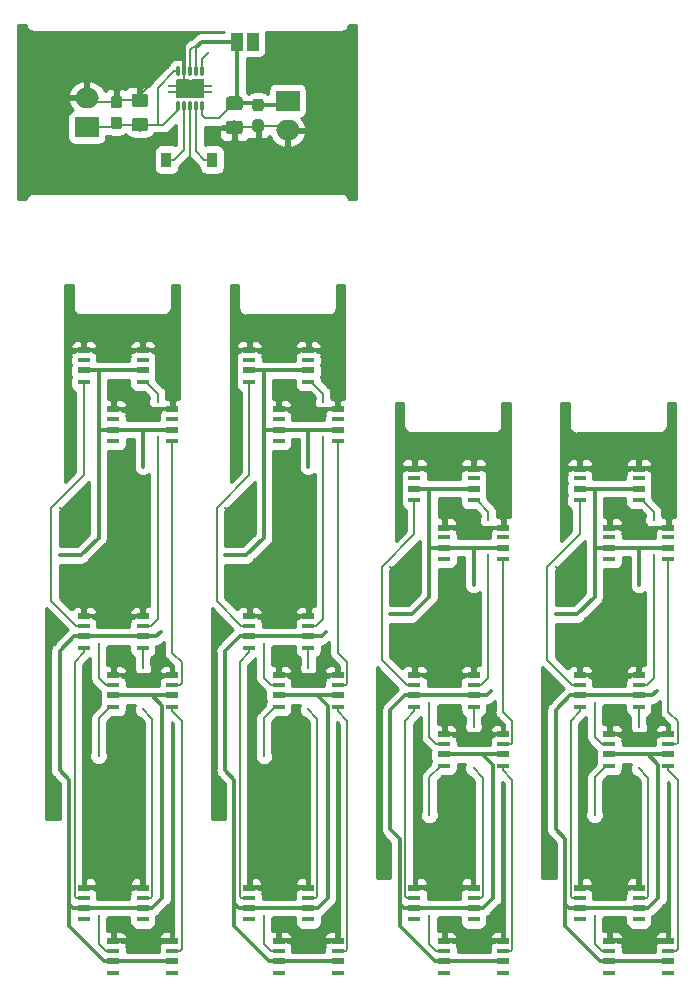
<source format=gtl>
G04 #@! TF.GenerationSoftware,KiCad,Pcbnew,(5.0.0)*
G04 #@! TF.CreationDate,2018-11-23T13:39:21+09:00*
G04 #@! TF.ProjectId,LED_hachune_2,4C45445F68616368756E655F322E6B69,rev?*
G04 #@! TF.SameCoordinates,Original*
G04 #@! TF.FileFunction,Copper,L1,Top,Signal*
G04 #@! TF.FilePolarity,Positive*
%FSLAX46Y46*%
G04 Gerber Fmt 4.6, Leading zero omitted, Abs format (unit mm)*
G04 Created by KiCad (PCBNEW (5.0.0)) date 11/23/18 13:39:21*
%MOMM*%
%LPD*%
G01*
G04 APERTURE LIST*
G04 #@! TA.AperFunction,SMDPad,CuDef*
%ADD10R,1.000000X0.500000*%
G04 #@! TD*
G04 #@! TA.AperFunction,SMDPad,CuDef*
%ADD11R,1.000000X0.350000*%
G04 #@! TD*
G04 #@! TA.AperFunction,SMDPad,CuDef*
%ADD12R,1.000000X0.600000*%
G04 #@! TD*
G04 #@! TA.AperFunction,SMDPad,CuDef*
%ADD13R,1.000000X0.450000*%
G04 #@! TD*
G04 #@! TA.AperFunction,Conductor*
%ADD14C,0.100000*%
G04 #@! TD*
G04 #@! TA.AperFunction,SMDPad,CuDef*
%ADD15C,0.950000*%
G04 #@! TD*
G04 #@! TA.AperFunction,ComponentPad*
%ADD16R,2.000000X1.700000*%
G04 #@! TD*
G04 #@! TA.AperFunction,ComponentPad*
%ADD17O,2.000000X1.700000*%
G04 #@! TD*
G04 #@! TA.AperFunction,ComponentPad*
%ADD18C,0.600000*%
G04 #@! TD*
G04 #@! TA.AperFunction,SMDPad,CuDef*
%ADD19O,0.280000X0.850000*%
G04 #@! TD*
G04 #@! TA.AperFunction,SMDPad,CuDef*
%ADD20R,0.280000X0.280000*%
G04 #@! TD*
G04 #@! TA.AperFunction,SMDPad,CuDef*
%ADD21R,2.400000X1.650000*%
G04 #@! TD*
G04 #@! TA.AperFunction,SMDPad,CuDef*
%ADD22R,1.050000X0.680000*%
G04 #@! TD*
G04 #@! TA.AperFunction,SMDPad,CuDef*
%ADD23R,0.500000X0.260000*%
G04 #@! TD*
G04 #@! TA.AperFunction,SMDPad,CuDef*
%ADD24R,0.700000X0.280000*%
G04 #@! TD*
G04 #@! TA.AperFunction,SMDPad,CuDef*
%ADD25C,1.150000*%
G04 #@! TD*
G04 #@! TA.AperFunction,SMDPad,CuDef*
%ADD26R,1.000000X1.500000*%
G04 #@! TD*
G04 #@! TA.AperFunction,SMDPad,CuDef*
%ADD27R,0.900000X1.300000*%
G04 #@! TD*
G04 #@! TA.AperFunction,ViaPad*
%ADD28C,0.300000*%
G04 #@! TD*
G04 #@! TA.AperFunction,ViaPad*
%ADD29C,0.203200*%
G04 #@! TD*
G04 #@! TA.AperFunction,Conductor*
%ADD30C,0.200000*%
G04 #@! TD*
G04 #@! TA.AperFunction,Conductor*
%ADD31C,0.160000*%
G04 #@! TD*
G04 #@! TA.AperFunction,Conductor*
%ADD32C,0.300000*%
G04 #@! TD*
G04 #@! TA.AperFunction,Conductor*
%ADD33C,0.254000*%
G04 #@! TD*
G04 APERTURE END LIST*
D10*
G04 #@! TO.P,D37,4*
G04 #@! TO.N,Net-(D37-Pad4)*
X102750000Y-124150000D03*
D11*
G04 #@! TO.P,D37,3*
G04 #@! TO.N,Net-(D37-Pad3)*
X102750000Y-124975000D03*
D12*
G04 #@! TO.P,D37,2*
G04 #@! TO.N,Net-(D37-Pad2)*
X102750000Y-125850000D03*
D13*
G04 #@! TO.P,D37,1*
G04 #@! TO.N,Net-(D37-Pad1)*
X102750000Y-126825000D03*
G04 #@! TD*
G04 #@! TO.P,D38,1*
G04 #@! TO.N,Net-(D37-Pad3)*
X102750000Y-108825000D03*
D12*
G04 #@! TO.P,D38,2*
G04 #@! TO.N,Net-(D37-Pad2)*
X102750000Y-107850000D03*
D11*
G04 #@! TO.P,D38,3*
G04 #@! TO.N,Net-(D38-Pad3)*
X102750000Y-106975000D03*
D10*
G04 #@! TO.P,D38,4*
G04 #@! TO.N,Net-(D37-Pad4)*
X102750000Y-106150000D03*
G04 #@! TD*
G04 #@! TO.P,D39,4*
G04 #@! TO.N,Net-(D37-Pad4)*
X102750000Y-88650000D03*
D11*
G04 #@! TO.P,D39,3*
G04 #@! TO.N,Net-(D39-Pad3)*
X102750000Y-89475000D03*
D12*
G04 #@! TO.P,D39,2*
G04 #@! TO.N,Net-(D37-Pad2)*
X102750000Y-90350000D03*
D13*
G04 #@! TO.P,D39,1*
G04 #@! TO.N,Net-(D38-Pad3)*
X102750000Y-91325000D03*
G04 #@! TD*
G04 #@! TO.P,D40,1*
G04 #@! TO.N,Net-(D40-Pad1)*
X105250000Y-131325000D03*
D12*
G04 #@! TO.P,D40,2*
G04 #@! TO.N,Net-(D37-Pad2)*
X105250000Y-130350000D03*
D11*
G04 #@! TO.P,D40,3*
G04 #@! TO.N,Net-(D40-Pad3)*
X105250000Y-129475000D03*
D10*
G04 #@! TO.P,D40,4*
G04 #@! TO.N,Net-(D37-Pad4)*
X105250000Y-128650000D03*
G04 #@! TD*
G04 #@! TO.P,D41,4*
G04 #@! TO.N,Net-(D37-Pad4)*
X105250000Y-111150000D03*
D11*
G04 #@! TO.P,D41,3*
G04 #@! TO.N,Net-(D41-Pad3)*
X105250000Y-111975000D03*
D12*
G04 #@! TO.P,D41,2*
G04 #@! TO.N,Net-(D37-Pad2)*
X105250000Y-112850000D03*
D13*
G04 #@! TO.P,D41,1*
G04 #@! TO.N,Net-(D40-Pad3)*
X105250000Y-113825000D03*
G04 #@! TD*
G04 #@! TO.P,D42,1*
G04 #@! TO.N,Net-(D41-Pad3)*
X105250000Y-96325000D03*
D12*
G04 #@! TO.P,D42,2*
G04 #@! TO.N,Net-(D37-Pad2)*
X105250000Y-95350000D03*
D11*
G04 #@! TO.P,D42,3*
G04 #@! TO.N,Net-(D42-Pad3)*
X105250000Y-94475000D03*
D10*
G04 #@! TO.P,D42,4*
G04 #@! TO.N,Net-(D37-Pad4)*
X105250000Y-93650000D03*
G04 #@! TD*
D13*
G04 #@! TO.P,D43,1*
G04 #@! TO.N,Net-(D43-Pad1)*
X107750000Y-126825000D03*
D12*
G04 #@! TO.P,D43,2*
G04 #@! TO.N,Net-(D37-Pad2)*
X107750000Y-125850000D03*
D11*
G04 #@! TO.P,D43,3*
G04 #@! TO.N,Net-(D43-Pad3)*
X107750000Y-124975000D03*
D10*
G04 #@! TO.P,D43,4*
G04 #@! TO.N,Net-(D37-Pad4)*
X107750000Y-124150000D03*
G04 #@! TD*
G04 #@! TO.P,D44,4*
G04 #@! TO.N,Net-(D37-Pad4)*
X107750000Y-106150000D03*
D11*
G04 #@! TO.P,D44,3*
G04 #@! TO.N,Net-(D44-Pad3)*
X107750000Y-106975000D03*
D12*
G04 #@! TO.P,D44,2*
G04 #@! TO.N,Net-(D37-Pad2)*
X107750000Y-107850000D03*
D13*
G04 #@! TO.P,D44,1*
G04 #@! TO.N,Net-(D43-Pad3)*
X107750000Y-108825000D03*
G04 #@! TD*
G04 #@! TO.P,D45,1*
G04 #@! TO.N,Net-(D44-Pad3)*
X107750000Y-91325000D03*
D12*
G04 #@! TO.P,D45,2*
G04 #@! TO.N,Net-(D37-Pad2)*
X107750000Y-90350000D03*
D11*
G04 #@! TO.P,D45,3*
G04 #@! TO.N,Net-(D45-Pad3)*
X107750000Y-89475000D03*
D10*
G04 #@! TO.P,D45,4*
G04 #@! TO.N,Net-(D37-Pad4)*
X107750000Y-88650000D03*
G04 #@! TD*
G04 #@! TO.P,D46,4*
G04 #@! TO.N,Net-(D37-Pad4)*
X110250000Y-128650000D03*
D11*
G04 #@! TO.P,D46,3*
G04 #@! TO.N,Net-(D46-Pad3)*
X110250000Y-129475000D03*
D12*
G04 #@! TO.P,D46,2*
G04 #@! TO.N,Net-(D37-Pad2)*
X110250000Y-130350000D03*
D13*
G04 #@! TO.P,D46,1*
G04 #@! TO.N,Net-(D46-Pad1)*
X110250000Y-131325000D03*
G04 #@! TD*
G04 #@! TO.P,D47,1*
G04 #@! TO.N,Net-(D46-Pad3)*
X110250000Y-113825000D03*
D12*
G04 #@! TO.P,D47,2*
G04 #@! TO.N,Net-(D37-Pad2)*
X110250000Y-112850000D03*
D11*
G04 #@! TO.P,D47,3*
G04 #@! TO.N,Net-(D47-Pad3)*
X110250000Y-111975000D03*
D10*
G04 #@! TO.P,D47,4*
G04 #@! TO.N,Net-(D37-Pad4)*
X110250000Y-111150000D03*
G04 #@! TD*
G04 #@! TO.P,D48,4*
G04 #@! TO.N,Net-(D37-Pad4)*
X110250000Y-93650000D03*
D11*
G04 #@! TO.P,D48,3*
G04 #@! TO.N,Net-(D48-Pad3)*
X110250000Y-94475000D03*
D12*
G04 #@! TO.P,D48,2*
G04 #@! TO.N,Net-(D37-Pad2)*
X110250000Y-95350000D03*
D13*
G04 #@! TO.P,D48,1*
G04 #@! TO.N,Net-(D47-Pad3)*
X110250000Y-96325000D03*
G04 #@! TD*
G04 #@! TO.P,D36,1*
G04 #@! TO.N,Net-(D35-Pad3)*
X96250000Y-96325000D03*
D12*
G04 #@! TO.P,D36,2*
G04 #@! TO.N,Net-(D25-Pad2)*
X96250000Y-95350000D03*
D11*
G04 #@! TO.P,D36,3*
G04 #@! TO.N,Net-(D36-Pad3)*
X96250000Y-94475000D03*
D10*
G04 #@! TO.P,D36,4*
G04 #@! TO.N,Net-(D25-Pad4)*
X96250000Y-93650000D03*
G04 #@! TD*
G04 #@! TO.P,D35,4*
G04 #@! TO.N,Net-(D25-Pad4)*
X96250000Y-111150000D03*
D11*
G04 #@! TO.P,D35,3*
G04 #@! TO.N,Net-(D35-Pad3)*
X96250000Y-111975000D03*
D12*
G04 #@! TO.P,D35,2*
G04 #@! TO.N,Net-(D25-Pad2)*
X96250000Y-112850000D03*
D13*
G04 #@! TO.P,D35,1*
G04 #@! TO.N,Net-(D34-Pad3)*
X96250000Y-113825000D03*
G04 #@! TD*
G04 #@! TO.P,D34,1*
G04 #@! TO.N,Net-(D34-Pad1)*
X96250000Y-131325000D03*
D12*
G04 #@! TO.P,D34,2*
G04 #@! TO.N,Net-(D25-Pad2)*
X96250000Y-130350000D03*
D11*
G04 #@! TO.P,D34,3*
G04 #@! TO.N,Net-(D34-Pad3)*
X96250000Y-129475000D03*
D10*
G04 #@! TO.P,D34,4*
G04 #@! TO.N,Net-(D25-Pad4)*
X96250000Y-128650000D03*
G04 #@! TD*
G04 #@! TO.P,D33,4*
G04 #@! TO.N,Net-(D25-Pad4)*
X93750000Y-88650000D03*
D11*
G04 #@! TO.P,D33,3*
G04 #@! TO.N,Net-(D33-Pad3)*
X93750000Y-89475000D03*
D12*
G04 #@! TO.P,D33,2*
G04 #@! TO.N,Net-(D25-Pad2)*
X93750000Y-90350000D03*
D13*
G04 #@! TO.P,D33,1*
G04 #@! TO.N,Net-(D32-Pad3)*
X93750000Y-91325000D03*
G04 #@! TD*
G04 #@! TO.P,D32,1*
G04 #@! TO.N,Net-(D31-Pad3)*
X93750000Y-108825000D03*
D12*
G04 #@! TO.P,D32,2*
G04 #@! TO.N,Net-(D25-Pad2)*
X93750000Y-107850000D03*
D11*
G04 #@! TO.P,D32,3*
G04 #@! TO.N,Net-(D32-Pad3)*
X93750000Y-106975000D03*
D10*
G04 #@! TO.P,D32,4*
G04 #@! TO.N,Net-(D25-Pad4)*
X93750000Y-106150000D03*
G04 #@! TD*
G04 #@! TO.P,D31,4*
G04 #@! TO.N,Net-(D25-Pad4)*
X93750000Y-124150000D03*
D11*
G04 #@! TO.P,D31,3*
G04 #@! TO.N,Net-(D31-Pad3)*
X93750000Y-124975000D03*
D12*
G04 #@! TO.P,D31,2*
G04 #@! TO.N,Net-(D25-Pad2)*
X93750000Y-125850000D03*
D13*
G04 #@! TO.P,D31,1*
G04 #@! TO.N,Net-(D31-Pad1)*
X93750000Y-126825000D03*
G04 #@! TD*
D10*
G04 #@! TO.P,D30,4*
G04 #@! TO.N,Net-(D25-Pad4)*
X91250000Y-93650000D03*
D11*
G04 #@! TO.P,D30,3*
G04 #@! TO.N,Net-(D30-Pad3)*
X91250000Y-94475000D03*
D12*
G04 #@! TO.P,D30,2*
G04 #@! TO.N,Net-(D25-Pad2)*
X91250000Y-95350000D03*
D13*
G04 #@! TO.P,D30,1*
G04 #@! TO.N,Net-(D29-Pad3)*
X91250000Y-96325000D03*
G04 #@! TD*
G04 #@! TO.P,D29,1*
G04 #@! TO.N,Net-(D28-Pad3)*
X91250000Y-113825000D03*
D12*
G04 #@! TO.P,D29,2*
G04 #@! TO.N,Net-(D25-Pad2)*
X91250000Y-112850000D03*
D11*
G04 #@! TO.P,D29,3*
G04 #@! TO.N,Net-(D29-Pad3)*
X91250000Y-111975000D03*
D10*
G04 #@! TO.P,D29,4*
G04 #@! TO.N,Net-(D25-Pad4)*
X91250000Y-111150000D03*
G04 #@! TD*
G04 #@! TO.P,D28,4*
G04 #@! TO.N,Net-(D25-Pad4)*
X91250000Y-128650000D03*
D11*
G04 #@! TO.P,D28,3*
G04 #@! TO.N,Net-(D28-Pad3)*
X91250000Y-129475000D03*
D12*
G04 #@! TO.P,D28,2*
G04 #@! TO.N,Net-(D25-Pad2)*
X91250000Y-130350000D03*
D13*
G04 #@! TO.P,D28,1*
G04 #@! TO.N,Net-(D28-Pad1)*
X91250000Y-131325000D03*
G04 #@! TD*
G04 #@! TO.P,D27,1*
G04 #@! TO.N,Net-(D26-Pad3)*
X88750000Y-91325000D03*
D12*
G04 #@! TO.P,D27,2*
G04 #@! TO.N,Net-(D25-Pad2)*
X88750000Y-90350000D03*
D11*
G04 #@! TO.P,D27,3*
G04 #@! TO.N,Net-(D27-Pad3)*
X88750000Y-89475000D03*
D10*
G04 #@! TO.P,D27,4*
G04 #@! TO.N,Net-(D25-Pad4)*
X88750000Y-88650000D03*
G04 #@! TD*
G04 #@! TO.P,D26,4*
G04 #@! TO.N,Net-(D25-Pad4)*
X88750000Y-106150000D03*
D11*
G04 #@! TO.P,D26,3*
G04 #@! TO.N,Net-(D26-Pad3)*
X88750000Y-106975000D03*
D12*
G04 #@! TO.P,D26,2*
G04 #@! TO.N,Net-(D25-Pad2)*
X88750000Y-107850000D03*
D13*
G04 #@! TO.P,D26,1*
G04 #@! TO.N,Net-(D25-Pad3)*
X88750000Y-108825000D03*
G04 #@! TD*
G04 #@! TO.P,D25,1*
G04 #@! TO.N,Net-(D25-Pad1)*
X88750000Y-126825000D03*
D12*
G04 #@! TO.P,D25,2*
G04 #@! TO.N,Net-(D25-Pad2)*
X88750000Y-125850000D03*
D11*
G04 #@! TO.P,D25,3*
G04 #@! TO.N,Net-(D25-Pad3)*
X88750000Y-124975000D03*
D10*
G04 #@! TO.P,D25,4*
G04 #@! TO.N,Net-(D25-Pad4)*
X88750000Y-124150000D03*
G04 #@! TD*
D13*
G04 #@! TO.P,D24,1*
G04 #@! TO.N,Net-(D23-Pad3)*
X82250000Y-86325000D03*
D12*
G04 #@! TO.P,D24,2*
G04 #@! TO.N,Net-(D13-Pad2)*
X82250000Y-85350000D03*
D11*
G04 #@! TO.P,D24,3*
G04 #@! TO.N,Net-(D24-Pad3)*
X82250000Y-84475000D03*
D10*
G04 #@! TO.P,D24,4*
G04 #@! TO.N,Net-(D13-Pad4)*
X82250000Y-83650000D03*
G04 #@! TD*
G04 #@! TO.P,D23,4*
G04 #@! TO.N,Net-(D13-Pad4)*
X82250000Y-106150000D03*
D11*
G04 #@! TO.P,D23,3*
G04 #@! TO.N,Net-(D23-Pad3)*
X82250000Y-106975000D03*
D12*
G04 #@! TO.P,D23,2*
G04 #@! TO.N,Net-(D13-Pad2)*
X82250000Y-107850000D03*
D13*
G04 #@! TO.P,D23,1*
G04 #@! TO.N,Net-(D22-Pad3)*
X82250000Y-108825000D03*
G04 #@! TD*
G04 #@! TO.P,D22,1*
G04 #@! TO.N,Net-(D22-Pad1)*
X82250000Y-131325000D03*
D12*
G04 #@! TO.P,D22,2*
G04 #@! TO.N,Net-(D13-Pad2)*
X82250000Y-130350000D03*
D11*
G04 #@! TO.P,D22,3*
G04 #@! TO.N,Net-(D22-Pad3)*
X82250000Y-129475000D03*
D10*
G04 #@! TO.P,D22,4*
G04 #@! TO.N,Net-(D13-Pad4)*
X82250000Y-128650000D03*
G04 #@! TD*
G04 #@! TO.P,D21,4*
G04 #@! TO.N,Net-(D13-Pad4)*
X79750000Y-78650000D03*
D11*
G04 #@! TO.P,D21,3*
G04 #@! TO.N,Net-(D21-Pad3)*
X79750000Y-79475000D03*
D12*
G04 #@! TO.P,D21,2*
G04 #@! TO.N,Net-(D13-Pad2)*
X79750000Y-80350000D03*
D13*
G04 #@! TO.P,D21,1*
G04 #@! TO.N,Net-(D20-Pad3)*
X79750000Y-81325000D03*
G04 #@! TD*
G04 #@! TO.P,D20,1*
G04 #@! TO.N,Net-(D19-Pad3)*
X79750000Y-103825000D03*
D12*
G04 #@! TO.P,D20,2*
G04 #@! TO.N,Net-(D13-Pad2)*
X79750000Y-102850000D03*
D11*
G04 #@! TO.P,D20,3*
G04 #@! TO.N,Net-(D20-Pad3)*
X79750000Y-101975000D03*
D10*
G04 #@! TO.P,D20,4*
G04 #@! TO.N,Net-(D13-Pad4)*
X79750000Y-101150000D03*
G04 #@! TD*
G04 #@! TO.P,D19,4*
G04 #@! TO.N,Net-(D13-Pad4)*
X79750000Y-124150000D03*
D11*
G04 #@! TO.P,D19,3*
G04 #@! TO.N,Net-(D19-Pad3)*
X79750000Y-124975000D03*
D12*
G04 #@! TO.P,D19,2*
G04 #@! TO.N,Net-(D13-Pad2)*
X79750000Y-125850000D03*
D13*
G04 #@! TO.P,D19,1*
G04 #@! TO.N,Net-(D19-Pad1)*
X79750000Y-126825000D03*
G04 #@! TD*
D10*
G04 #@! TO.P,D18,4*
G04 #@! TO.N,Net-(D13-Pad4)*
X77250000Y-83650000D03*
D11*
G04 #@! TO.P,D18,3*
G04 #@! TO.N,Net-(D18-Pad3)*
X77250000Y-84475000D03*
D12*
G04 #@! TO.P,D18,2*
G04 #@! TO.N,Net-(D13-Pad2)*
X77250000Y-85350000D03*
D13*
G04 #@! TO.P,D18,1*
G04 #@! TO.N,Net-(D17-Pad3)*
X77250000Y-86325000D03*
G04 #@! TD*
G04 #@! TO.P,D17,1*
G04 #@! TO.N,Net-(D16-Pad3)*
X77250000Y-108825000D03*
D12*
G04 #@! TO.P,D17,2*
G04 #@! TO.N,Net-(D13-Pad2)*
X77250000Y-107850000D03*
D11*
G04 #@! TO.P,D17,3*
G04 #@! TO.N,Net-(D17-Pad3)*
X77250000Y-106975000D03*
D10*
G04 #@! TO.P,D17,4*
G04 #@! TO.N,Net-(D13-Pad4)*
X77250000Y-106150000D03*
G04 #@! TD*
G04 #@! TO.P,D16,4*
G04 #@! TO.N,Net-(D13-Pad4)*
X77250000Y-128650000D03*
D11*
G04 #@! TO.P,D16,3*
G04 #@! TO.N,Net-(D16-Pad3)*
X77250000Y-129475000D03*
D12*
G04 #@! TO.P,D16,2*
G04 #@! TO.N,Net-(D13-Pad2)*
X77250000Y-130350000D03*
D13*
G04 #@! TO.P,D16,1*
G04 #@! TO.N,Net-(D16-Pad1)*
X77250000Y-131325000D03*
G04 #@! TD*
G04 #@! TO.P,D15,1*
G04 #@! TO.N,Net-(D14-Pad3)*
X74750000Y-81325000D03*
D12*
G04 #@! TO.P,D15,2*
G04 #@! TO.N,Net-(D13-Pad2)*
X74750000Y-80350000D03*
D11*
G04 #@! TO.P,D15,3*
G04 #@! TO.N,Net-(D15-Pad3)*
X74750000Y-79475000D03*
D10*
G04 #@! TO.P,D15,4*
G04 #@! TO.N,Net-(D13-Pad4)*
X74750000Y-78650000D03*
G04 #@! TD*
G04 #@! TO.P,D14,4*
G04 #@! TO.N,Net-(D13-Pad4)*
X74750000Y-101150000D03*
D11*
G04 #@! TO.P,D14,3*
G04 #@! TO.N,Net-(D14-Pad3)*
X74750000Y-101975000D03*
D12*
G04 #@! TO.P,D14,2*
G04 #@! TO.N,Net-(D13-Pad2)*
X74750000Y-102850000D03*
D13*
G04 #@! TO.P,D14,1*
G04 #@! TO.N,Net-(D13-Pad3)*
X74750000Y-103825000D03*
G04 #@! TD*
G04 #@! TO.P,D13,1*
G04 #@! TO.N,Net-(D13-Pad1)*
X74750000Y-126825000D03*
D12*
G04 #@! TO.P,D13,2*
G04 #@! TO.N,Net-(D13-Pad2)*
X74750000Y-125850000D03*
D11*
G04 #@! TO.P,D13,3*
G04 #@! TO.N,Net-(D13-Pad3)*
X74750000Y-124975000D03*
D10*
G04 #@! TO.P,D13,4*
G04 #@! TO.N,Net-(D13-Pad4)*
X74750000Y-124150000D03*
G04 #@! TD*
D14*
G04 #@! TO.N,Net-(C4-Pad1)*
G04 #@! TO.C,C7*
G36*
X63760779Y-58851144D02*
X63783834Y-58854563D01*
X63806443Y-58860227D01*
X63828387Y-58868079D01*
X63849457Y-58878044D01*
X63869448Y-58890026D01*
X63888168Y-58903910D01*
X63905438Y-58919562D01*
X63921090Y-58936832D01*
X63934974Y-58955552D01*
X63946956Y-58975543D01*
X63956921Y-58996613D01*
X63964773Y-59018557D01*
X63970437Y-59041166D01*
X63973856Y-59064221D01*
X63975000Y-59087500D01*
X63975000Y-59662500D01*
X63973856Y-59685779D01*
X63970437Y-59708834D01*
X63964773Y-59731443D01*
X63956921Y-59753387D01*
X63946956Y-59774457D01*
X63934974Y-59794448D01*
X63921090Y-59813168D01*
X63905438Y-59830438D01*
X63888168Y-59846090D01*
X63869448Y-59859974D01*
X63849457Y-59871956D01*
X63828387Y-59881921D01*
X63806443Y-59889773D01*
X63783834Y-59895437D01*
X63760779Y-59898856D01*
X63737500Y-59900000D01*
X63262500Y-59900000D01*
X63239221Y-59898856D01*
X63216166Y-59895437D01*
X63193557Y-59889773D01*
X63171613Y-59881921D01*
X63150543Y-59871956D01*
X63130552Y-59859974D01*
X63111832Y-59846090D01*
X63094562Y-59830438D01*
X63078910Y-59813168D01*
X63065026Y-59794448D01*
X63053044Y-59774457D01*
X63043079Y-59753387D01*
X63035227Y-59731443D01*
X63029563Y-59708834D01*
X63026144Y-59685779D01*
X63025000Y-59662500D01*
X63025000Y-59087500D01*
X63026144Y-59064221D01*
X63029563Y-59041166D01*
X63035227Y-59018557D01*
X63043079Y-58996613D01*
X63053044Y-58975543D01*
X63065026Y-58955552D01*
X63078910Y-58936832D01*
X63094562Y-58919562D01*
X63111832Y-58903910D01*
X63130552Y-58890026D01*
X63150543Y-58878044D01*
X63171613Y-58868079D01*
X63193557Y-58860227D01*
X63216166Y-58854563D01*
X63239221Y-58851144D01*
X63262500Y-58850000D01*
X63737500Y-58850000D01*
X63760779Y-58851144D01*
X63760779Y-58851144D01*
G37*
D15*
G04 #@! TD*
G04 #@! TO.P,C7,1*
G04 #@! TO.N,Net-(C4-Pad1)*
X63500000Y-59375000D03*
D14*
G04 #@! TO.N,GNDD*
G04 #@! TO.C,C7*
G36*
X63760779Y-57101144D02*
X63783834Y-57104563D01*
X63806443Y-57110227D01*
X63828387Y-57118079D01*
X63849457Y-57128044D01*
X63869448Y-57140026D01*
X63888168Y-57153910D01*
X63905438Y-57169562D01*
X63921090Y-57186832D01*
X63934974Y-57205552D01*
X63946956Y-57225543D01*
X63956921Y-57246613D01*
X63964773Y-57268557D01*
X63970437Y-57291166D01*
X63973856Y-57314221D01*
X63975000Y-57337500D01*
X63975000Y-57912500D01*
X63973856Y-57935779D01*
X63970437Y-57958834D01*
X63964773Y-57981443D01*
X63956921Y-58003387D01*
X63946956Y-58024457D01*
X63934974Y-58044448D01*
X63921090Y-58063168D01*
X63905438Y-58080438D01*
X63888168Y-58096090D01*
X63869448Y-58109974D01*
X63849457Y-58121956D01*
X63828387Y-58131921D01*
X63806443Y-58139773D01*
X63783834Y-58145437D01*
X63760779Y-58148856D01*
X63737500Y-58150000D01*
X63262500Y-58150000D01*
X63239221Y-58148856D01*
X63216166Y-58145437D01*
X63193557Y-58139773D01*
X63171613Y-58131921D01*
X63150543Y-58121956D01*
X63130552Y-58109974D01*
X63111832Y-58096090D01*
X63094562Y-58080438D01*
X63078910Y-58063168D01*
X63065026Y-58044448D01*
X63053044Y-58024457D01*
X63043079Y-58003387D01*
X63035227Y-57981443D01*
X63029563Y-57958834D01*
X63026144Y-57935779D01*
X63025000Y-57912500D01*
X63025000Y-57337500D01*
X63026144Y-57314221D01*
X63029563Y-57291166D01*
X63035227Y-57268557D01*
X63043079Y-57246613D01*
X63053044Y-57225543D01*
X63065026Y-57205552D01*
X63078910Y-57186832D01*
X63094562Y-57169562D01*
X63111832Y-57153910D01*
X63130552Y-57140026D01*
X63150543Y-57128044D01*
X63171613Y-57118079D01*
X63193557Y-57110227D01*
X63216166Y-57104563D01*
X63239221Y-57101144D01*
X63262500Y-57100000D01*
X63737500Y-57100000D01*
X63760779Y-57101144D01*
X63760779Y-57101144D01*
G37*
D15*
G04 #@! TD*
G04 #@! TO.P,C7,2*
G04 #@! TO.N,GNDD*
X63500000Y-57625000D03*
D14*
G04 #@! TO.N,GNDD*
G04 #@! TO.C,C6*
G36*
X75760779Y-59101144D02*
X75783834Y-59104563D01*
X75806443Y-59110227D01*
X75828387Y-59118079D01*
X75849457Y-59128044D01*
X75869448Y-59140026D01*
X75888168Y-59153910D01*
X75905438Y-59169562D01*
X75921090Y-59186832D01*
X75934974Y-59205552D01*
X75946956Y-59225543D01*
X75956921Y-59246613D01*
X75964773Y-59268557D01*
X75970437Y-59291166D01*
X75973856Y-59314221D01*
X75975000Y-59337500D01*
X75975000Y-59912500D01*
X75973856Y-59935779D01*
X75970437Y-59958834D01*
X75964773Y-59981443D01*
X75956921Y-60003387D01*
X75946956Y-60024457D01*
X75934974Y-60044448D01*
X75921090Y-60063168D01*
X75905438Y-60080438D01*
X75888168Y-60096090D01*
X75869448Y-60109974D01*
X75849457Y-60121956D01*
X75828387Y-60131921D01*
X75806443Y-60139773D01*
X75783834Y-60145437D01*
X75760779Y-60148856D01*
X75737500Y-60150000D01*
X75262500Y-60150000D01*
X75239221Y-60148856D01*
X75216166Y-60145437D01*
X75193557Y-60139773D01*
X75171613Y-60131921D01*
X75150543Y-60121956D01*
X75130552Y-60109974D01*
X75111832Y-60096090D01*
X75094562Y-60080438D01*
X75078910Y-60063168D01*
X75065026Y-60044448D01*
X75053044Y-60024457D01*
X75043079Y-60003387D01*
X75035227Y-59981443D01*
X75029563Y-59958834D01*
X75026144Y-59935779D01*
X75025000Y-59912500D01*
X75025000Y-59337500D01*
X75026144Y-59314221D01*
X75029563Y-59291166D01*
X75035227Y-59268557D01*
X75043079Y-59246613D01*
X75053044Y-59225543D01*
X75065026Y-59205552D01*
X75078910Y-59186832D01*
X75094562Y-59169562D01*
X75111832Y-59153910D01*
X75130552Y-59140026D01*
X75150543Y-59128044D01*
X75171613Y-59118079D01*
X75193557Y-59110227D01*
X75216166Y-59104563D01*
X75239221Y-59101144D01*
X75262500Y-59100000D01*
X75737500Y-59100000D01*
X75760779Y-59101144D01*
X75760779Y-59101144D01*
G37*
D15*
G04 #@! TD*
G04 #@! TO.P,C6,2*
G04 #@! TO.N,GNDD*
X75500000Y-59625000D03*
D14*
G04 #@! TO.N,Net-(C3-Pad1)*
G04 #@! TO.C,C6*
G36*
X75760779Y-57351144D02*
X75783834Y-57354563D01*
X75806443Y-57360227D01*
X75828387Y-57368079D01*
X75849457Y-57378044D01*
X75869448Y-57390026D01*
X75888168Y-57403910D01*
X75905438Y-57419562D01*
X75921090Y-57436832D01*
X75934974Y-57455552D01*
X75946956Y-57475543D01*
X75956921Y-57496613D01*
X75964773Y-57518557D01*
X75970437Y-57541166D01*
X75973856Y-57564221D01*
X75975000Y-57587500D01*
X75975000Y-58162500D01*
X75973856Y-58185779D01*
X75970437Y-58208834D01*
X75964773Y-58231443D01*
X75956921Y-58253387D01*
X75946956Y-58274457D01*
X75934974Y-58294448D01*
X75921090Y-58313168D01*
X75905438Y-58330438D01*
X75888168Y-58346090D01*
X75869448Y-58359974D01*
X75849457Y-58371956D01*
X75828387Y-58381921D01*
X75806443Y-58389773D01*
X75783834Y-58395437D01*
X75760779Y-58398856D01*
X75737500Y-58400000D01*
X75262500Y-58400000D01*
X75239221Y-58398856D01*
X75216166Y-58395437D01*
X75193557Y-58389773D01*
X75171613Y-58381921D01*
X75150543Y-58371956D01*
X75130552Y-58359974D01*
X75111832Y-58346090D01*
X75094562Y-58330438D01*
X75078910Y-58313168D01*
X75065026Y-58294448D01*
X75053044Y-58274457D01*
X75043079Y-58253387D01*
X75035227Y-58231443D01*
X75029563Y-58208834D01*
X75026144Y-58185779D01*
X75025000Y-58162500D01*
X75025000Y-57587500D01*
X75026144Y-57564221D01*
X75029563Y-57541166D01*
X75035227Y-57518557D01*
X75043079Y-57496613D01*
X75053044Y-57475543D01*
X75065026Y-57455552D01*
X75078910Y-57436832D01*
X75094562Y-57419562D01*
X75111832Y-57403910D01*
X75130552Y-57390026D01*
X75150543Y-57378044D01*
X75171613Y-57368079D01*
X75193557Y-57360227D01*
X75216166Y-57354563D01*
X75239221Y-57351144D01*
X75262500Y-57350000D01*
X75737500Y-57350000D01*
X75760779Y-57351144D01*
X75760779Y-57351144D01*
G37*
D15*
G04 #@! TD*
G04 #@! TO.P,C6,1*
G04 #@! TO.N,Net-(C3-Pad1)*
X75500000Y-57875000D03*
D16*
G04 #@! TO.P,J12,1*
G04 #@! TO.N,Net-(C3-Pad1)*
X78000000Y-57500000D03*
D17*
G04 #@! TO.P,J12,2*
G04 #@! TO.N,GNDD*
X78000000Y-60000000D03*
G04 #@! TD*
G04 #@! TO.P,J13,2*
G04 #@! TO.N,GNDD*
X61000000Y-57250000D03*
D16*
G04 #@! TO.P,J13,1*
G04 #@! TO.N,Net-(C4-Pad1)*
X61000000Y-59750000D03*
G04 #@! TD*
D18*
G04 #@! TO.P,U3,11*
G04 #@! TO.N,GNDD*
X70500000Y-57000000D03*
X69000000Y-57000000D03*
X69000000Y-56000000D03*
X69750000Y-56500000D03*
X70500000Y-56000000D03*
D19*
G04 #@! TO.P,U3,10*
G04 #@! TO.N,Net-(C4-Pad1)*
X68750000Y-55025000D03*
G04 #@! TO.P,U3,9*
G04 #@! TO.N,GNDD*
X69250000Y-55025000D03*
G04 #@! TO.P,U3,8*
G04 #@! TO.N,Net-(C3-Pad1)*
X69750000Y-55025000D03*
D20*
G04 #@! TO.P,U3,7*
X70250000Y-54740000D03*
G04 #@! TO.P,U3,6*
G04 #@! TO.N,Net-(JP1-Pad2)*
X70750000Y-54740000D03*
D19*
G04 #@! TO.P,U3,5*
G04 #@! TO.N,Net-(C3-Pad1)*
X70750000Y-57975000D03*
D20*
G04 #@! TO.P,U3,4*
G04 #@! TO.N,Net-(L1-Pad1)*
X70250000Y-58260000D03*
D19*
G04 #@! TO.P,U3,3*
G04 #@! TO.N,GNDD*
X69750000Y-57975000D03*
D20*
G04 #@! TO.P,U3,2*
G04 #@! TO.N,Net-(L1-Pad2)*
X69250000Y-58260000D03*
G04 #@! TO.P,U3,1*
G04 #@! TO.N,Net-(C4-Pad1)*
X68750000Y-58260000D03*
D21*
G04 #@! TO.P,U3,11*
G04 #@! TO.N,GNDD*
X69750000Y-56500000D03*
D22*
X70385000Y-56050000D03*
X70385000Y-56950000D03*
X69115000Y-56050000D03*
D23*
X71380000Y-56250000D03*
X71380000Y-56750000D03*
X68120000Y-56250000D03*
D24*
X71300000Y-56250000D03*
X71300000Y-56750000D03*
X68200000Y-56250000D03*
D23*
X68120000Y-56750000D03*
D24*
X68200000Y-56750000D03*
D22*
X69115000Y-56950000D03*
D20*
G04 #@! TO.P,U3,10*
G04 #@! TO.N,Net-(C4-Pad1)*
X68750000Y-54740000D03*
G04 #@! TO.P,U3,9*
G04 #@! TO.N,GNDD*
X69250000Y-54740000D03*
G04 #@! TO.P,U3,8*
G04 #@! TO.N,Net-(C3-Pad1)*
X69750000Y-54740000D03*
D19*
G04 #@! TO.P,U3,7*
X70250000Y-55025000D03*
G04 #@! TO.P,U3,6*
G04 #@! TO.N,Net-(JP1-Pad2)*
X70750000Y-55025000D03*
D20*
G04 #@! TO.P,U3,5*
G04 #@! TO.N,Net-(C3-Pad1)*
X70750000Y-58260000D03*
D19*
G04 #@! TO.P,U3,4*
G04 #@! TO.N,Net-(L1-Pad1)*
X70250000Y-57975000D03*
D20*
G04 #@! TO.P,U3,3*
G04 #@! TO.N,GNDD*
X69750000Y-58260000D03*
D19*
G04 #@! TO.P,U3,2*
G04 #@! TO.N,Net-(L1-Pad2)*
X69250000Y-57975000D03*
G04 #@! TO.P,U3,1*
G04 #@! TO.N,Net-(C4-Pad1)*
X68750000Y-57975000D03*
G04 #@! TD*
D14*
G04 #@! TO.N,Net-(C3-Pad1)*
G04 #@! TO.C,C3*
G36*
X73974505Y-57151204D02*
X73998773Y-57154804D01*
X74022572Y-57160765D01*
X74045671Y-57169030D01*
X74067850Y-57179520D01*
X74088893Y-57192132D01*
X74108599Y-57206747D01*
X74126777Y-57223223D01*
X74143253Y-57241401D01*
X74157868Y-57261107D01*
X74170480Y-57282150D01*
X74180970Y-57304329D01*
X74189235Y-57327428D01*
X74195196Y-57351227D01*
X74198796Y-57375495D01*
X74200000Y-57399999D01*
X74200000Y-58050001D01*
X74198796Y-58074505D01*
X74195196Y-58098773D01*
X74189235Y-58122572D01*
X74180970Y-58145671D01*
X74170480Y-58167850D01*
X74157868Y-58188893D01*
X74143253Y-58208599D01*
X74126777Y-58226777D01*
X74108599Y-58243253D01*
X74088893Y-58257868D01*
X74067850Y-58270480D01*
X74045671Y-58280970D01*
X74022572Y-58289235D01*
X73998773Y-58295196D01*
X73974505Y-58298796D01*
X73950001Y-58300000D01*
X73049999Y-58300000D01*
X73025495Y-58298796D01*
X73001227Y-58295196D01*
X72977428Y-58289235D01*
X72954329Y-58280970D01*
X72932150Y-58270480D01*
X72911107Y-58257868D01*
X72891401Y-58243253D01*
X72873223Y-58226777D01*
X72856747Y-58208599D01*
X72842132Y-58188893D01*
X72829520Y-58167850D01*
X72819030Y-58145671D01*
X72810765Y-58122572D01*
X72804804Y-58098773D01*
X72801204Y-58074505D01*
X72800000Y-58050001D01*
X72800000Y-57399999D01*
X72801204Y-57375495D01*
X72804804Y-57351227D01*
X72810765Y-57327428D01*
X72819030Y-57304329D01*
X72829520Y-57282150D01*
X72842132Y-57261107D01*
X72856747Y-57241401D01*
X72873223Y-57223223D01*
X72891401Y-57206747D01*
X72911107Y-57192132D01*
X72932150Y-57179520D01*
X72954329Y-57169030D01*
X72977428Y-57160765D01*
X73001227Y-57154804D01*
X73025495Y-57151204D01*
X73049999Y-57150000D01*
X73950001Y-57150000D01*
X73974505Y-57151204D01*
X73974505Y-57151204D01*
G37*
D25*
G04 #@! TD*
G04 #@! TO.P,C3,1*
G04 #@! TO.N,Net-(C3-Pad1)*
X73500000Y-57725000D03*
D14*
G04 #@! TO.N,GNDD*
G04 #@! TO.C,C3*
G36*
X73974505Y-59201204D02*
X73998773Y-59204804D01*
X74022572Y-59210765D01*
X74045671Y-59219030D01*
X74067850Y-59229520D01*
X74088893Y-59242132D01*
X74108599Y-59256747D01*
X74126777Y-59273223D01*
X74143253Y-59291401D01*
X74157868Y-59311107D01*
X74170480Y-59332150D01*
X74180970Y-59354329D01*
X74189235Y-59377428D01*
X74195196Y-59401227D01*
X74198796Y-59425495D01*
X74200000Y-59449999D01*
X74200000Y-60100001D01*
X74198796Y-60124505D01*
X74195196Y-60148773D01*
X74189235Y-60172572D01*
X74180970Y-60195671D01*
X74170480Y-60217850D01*
X74157868Y-60238893D01*
X74143253Y-60258599D01*
X74126777Y-60276777D01*
X74108599Y-60293253D01*
X74088893Y-60307868D01*
X74067850Y-60320480D01*
X74045671Y-60330970D01*
X74022572Y-60339235D01*
X73998773Y-60345196D01*
X73974505Y-60348796D01*
X73950001Y-60350000D01*
X73049999Y-60350000D01*
X73025495Y-60348796D01*
X73001227Y-60345196D01*
X72977428Y-60339235D01*
X72954329Y-60330970D01*
X72932150Y-60320480D01*
X72911107Y-60307868D01*
X72891401Y-60293253D01*
X72873223Y-60276777D01*
X72856747Y-60258599D01*
X72842132Y-60238893D01*
X72829520Y-60217850D01*
X72819030Y-60195671D01*
X72810765Y-60172572D01*
X72804804Y-60148773D01*
X72801204Y-60124505D01*
X72800000Y-60100001D01*
X72800000Y-59449999D01*
X72801204Y-59425495D01*
X72804804Y-59401227D01*
X72810765Y-59377428D01*
X72819030Y-59354329D01*
X72829520Y-59332150D01*
X72842132Y-59311107D01*
X72856747Y-59291401D01*
X72873223Y-59273223D01*
X72891401Y-59256747D01*
X72911107Y-59242132D01*
X72932150Y-59229520D01*
X72954329Y-59219030D01*
X72977428Y-59210765D01*
X73001227Y-59204804D01*
X73025495Y-59201204D01*
X73049999Y-59200000D01*
X73950001Y-59200000D01*
X73974505Y-59201204D01*
X73974505Y-59201204D01*
G37*
D25*
G04 #@! TD*
G04 #@! TO.P,C3,2*
G04 #@! TO.N,GNDD*
X73500000Y-59775000D03*
D14*
G04 #@! TO.N,GNDD*
G04 #@! TO.C,C4*
G36*
X65974505Y-56901204D02*
X65998773Y-56904804D01*
X66022572Y-56910765D01*
X66045671Y-56919030D01*
X66067850Y-56929520D01*
X66088893Y-56942132D01*
X66108599Y-56956747D01*
X66126777Y-56973223D01*
X66143253Y-56991401D01*
X66157868Y-57011107D01*
X66170480Y-57032150D01*
X66180970Y-57054329D01*
X66189235Y-57077428D01*
X66195196Y-57101227D01*
X66198796Y-57125495D01*
X66200000Y-57149999D01*
X66200000Y-57800001D01*
X66198796Y-57824505D01*
X66195196Y-57848773D01*
X66189235Y-57872572D01*
X66180970Y-57895671D01*
X66170480Y-57917850D01*
X66157868Y-57938893D01*
X66143253Y-57958599D01*
X66126777Y-57976777D01*
X66108599Y-57993253D01*
X66088893Y-58007868D01*
X66067850Y-58020480D01*
X66045671Y-58030970D01*
X66022572Y-58039235D01*
X65998773Y-58045196D01*
X65974505Y-58048796D01*
X65950001Y-58050000D01*
X65049999Y-58050000D01*
X65025495Y-58048796D01*
X65001227Y-58045196D01*
X64977428Y-58039235D01*
X64954329Y-58030970D01*
X64932150Y-58020480D01*
X64911107Y-58007868D01*
X64891401Y-57993253D01*
X64873223Y-57976777D01*
X64856747Y-57958599D01*
X64842132Y-57938893D01*
X64829520Y-57917850D01*
X64819030Y-57895671D01*
X64810765Y-57872572D01*
X64804804Y-57848773D01*
X64801204Y-57824505D01*
X64800000Y-57800001D01*
X64800000Y-57149999D01*
X64801204Y-57125495D01*
X64804804Y-57101227D01*
X64810765Y-57077428D01*
X64819030Y-57054329D01*
X64829520Y-57032150D01*
X64842132Y-57011107D01*
X64856747Y-56991401D01*
X64873223Y-56973223D01*
X64891401Y-56956747D01*
X64911107Y-56942132D01*
X64932150Y-56929520D01*
X64954329Y-56919030D01*
X64977428Y-56910765D01*
X65001227Y-56904804D01*
X65025495Y-56901204D01*
X65049999Y-56900000D01*
X65950001Y-56900000D01*
X65974505Y-56901204D01*
X65974505Y-56901204D01*
G37*
D25*
G04 #@! TD*
G04 #@! TO.P,C4,2*
G04 #@! TO.N,GNDD*
X65500000Y-57475000D03*
D14*
G04 #@! TO.N,Net-(C4-Pad1)*
G04 #@! TO.C,C4*
G36*
X65974505Y-58951204D02*
X65998773Y-58954804D01*
X66022572Y-58960765D01*
X66045671Y-58969030D01*
X66067850Y-58979520D01*
X66088893Y-58992132D01*
X66108599Y-59006747D01*
X66126777Y-59023223D01*
X66143253Y-59041401D01*
X66157868Y-59061107D01*
X66170480Y-59082150D01*
X66180970Y-59104329D01*
X66189235Y-59127428D01*
X66195196Y-59151227D01*
X66198796Y-59175495D01*
X66200000Y-59199999D01*
X66200000Y-59850001D01*
X66198796Y-59874505D01*
X66195196Y-59898773D01*
X66189235Y-59922572D01*
X66180970Y-59945671D01*
X66170480Y-59967850D01*
X66157868Y-59988893D01*
X66143253Y-60008599D01*
X66126777Y-60026777D01*
X66108599Y-60043253D01*
X66088893Y-60057868D01*
X66067850Y-60070480D01*
X66045671Y-60080970D01*
X66022572Y-60089235D01*
X65998773Y-60095196D01*
X65974505Y-60098796D01*
X65950001Y-60100000D01*
X65049999Y-60100000D01*
X65025495Y-60098796D01*
X65001227Y-60095196D01*
X64977428Y-60089235D01*
X64954329Y-60080970D01*
X64932150Y-60070480D01*
X64911107Y-60057868D01*
X64891401Y-60043253D01*
X64873223Y-60026777D01*
X64856747Y-60008599D01*
X64842132Y-59988893D01*
X64829520Y-59967850D01*
X64819030Y-59945671D01*
X64810765Y-59922572D01*
X64804804Y-59898773D01*
X64801204Y-59874505D01*
X64800000Y-59850001D01*
X64800000Y-59199999D01*
X64801204Y-59175495D01*
X64804804Y-59151227D01*
X64810765Y-59127428D01*
X64819030Y-59104329D01*
X64829520Y-59082150D01*
X64842132Y-59061107D01*
X64856747Y-59041401D01*
X64873223Y-59023223D01*
X64891401Y-59006747D01*
X64911107Y-58992132D01*
X64932150Y-58979520D01*
X64954329Y-58969030D01*
X64977428Y-58960765D01*
X65001227Y-58954804D01*
X65025495Y-58951204D01*
X65049999Y-58950000D01*
X65950001Y-58950000D01*
X65974505Y-58951204D01*
X65974505Y-58951204D01*
G37*
D25*
G04 #@! TD*
G04 #@! TO.P,C4,1*
G04 #@! TO.N,Net-(C4-Pad1)*
X65500000Y-59525000D03*
D26*
G04 #@! TO.P,JP1,1*
G04 #@! TO.N,Net-(C3-Pad1)*
X73750000Y-52500000D03*
G04 #@! TO.P,JP1,2*
G04 #@! TO.N,Net-(JP1-Pad2)*
X75050000Y-52500000D03*
G04 #@! TD*
D27*
G04 #@! TO.P,L1,2*
G04 #@! TO.N,Net-(L1-Pad2)*
X67750000Y-62500000D03*
G04 #@! TO.P,L1,1*
G04 #@! TO.N,Net-(L1-Pad1)*
X71600000Y-62500000D03*
G04 #@! TD*
D10*
G04 #@! TO.P,D1,4*
G04 #@! TO.N,Net-(D1-Pad4)*
X60750000Y-124150000D03*
D11*
G04 #@! TO.P,D1,3*
G04 #@! TO.N,Net-(D1-Pad3)*
X60750000Y-124975000D03*
D12*
G04 #@! TO.P,D1,2*
G04 #@! TO.N,Net-(D1-Pad2)*
X60750000Y-125850000D03*
D13*
G04 #@! TO.P,D1,1*
G04 #@! TO.N,Net-(D1-Pad1)*
X60750000Y-126825000D03*
G04 #@! TD*
G04 #@! TO.P,D2,1*
G04 #@! TO.N,Net-(D1-Pad3)*
X60750000Y-103825000D03*
D12*
G04 #@! TO.P,D2,2*
G04 #@! TO.N,Net-(D1-Pad2)*
X60750000Y-102850000D03*
D11*
G04 #@! TO.P,D2,3*
G04 #@! TO.N,Net-(D2-Pad3)*
X60750000Y-101975000D03*
D10*
G04 #@! TO.P,D2,4*
G04 #@! TO.N,Net-(D1-Pad4)*
X60750000Y-101150000D03*
G04 #@! TD*
G04 #@! TO.P,D3,4*
G04 #@! TO.N,Net-(D1-Pad4)*
X60750000Y-78650000D03*
D11*
G04 #@! TO.P,D3,3*
G04 #@! TO.N,Net-(D3-Pad3)*
X60750000Y-79475000D03*
D12*
G04 #@! TO.P,D3,2*
G04 #@! TO.N,Net-(D1-Pad2)*
X60750000Y-80350000D03*
D13*
G04 #@! TO.P,D3,1*
G04 #@! TO.N,Net-(D2-Pad3)*
X60750000Y-81325000D03*
G04 #@! TD*
G04 #@! TO.P,D4,1*
G04 #@! TO.N,Net-(D4-Pad1)*
X63250000Y-131325000D03*
D12*
G04 #@! TO.P,D4,2*
G04 #@! TO.N,Net-(D1-Pad2)*
X63250000Y-130350000D03*
D11*
G04 #@! TO.P,D4,3*
G04 #@! TO.N,Net-(D4-Pad3)*
X63250000Y-129475000D03*
D10*
G04 #@! TO.P,D4,4*
G04 #@! TO.N,Net-(D1-Pad4)*
X63250000Y-128650000D03*
G04 #@! TD*
G04 #@! TO.P,D5,4*
G04 #@! TO.N,Net-(D1-Pad4)*
X63250000Y-106150000D03*
D11*
G04 #@! TO.P,D5,3*
G04 #@! TO.N,Net-(D5-Pad3)*
X63250000Y-106975000D03*
D12*
G04 #@! TO.P,D5,2*
G04 #@! TO.N,Net-(D1-Pad2)*
X63250000Y-107850000D03*
D13*
G04 #@! TO.P,D5,1*
G04 #@! TO.N,Net-(D4-Pad3)*
X63250000Y-108825000D03*
G04 #@! TD*
G04 #@! TO.P,D6,1*
G04 #@! TO.N,Net-(D5-Pad3)*
X63250000Y-86325000D03*
D12*
G04 #@! TO.P,D6,2*
G04 #@! TO.N,Net-(D1-Pad2)*
X63250000Y-85350000D03*
D11*
G04 #@! TO.P,D6,3*
G04 #@! TO.N,Net-(D6-Pad3)*
X63250000Y-84475000D03*
D10*
G04 #@! TO.P,D6,4*
G04 #@! TO.N,Net-(D1-Pad4)*
X63250000Y-83650000D03*
G04 #@! TD*
D13*
G04 #@! TO.P,D7,1*
G04 #@! TO.N,Net-(D7-Pad1)*
X65750000Y-126825000D03*
D12*
G04 #@! TO.P,D7,2*
G04 #@! TO.N,Net-(D1-Pad2)*
X65750000Y-125850000D03*
D11*
G04 #@! TO.P,D7,3*
G04 #@! TO.N,Net-(D7-Pad3)*
X65750000Y-124975000D03*
D10*
G04 #@! TO.P,D7,4*
G04 #@! TO.N,Net-(D1-Pad4)*
X65750000Y-124150000D03*
G04 #@! TD*
G04 #@! TO.P,D8,4*
G04 #@! TO.N,Net-(D1-Pad4)*
X65750000Y-101150000D03*
D11*
G04 #@! TO.P,D8,3*
G04 #@! TO.N,Net-(D8-Pad3)*
X65750000Y-101975000D03*
D12*
G04 #@! TO.P,D8,2*
G04 #@! TO.N,Net-(D1-Pad2)*
X65750000Y-102850000D03*
D13*
G04 #@! TO.P,D8,1*
G04 #@! TO.N,Net-(D7-Pad3)*
X65750000Y-103825000D03*
G04 #@! TD*
G04 #@! TO.P,D9,1*
G04 #@! TO.N,Net-(D8-Pad3)*
X65750000Y-81325000D03*
D12*
G04 #@! TO.P,D9,2*
G04 #@! TO.N,Net-(D1-Pad2)*
X65750000Y-80350000D03*
D11*
G04 #@! TO.P,D9,3*
G04 #@! TO.N,Net-(D9-Pad3)*
X65750000Y-79475000D03*
D10*
G04 #@! TO.P,D9,4*
G04 #@! TO.N,Net-(D1-Pad4)*
X65750000Y-78650000D03*
G04 #@! TD*
G04 #@! TO.P,D10,4*
G04 #@! TO.N,Net-(D1-Pad4)*
X68250000Y-128650000D03*
D11*
G04 #@! TO.P,D10,3*
G04 #@! TO.N,Net-(D10-Pad3)*
X68250000Y-129475000D03*
D12*
G04 #@! TO.P,D10,2*
G04 #@! TO.N,Net-(D1-Pad2)*
X68250000Y-130350000D03*
D13*
G04 #@! TO.P,D10,1*
G04 #@! TO.N,Net-(D10-Pad1)*
X68250000Y-131325000D03*
G04 #@! TD*
G04 #@! TO.P,D11,1*
G04 #@! TO.N,Net-(D10-Pad3)*
X68250000Y-108825000D03*
D12*
G04 #@! TO.P,D11,2*
G04 #@! TO.N,Net-(D1-Pad2)*
X68250000Y-107850000D03*
D11*
G04 #@! TO.P,D11,3*
G04 #@! TO.N,Net-(D11-Pad3)*
X68250000Y-106975000D03*
D10*
G04 #@! TO.P,D11,4*
G04 #@! TO.N,Net-(D1-Pad4)*
X68250000Y-106150000D03*
G04 #@! TD*
G04 #@! TO.P,D12,4*
G04 #@! TO.N,Net-(D1-Pad4)*
X68250000Y-83650000D03*
D11*
G04 #@! TO.P,D12,3*
G04 #@! TO.N,Net-(D12-Pad3)*
X68250000Y-84475000D03*
D12*
G04 #@! TO.P,D12,2*
G04 #@! TO.N,Net-(D1-Pad2)*
X68250000Y-85350000D03*
D13*
G04 #@! TO.P,D12,1*
G04 #@! TO.N,Net-(D11-Pad3)*
X68250000Y-86325000D03*
G04 #@! TD*
D28*
G04 #@! TO.N,Net-(JP1-Pad2)*
X71250000Y-53500000D03*
X75050000Y-52500000D03*
G04 #@! TO.N,Net-(D13-Pad2)*
X72700000Y-96000000D03*
X72700000Y-114000000D03*
X81250000Y-102500000D03*
X79750000Y-88500000D03*
X79750000Y-85350000D03*
G04 #@! TO.N,Net-(D13-Pad4)*
X76500000Y-78650000D03*
X79000000Y-83650000D03*
X76500000Y-101150000D03*
X79000000Y-106150000D03*
X76500000Y-124150000D03*
X79000000Y-128650000D03*
X72700000Y-116000000D03*
X72700000Y-118000000D03*
X72700000Y-92000000D03*
X72700000Y-94000000D03*
X78500000Y-124150000D03*
X78500000Y-115000000D03*
X79000000Y-109000000D03*
G04 #@! TO.N,Net-(D22-Pad1)*
X82250000Y-131325000D03*
G04 #@! TO.N,Net-(D5-Pad3)*
X62000000Y-103500000D03*
X63250000Y-86325000D03*
G04 #@! TO.N,Net-(D1-Pad4)*
X62500000Y-78650000D03*
X65000000Y-83650000D03*
X62500000Y-101150000D03*
X65000000Y-106150000D03*
X62500000Y-124150000D03*
X65000000Y-128650000D03*
X58700000Y-116000000D03*
X58700000Y-118000000D03*
X58700000Y-92000000D03*
X58700000Y-94000000D03*
X64500000Y-124150000D03*
X64500000Y-115000000D03*
X65000000Y-109000000D03*
G04 #@! TO.N,Net-(D1-Pad2)*
X58700000Y-96000000D03*
X58700000Y-114000000D03*
X67250000Y-102500000D03*
X65750000Y-88500000D03*
X65750000Y-85350000D03*
G04 #@! TO.N,Net-(D1-Pad1)*
X60750000Y-126825000D03*
G04 #@! TO.N,Net-(D4-Pad3)*
X62000000Y-126500000D03*
X62000000Y-113000000D03*
G04 #@! TO.N,Net-(D4-Pad1)*
X63250000Y-131325000D03*
G04 #@! TO.N,Net-(D7-Pad3)*
X65750000Y-109033201D03*
X65750000Y-105500000D03*
G04 #@! TO.N,Net-(D7-Pad1)*
X65750000Y-126825000D03*
G04 #@! TO.N,Net-(D8-Pad3)*
X67000000Y-86000000D03*
X67000000Y-83000000D03*
G04 #@! TO.N,Net-(D13-Pad1)*
X74750000Y-126825000D03*
G04 #@! TO.N,Net-(D16-Pad1)*
X77250000Y-131325000D03*
G04 #@! TO.N,Net-(D16-Pad3)*
X76000000Y-126500000D03*
X76000000Y-113000000D03*
G04 #@! TO.N,Net-(D17-Pad3)*
X76000000Y-103500000D03*
X77250000Y-86325000D03*
G04 #@! TO.N,Net-(D19-Pad3)*
X79750000Y-109033201D03*
X79750000Y-105500000D03*
G04 #@! TO.N,Net-(D19-Pad1)*
X79750000Y-126825000D03*
G04 #@! TO.N,Net-(D20-Pad3)*
X81000000Y-86000000D03*
X81000000Y-83000000D03*
G04 #@! TO.N,Net-(D10-Pad1)*
X68250000Y-131325000D03*
G04 #@! TO.N,GNDD*
X66250000Y-56250000D03*
X71775000Y-59775000D03*
G04 #@! TO.N,Net-(D25-Pad1)*
X88750000Y-126825000D03*
G04 #@! TO.N,Net-(D25-Pad2)*
X86700000Y-101000000D03*
X86700000Y-119000000D03*
X95250000Y-107500000D03*
X93750000Y-98500000D03*
X93750000Y-95350000D03*
G04 #@! TO.N,Net-(D25-Pad4)*
X90500000Y-88650000D03*
X93000000Y-93650000D03*
X90500000Y-106150000D03*
X93000000Y-111150000D03*
X90500000Y-124150000D03*
X93000000Y-128650000D03*
X86700000Y-121000000D03*
X86700000Y-123000000D03*
X86700000Y-97000000D03*
X86700000Y-99000000D03*
X92500000Y-124150000D03*
X92500000Y-120000000D03*
X93000000Y-114000000D03*
D29*
X89000000Y-122000000D03*
D28*
G04 #@! TO.N,Net-(D28-Pad3)*
X90000000Y-126500000D03*
X90000000Y-118000000D03*
G04 #@! TO.N,Net-(D28-Pad1)*
X91250000Y-131325000D03*
G04 #@! TO.N,Net-(D29-Pad3)*
X90000000Y-108500000D03*
X91250000Y-96325000D03*
G04 #@! TO.N,Net-(D31-Pad3)*
X93750000Y-114033201D03*
X93750000Y-110500000D03*
G04 #@! TO.N,Net-(D31-Pad1)*
X93750000Y-126825000D03*
G04 #@! TO.N,Net-(D32-Pad3)*
X95000000Y-96000000D03*
X95000000Y-93000000D03*
G04 #@! TO.N,Net-(D34-Pad1)*
X96250000Y-131325000D03*
G04 #@! TO.N,Net-(D37-Pad4)*
X104500000Y-88650000D03*
X107000000Y-93650000D03*
X104500000Y-106150000D03*
X107000000Y-111150000D03*
X104500000Y-124150000D03*
X107000000Y-128650000D03*
X100700000Y-121000000D03*
X100700000Y-123000000D03*
X100700000Y-97000000D03*
X100700000Y-99000000D03*
X106500000Y-124150000D03*
X106500000Y-120000000D03*
X107000000Y-114000000D03*
D29*
X103000000Y-122000000D03*
D28*
G04 #@! TO.N,Net-(D37-Pad2)*
X100700000Y-101000000D03*
X100700000Y-119000000D03*
X109250000Y-107500000D03*
X107750000Y-98500000D03*
X107750000Y-95350000D03*
G04 #@! TO.N,Net-(D37-Pad1)*
X102750000Y-126825000D03*
G04 #@! TO.N,Net-(D40-Pad1)*
X105250000Y-131325000D03*
G04 #@! TO.N,Net-(D40-Pad3)*
X104000000Y-126500000D03*
X104000000Y-118000000D03*
G04 #@! TO.N,Net-(D41-Pad3)*
X104000000Y-108500000D03*
X105250000Y-96325000D03*
G04 #@! TO.N,Net-(D43-Pad1)*
X107750000Y-126825000D03*
G04 #@! TO.N,Net-(D43-Pad3)*
X107750000Y-114033201D03*
X107750000Y-110500000D03*
G04 #@! TO.N,Net-(D44-Pad3)*
X109000000Y-96000000D03*
X109000000Y-93000000D03*
G04 #@! TO.N,Net-(D46-Pad1)*
X110250000Y-131325000D03*
G04 #@! TD*
D30*
G04 #@! TO.N,Net-(L1-Pad1)*
X70950000Y-62500000D02*
X71600000Y-62500000D01*
X70250000Y-61800000D02*
X70950000Y-62500000D01*
X70250000Y-57975000D02*
X70250000Y-61800000D01*
G04 #@! TO.N,Net-(L1-Pad2)*
X68400000Y-62500000D02*
X67750000Y-62500000D01*
X69250000Y-61650000D02*
X68400000Y-62500000D01*
X69250000Y-57975000D02*
X69250000Y-61650000D01*
G04 #@! TO.N,Net-(JP1-Pad2)*
X70750000Y-55025000D02*
X70750000Y-54000000D01*
X70750000Y-54000000D02*
X71250000Y-53500000D01*
D31*
G04 #@! TO.N,Net-(D22-Pad3)*
X82250000Y-109210000D02*
X82250000Y-108825000D01*
X83033201Y-109993201D02*
X82250000Y-109210000D01*
X83033201Y-129351799D02*
X83033201Y-109993201D01*
X82910000Y-129475000D02*
X83033201Y-129351799D01*
X82250000Y-129475000D02*
X82910000Y-129475000D01*
D32*
G04 #@! TO.N,Net-(D13-Pad2)*
X82250000Y-130350000D02*
X77250000Y-130350000D01*
X74750000Y-125850000D02*
X79750000Y-125850000D01*
X76000000Y-80350000D02*
X79750000Y-80350000D01*
X74750000Y-80350000D02*
X76000000Y-80350000D01*
X76000000Y-94500000D02*
X74500000Y-96000000D01*
X74500000Y-96000000D02*
X72700000Y-96000000D01*
X76150000Y-85350000D02*
X76000000Y-85500000D01*
X77250000Y-85350000D02*
X76150000Y-85350000D01*
X76000000Y-80350000D02*
X76000000Y-85500000D01*
X76000000Y-85500000D02*
X76000000Y-94500000D01*
X76450000Y-130350000D02*
X73500000Y-127400000D01*
X77250000Y-130350000D02*
X76450000Y-130350000D01*
X73500000Y-115000000D02*
X72700000Y-114200000D01*
X72700000Y-114200000D02*
X72700000Y-114000000D01*
X73850000Y-125850000D02*
X73500000Y-125500000D01*
X74750000Y-125850000D02*
X73850000Y-125850000D01*
X73500000Y-127400000D02*
X73500000Y-125500000D01*
X73500000Y-125500000D02*
X73500000Y-115000000D01*
X77250000Y-107850000D02*
X80500000Y-107850000D01*
X80500000Y-107850000D02*
X82250000Y-107850000D01*
X80550000Y-125850000D02*
X79750000Y-125850000D01*
X81396799Y-125003201D02*
X80550000Y-125850000D01*
X80500000Y-107850000D02*
X81396799Y-108746799D01*
X81396799Y-108746799D02*
X81396799Y-125003201D01*
X73950000Y-102850000D02*
X74750000Y-102850000D01*
X72700000Y-114000000D02*
X72700000Y-104100000D01*
X72700000Y-104100000D02*
X73950000Y-102850000D01*
X74750000Y-102850000D02*
X79750000Y-102850000D01*
X79750000Y-102850000D02*
X80900000Y-102850000D01*
X80900000Y-102850000D02*
X81250000Y-102500000D01*
X79750000Y-88500000D02*
X79750000Y-85350000D01*
X82250000Y-85350000D02*
X79750000Y-85350000D01*
X79750000Y-85350000D02*
X77250000Y-85350000D01*
D31*
G04 #@! TO.N,Net-(D23-Pad3)*
X82250000Y-86325000D02*
X82250000Y-104250000D01*
X82910000Y-106975000D02*
X82250000Y-106975000D01*
X83033201Y-106851799D02*
X82910000Y-106975000D01*
X83033201Y-105033201D02*
X83033201Y-106851799D01*
X82250000Y-104250000D02*
X83033201Y-105033201D01*
D32*
G04 #@! TO.N,Net-(D13-Pad4)*
X76500000Y-78650000D02*
X79750000Y-78650000D01*
X74750000Y-78650000D02*
X76500000Y-78650000D01*
X79000000Y-83650000D02*
X82250000Y-83650000D01*
X77250000Y-83650000D02*
X79000000Y-83650000D01*
X76500000Y-101150000D02*
X79750000Y-101150000D01*
X74750000Y-101150000D02*
X76500000Y-101150000D01*
X79000000Y-106150000D02*
X82250000Y-106150000D01*
X77250000Y-106150000D02*
X79000000Y-106150000D01*
X74750000Y-124150000D02*
X76500000Y-124150000D01*
X79000000Y-128650000D02*
X82250000Y-128650000D01*
X77250000Y-128650000D02*
X79000000Y-128650000D01*
X76500000Y-124150000D02*
X78500000Y-124150000D01*
X78500000Y-124150000D02*
X79750000Y-124150000D01*
D31*
X78500000Y-115000000D02*
X78500000Y-109500000D01*
X78500000Y-109500000D02*
X79000000Y-109000000D01*
G04 #@! TO.N,Net-(D5-Pad3)*
X62590000Y-106975000D02*
X62000000Y-106385000D01*
X63250000Y-106975000D02*
X62590000Y-106975000D01*
X62000000Y-106385000D02*
X62000000Y-103500000D01*
D32*
G04 #@! TO.N,Net-(D1-Pad4)*
X62500000Y-78650000D02*
X65750000Y-78650000D01*
X60750000Y-78650000D02*
X62500000Y-78650000D01*
X65000000Y-83650000D02*
X68250000Y-83650000D01*
X63250000Y-83650000D02*
X65000000Y-83650000D01*
X62500000Y-101150000D02*
X65750000Y-101150000D01*
X60750000Y-101150000D02*
X62500000Y-101150000D01*
X65000000Y-106150000D02*
X68250000Y-106150000D01*
X63250000Y-106150000D02*
X65000000Y-106150000D01*
X60750000Y-124150000D02*
X62500000Y-124150000D01*
X65000000Y-128650000D02*
X68250000Y-128650000D01*
X63250000Y-128650000D02*
X65000000Y-128650000D01*
X62500000Y-124150000D02*
X64500000Y-124150000D01*
X64500000Y-124150000D02*
X65750000Y-124150000D01*
D31*
X64500000Y-115000000D02*
X64500000Y-109500000D01*
X64500000Y-109500000D02*
X65000000Y-109000000D01*
D32*
G04 #@! TO.N,Net-(D1-Pad2)*
X68250000Y-130350000D02*
X63250000Y-130350000D01*
X60750000Y-125850000D02*
X65750000Y-125850000D01*
X62000000Y-80350000D02*
X65750000Y-80350000D01*
X60750000Y-80350000D02*
X62000000Y-80350000D01*
X62000000Y-94500000D02*
X60500000Y-96000000D01*
X60500000Y-96000000D02*
X58700000Y-96000000D01*
X62150000Y-85350000D02*
X62000000Y-85500000D01*
X63250000Y-85350000D02*
X62150000Y-85350000D01*
X62000000Y-80350000D02*
X62000000Y-85500000D01*
X62000000Y-85500000D02*
X62000000Y-94500000D01*
X62450000Y-130350000D02*
X59500000Y-127400000D01*
X63250000Y-130350000D02*
X62450000Y-130350000D01*
X59500000Y-115000000D02*
X58700000Y-114200000D01*
X58700000Y-114200000D02*
X58700000Y-114000000D01*
X59850000Y-125850000D02*
X59500000Y-125500000D01*
X60750000Y-125850000D02*
X59850000Y-125850000D01*
X59500000Y-127400000D02*
X59500000Y-125500000D01*
X59500000Y-125500000D02*
X59500000Y-115000000D01*
X63250000Y-107850000D02*
X66500000Y-107850000D01*
X66500000Y-107850000D02*
X68250000Y-107850000D01*
X66550000Y-125850000D02*
X65750000Y-125850000D01*
X67396799Y-125003201D02*
X66550000Y-125850000D01*
X66500000Y-107850000D02*
X67396799Y-108746799D01*
X67396799Y-108746799D02*
X67396799Y-125003201D01*
X59950000Y-102850000D02*
X60750000Y-102850000D01*
X58700000Y-114000000D02*
X58700000Y-104100000D01*
X58700000Y-104100000D02*
X59950000Y-102850000D01*
X60750000Y-102850000D02*
X65750000Y-102850000D01*
X65750000Y-102850000D02*
X66900000Y-102850000D01*
X66900000Y-102850000D02*
X67250000Y-102500000D01*
X65750000Y-88500000D02*
X65750000Y-85350000D01*
X68250000Y-85350000D02*
X65750000Y-85350000D01*
X65750000Y-85350000D02*
X63250000Y-85350000D01*
D31*
G04 #@! TO.N,Net-(D11-Pad3)*
X68250000Y-86325000D02*
X68250000Y-104250000D01*
X68910000Y-106975000D02*
X68250000Y-106975000D01*
X69033201Y-106851799D02*
X68910000Y-106975000D01*
X69033201Y-105033201D02*
X69033201Y-106851799D01*
X68250000Y-104250000D02*
X69033201Y-105033201D01*
G04 #@! TO.N,Net-(D1-Pad3)*
X60750000Y-104210000D02*
X60750000Y-103825000D01*
X59966799Y-104993201D02*
X60750000Y-104210000D01*
X59966799Y-124851799D02*
X59966799Y-104993201D01*
X60090000Y-124975000D02*
X59966799Y-124851799D01*
X60750000Y-124975000D02*
X60090000Y-124975000D01*
G04 #@! TO.N,Net-(D2-Pad3)*
X60090000Y-101975000D02*
X58000000Y-99885000D01*
X60750000Y-101975000D02*
X60090000Y-101975000D01*
X58000000Y-91971230D02*
X60750000Y-89221230D01*
X60750000Y-81710000D02*
X60750000Y-81325000D01*
X60750000Y-89221230D02*
X60750000Y-81710000D01*
X58000000Y-99885000D02*
X58000000Y-91971230D01*
G04 #@! TO.N,Net-(D4-Pad3)*
X62000000Y-128885000D02*
X62000000Y-126500000D01*
X63250000Y-129475000D02*
X62590000Y-129475000D01*
X62590000Y-129475000D02*
X62000000Y-128885000D01*
X62975000Y-108825000D02*
X63250000Y-108825000D01*
X62000000Y-109800000D02*
X62975000Y-108825000D01*
X62000000Y-113000000D02*
X62000000Y-109800000D01*
G04 #@! TO.N,Net-(D7-Pad3)*
X66410000Y-124975000D02*
X65750000Y-124975000D01*
X66533201Y-124851799D02*
X66410000Y-124975000D01*
X65750000Y-104750000D02*
X65750000Y-103825000D01*
X65750000Y-104750000D02*
X65750000Y-105500000D01*
X66533201Y-109816402D02*
X66533201Y-124851799D01*
X65750000Y-109033201D02*
X66533201Y-109816402D01*
G04 #@! TO.N,Net-(D8-Pad3)*
X67000000Y-101385000D02*
X67000000Y-86000000D01*
X65750000Y-101975000D02*
X66410000Y-101975000D01*
X66410000Y-101975000D02*
X67000000Y-101385000D01*
X66025000Y-81325000D02*
X65750000Y-81325000D01*
X67000000Y-82300000D02*
X66025000Y-81325000D01*
X67000000Y-83000000D02*
X67000000Y-82300000D01*
G04 #@! TO.N,Net-(D10-Pad3)*
X68250000Y-109210000D02*
X68250000Y-108825000D01*
X69033201Y-109993201D02*
X68250000Y-109210000D01*
X69033201Y-129351799D02*
X69033201Y-109993201D01*
X68910000Y-129475000D02*
X69033201Y-129351799D01*
X68250000Y-129475000D02*
X68910000Y-129475000D01*
G04 #@! TO.N,Net-(D13-Pad3)*
X74750000Y-104210000D02*
X74750000Y-103825000D01*
X73966799Y-104993201D02*
X74750000Y-104210000D01*
X73966799Y-124851799D02*
X73966799Y-104993201D01*
X74090000Y-124975000D02*
X73966799Y-124851799D01*
X74750000Y-124975000D02*
X74090000Y-124975000D01*
G04 #@! TO.N,Net-(D14-Pad3)*
X74090000Y-101975000D02*
X72000000Y-99885000D01*
X74750000Y-101975000D02*
X74090000Y-101975000D01*
X72000000Y-91971230D02*
X74750000Y-89221230D01*
X74750000Y-81710000D02*
X74750000Y-81325000D01*
X74750000Y-89221230D02*
X74750000Y-81710000D01*
X72000000Y-99885000D02*
X72000000Y-91971230D01*
G04 #@! TO.N,Net-(D16-Pad3)*
X76000000Y-128885000D02*
X76000000Y-126500000D01*
X77250000Y-129475000D02*
X76590000Y-129475000D01*
X76590000Y-129475000D02*
X76000000Y-128885000D01*
X76975000Y-108825000D02*
X77250000Y-108825000D01*
X76000000Y-109800000D02*
X76975000Y-108825000D01*
X76000000Y-113000000D02*
X76000000Y-109800000D01*
G04 #@! TO.N,Net-(D17-Pad3)*
X76590000Y-106975000D02*
X76000000Y-106385000D01*
X77250000Y-106975000D02*
X76590000Y-106975000D01*
X76000000Y-106385000D02*
X76000000Y-103500000D01*
G04 #@! TO.N,Net-(D19-Pad3)*
X80410000Y-124975000D02*
X79750000Y-124975000D01*
X80533201Y-124851799D02*
X80410000Y-124975000D01*
X79750000Y-104750000D02*
X79750000Y-103825000D01*
X79750000Y-104750000D02*
X79750000Y-105500000D01*
X80533201Y-109816402D02*
X80533201Y-124851799D01*
X79750000Y-109033201D02*
X80533201Y-109816402D01*
G04 #@! TO.N,Net-(D20-Pad3)*
X81000000Y-101385000D02*
X81000000Y-86000000D01*
X79750000Y-101975000D02*
X80410000Y-101975000D01*
X80410000Y-101975000D02*
X81000000Y-101385000D01*
X80025000Y-81325000D02*
X79750000Y-81325000D01*
X81000000Y-82300000D02*
X80025000Y-81325000D01*
X81000000Y-83000000D02*
X81000000Y-82300000D01*
D30*
G04 #@! TO.N,Net-(C4-Pad1)*
X68750000Y-58260000D02*
X68750000Y-57975000D01*
X67485000Y-59525000D02*
X68750000Y-58260000D01*
X63650000Y-59525000D02*
X63500000Y-59375000D01*
X65500000Y-59525000D02*
X63650000Y-59525000D01*
X63125000Y-59750000D02*
X63500000Y-59375000D01*
X61000000Y-59750000D02*
X63125000Y-59750000D01*
X67000000Y-56435000D02*
X67000000Y-59525000D01*
X68410000Y-55025000D02*
X67000000Y-56435000D01*
X68750000Y-55025000D02*
X68410000Y-55025000D01*
X65500000Y-59525000D02*
X67000000Y-59525000D01*
X67000000Y-59525000D02*
X67485000Y-59525000D01*
G04 #@! TO.N,GNDD*
X68200000Y-56250000D02*
X69500000Y-56250000D01*
X69500000Y-56750000D02*
X69750000Y-56500000D01*
X68120000Y-56750000D02*
X69500000Y-56750000D01*
X70000000Y-56250000D02*
X69750000Y-56500000D01*
X71300000Y-56250000D02*
X70000000Y-56250000D01*
X70000000Y-56750000D02*
X69750000Y-56500000D01*
X71300000Y-56750000D02*
X70000000Y-56750000D01*
X63650000Y-57475000D02*
X63500000Y-57625000D01*
X65500000Y-57475000D02*
X63650000Y-57475000D01*
X61375000Y-57625000D02*
X61000000Y-57250000D01*
X63500000Y-57625000D02*
X61375000Y-57625000D01*
X65500000Y-57475000D02*
X65500000Y-57000000D01*
X65500000Y-57000000D02*
X66250000Y-56250000D01*
X75350000Y-59775000D02*
X75500000Y-59625000D01*
X73500000Y-59775000D02*
X75350000Y-59775000D01*
X77625000Y-59625000D02*
X78000000Y-60000000D01*
X75500000Y-59625000D02*
X77625000Y-59625000D01*
X73500000Y-59775000D02*
X71775000Y-59775000D01*
X71750000Y-59750000D02*
X71775000Y-59775000D01*
D32*
X69250000Y-55025000D02*
X69250000Y-52000000D01*
X69250000Y-52000000D02*
X66500000Y-52000000D01*
X66500000Y-56000000D02*
X66250000Y-56250000D01*
X66500000Y-52000000D02*
X66500000Y-56000000D01*
D30*
X69750000Y-57975000D02*
X69750000Y-63250000D01*
X69500000Y-56250000D02*
X69750000Y-56500000D01*
X68120000Y-56250000D02*
X69500000Y-56250000D01*
X69250000Y-56000000D02*
X69750000Y-56500000D01*
X69250000Y-55025000D02*
X69250000Y-56000000D01*
G04 #@! TO.N,Net-(C3-Pad1)*
X69750000Y-55025000D02*
X69750000Y-53250000D01*
X69750000Y-53250000D02*
X70000000Y-53000000D01*
X70000000Y-53000000D02*
X70250000Y-53000000D01*
X70250000Y-53000000D02*
X70250000Y-55025000D01*
D32*
X70750000Y-52500000D02*
X73750000Y-52500000D01*
X70250000Y-53000000D02*
X70750000Y-52500000D01*
X73750000Y-57475000D02*
X73500000Y-57725000D01*
X73750000Y-52500000D02*
X73750000Y-57475000D01*
X75350000Y-57725000D02*
X75500000Y-57875000D01*
X73500000Y-57725000D02*
X75350000Y-57725000D01*
X77625000Y-57875000D02*
X78000000Y-57500000D01*
X75500000Y-57875000D02*
X77625000Y-57875000D01*
D30*
X70750000Y-57975000D02*
X70750000Y-58750000D01*
X70750000Y-58750000D02*
X71000000Y-59000000D01*
X72225000Y-59000000D02*
X73500000Y-57725000D01*
X71000000Y-59000000D02*
X72225000Y-59000000D01*
D32*
G04 #@! TO.N,Net-(D25-Pad2)*
X96250000Y-130350000D02*
X91250000Y-130350000D01*
X88750000Y-125850000D02*
X93750000Y-125850000D01*
X90000000Y-90350000D02*
X93750000Y-90350000D01*
X88750000Y-90350000D02*
X90000000Y-90350000D01*
X88500000Y-101000000D02*
X86700000Y-101000000D01*
X90150000Y-95350000D02*
X90000000Y-95500000D01*
X91250000Y-95350000D02*
X90150000Y-95350000D01*
X90000000Y-90350000D02*
X90000000Y-95500000D01*
X90450000Y-130350000D02*
X87500000Y-127400000D01*
X91250000Y-130350000D02*
X90450000Y-130350000D01*
X87500000Y-120000000D02*
X86700000Y-119200000D01*
X86700000Y-119200000D02*
X86700000Y-119000000D01*
X87850000Y-125850000D02*
X87500000Y-125500000D01*
X88750000Y-125850000D02*
X87850000Y-125850000D01*
X87500000Y-127400000D02*
X87500000Y-125500000D01*
X91250000Y-112850000D02*
X94500000Y-112850000D01*
X94500000Y-112850000D02*
X96250000Y-112850000D01*
X87950000Y-107850000D02*
X88750000Y-107850000D01*
X86700000Y-119000000D02*
X86700000Y-109100000D01*
X86700000Y-109100000D02*
X87950000Y-107850000D01*
X88750000Y-107850000D02*
X93750000Y-107850000D01*
X93750000Y-107850000D02*
X94900000Y-107850000D01*
X94900000Y-107850000D02*
X95250000Y-107500000D01*
X93750000Y-98500000D02*
X93750000Y-95350000D01*
X96250000Y-95350000D02*
X93750000Y-95350000D01*
X93750000Y-95350000D02*
X91250000Y-95350000D01*
X87500000Y-125500000D02*
X87500000Y-120000000D01*
X95396799Y-113746799D02*
X94500000Y-112850000D01*
X95396799Y-125003201D02*
X95396799Y-113746799D01*
X93750000Y-125850000D02*
X94550000Y-125850000D01*
X94550000Y-125850000D02*
X95396799Y-125003201D01*
X90000000Y-99500000D02*
X88500000Y-101000000D01*
X90000000Y-95500000D02*
X90000000Y-99500000D01*
D31*
G04 #@! TO.N,Net-(D25-Pad3)*
X88750000Y-109210000D02*
X88750000Y-108825000D01*
X87966799Y-109993201D02*
X88750000Y-109210000D01*
X88090000Y-124975000D02*
X88750000Y-124975000D01*
X87966799Y-124851799D02*
X88090000Y-124975000D01*
X87966799Y-109993201D02*
X87966799Y-124851799D01*
D32*
G04 #@! TO.N,Net-(D25-Pad4)*
X90500000Y-88650000D02*
X93750000Y-88650000D01*
X88750000Y-88650000D02*
X90500000Y-88650000D01*
X93000000Y-93650000D02*
X96250000Y-93650000D01*
X91250000Y-93650000D02*
X93000000Y-93650000D01*
X90500000Y-106150000D02*
X93750000Y-106150000D01*
X88750000Y-106150000D02*
X90500000Y-106150000D01*
X93000000Y-111150000D02*
X96250000Y-111150000D01*
X91250000Y-111150000D02*
X93000000Y-111150000D01*
X88750000Y-124150000D02*
X90500000Y-124150000D01*
X93000000Y-128650000D02*
X96250000Y-128650000D01*
X91250000Y-128650000D02*
X93000000Y-128650000D01*
X90500000Y-124150000D02*
X92500000Y-124150000D01*
X92500000Y-124150000D02*
X93750000Y-124150000D01*
D31*
X92500000Y-120000000D02*
X92500000Y-114500000D01*
X92500000Y-114500000D02*
X93000000Y-114000000D01*
G04 #@! TO.N,Net-(D26-Pad3)*
X88090000Y-106975000D02*
X86000000Y-104885000D01*
X88750000Y-106975000D02*
X88090000Y-106975000D01*
X88750000Y-91710000D02*
X88750000Y-91325000D01*
X86000000Y-104885000D02*
X86000000Y-96971230D01*
X88750000Y-94222485D02*
X88750000Y-91710000D01*
X86001255Y-96971230D02*
X88750000Y-94222485D01*
X86000000Y-96971230D02*
X86001255Y-96971230D01*
G04 #@! TO.N,Net-(D28-Pad3)*
X90000000Y-128885000D02*
X90000000Y-126500000D01*
X91250000Y-129475000D02*
X90590000Y-129475000D01*
X90590000Y-129475000D02*
X90000000Y-128885000D01*
X90975000Y-113825000D02*
X91250000Y-113825000D01*
X90000000Y-114800000D02*
X90975000Y-113825000D01*
X90000000Y-118000000D02*
X90000000Y-114800000D01*
G04 #@! TO.N,Net-(D29-Pad3)*
X90590000Y-111975000D02*
X90000000Y-111385000D01*
X91250000Y-111975000D02*
X90590000Y-111975000D01*
X90000000Y-111385000D02*
X90000000Y-108500000D01*
G04 #@! TO.N,Net-(D31-Pad3)*
X94410000Y-124975000D02*
X93750000Y-124975000D01*
X94533201Y-124851799D02*
X94410000Y-124975000D01*
X93750000Y-109750000D02*
X93750000Y-108825000D01*
X93750000Y-109750000D02*
X93750000Y-110500000D01*
X93750000Y-114033201D02*
X94533201Y-114816402D01*
X94533201Y-124851799D02*
X94533201Y-114816402D01*
G04 #@! TO.N,Net-(D32-Pad3)*
X93750000Y-106975000D02*
X94410000Y-106975000D01*
X94410000Y-106975000D02*
X95000000Y-106385000D01*
X94025000Y-91325000D02*
X93750000Y-91325000D01*
X95000000Y-92300000D02*
X94025000Y-91325000D01*
X95000000Y-93000000D02*
X95000000Y-92300000D01*
X95000000Y-96000000D02*
X95000000Y-106385000D01*
G04 #@! TO.N,Net-(D34-Pad3)*
X96250000Y-114210000D02*
X96250000Y-113825000D01*
X97033201Y-114993201D02*
X96250000Y-114210000D01*
X96910000Y-129475000D02*
X97033201Y-129351799D01*
X96250000Y-129475000D02*
X96910000Y-129475000D01*
X97033201Y-114993201D02*
X97033201Y-129351799D01*
G04 #@! TO.N,Net-(D35-Pad3)*
X96910000Y-111975000D02*
X96250000Y-111975000D01*
X97033201Y-111851799D02*
X96910000Y-111975000D01*
X97033201Y-110033201D02*
X97033201Y-111851799D01*
X96250000Y-109250000D02*
X97033201Y-110033201D01*
X96250000Y-109250000D02*
X96250000Y-96325000D01*
D32*
G04 #@! TO.N,Net-(D37-Pad4)*
X104500000Y-88650000D02*
X107750000Y-88650000D01*
X102750000Y-88650000D02*
X104500000Y-88650000D01*
X107000000Y-93650000D02*
X110250000Y-93650000D01*
X105250000Y-93650000D02*
X107000000Y-93650000D01*
X104500000Y-106150000D02*
X107750000Y-106150000D01*
X102750000Y-106150000D02*
X104500000Y-106150000D01*
X107000000Y-111150000D02*
X110250000Y-111150000D01*
X105250000Y-111150000D02*
X107000000Y-111150000D01*
X102750000Y-124150000D02*
X104500000Y-124150000D01*
X107000000Y-128650000D02*
X110250000Y-128650000D01*
X105250000Y-128650000D02*
X107000000Y-128650000D01*
X104500000Y-124150000D02*
X106500000Y-124150000D01*
X106500000Y-124150000D02*
X107750000Y-124150000D01*
D31*
X106500000Y-120000000D02*
X106500000Y-114500000D01*
X106500000Y-114500000D02*
X107000000Y-114000000D01*
G04 #@! TO.N,Net-(D37-Pad3)*
X102750000Y-109210000D02*
X102750000Y-108825000D01*
X101966799Y-109993201D02*
X102750000Y-109210000D01*
X102090000Y-124975000D02*
X102750000Y-124975000D01*
X101966799Y-124851799D02*
X102090000Y-124975000D01*
X101966799Y-109993201D02*
X101966799Y-124851799D01*
D32*
G04 #@! TO.N,Net-(D37-Pad2)*
X110250000Y-130350000D02*
X105250000Y-130350000D01*
X102750000Y-125850000D02*
X107750000Y-125850000D01*
X104000000Y-90350000D02*
X107750000Y-90350000D01*
X102750000Y-90350000D02*
X104000000Y-90350000D01*
X102500000Y-101000000D02*
X100700000Y-101000000D01*
X104150000Y-95350000D02*
X104000000Y-95500000D01*
X105250000Y-95350000D02*
X104150000Y-95350000D01*
X104000000Y-90350000D02*
X104000000Y-95500000D01*
X104450000Y-130350000D02*
X101500000Y-127400000D01*
X105250000Y-130350000D02*
X104450000Y-130350000D01*
X101500000Y-120000000D02*
X100700000Y-119200000D01*
X100700000Y-119200000D02*
X100700000Y-119000000D01*
X101850000Y-125850000D02*
X101500000Y-125500000D01*
X102750000Y-125850000D02*
X101850000Y-125850000D01*
X101500000Y-127400000D02*
X101500000Y-125500000D01*
X105250000Y-112850000D02*
X108500000Y-112850000D01*
X108500000Y-112850000D02*
X110250000Y-112850000D01*
X101950000Y-107850000D02*
X102750000Y-107850000D01*
X100700000Y-119000000D02*
X100700000Y-109100000D01*
X100700000Y-109100000D02*
X101950000Y-107850000D01*
X102750000Y-107850000D02*
X107750000Y-107850000D01*
X107750000Y-107850000D02*
X108900000Y-107850000D01*
X108900000Y-107850000D02*
X109250000Y-107500000D01*
X107750000Y-98500000D02*
X107750000Y-95350000D01*
X110250000Y-95350000D02*
X107750000Y-95350000D01*
X107750000Y-95350000D02*
X105250000Y-95350000D01*
X101500000Y-125500000D02*
X101500000Y-120000000D01*
X109396799Y-113746799D02*
X108500000Y-112850000D01*
X109396799Y-125003201D02*
X109396799Y-113746799D01*
X107750000Y-125850000D02*
X108550000Y-125850000D01*
X108550000Y-125850000D02*
X109396799Y-125003201D01*
X104000000Y-99500000D02*
X102500000Y-101000000D01*
X104000000Y-95500000D02*
X104000000Y-99500000D01*
D31*
G04 #@! TO.N,Net-(D38-Pad3)*
X102090000Y-106975000D02*
X100000000Y-104885000D01*
X102750000Y-106975000D02*
X102090000Y-106975000D01*
X102750000Y-91710000D02*
X102750000Y-91325000D01*
X100000000Y-104885000D02*
X100000000Y-96971230D01*
X102750000Y-94222485D02*
X102750000Y-91710000D01*
X100001255Y-96971230D02*
X102750000Y-94222485D01*
X100000000Y-96971230D02*
X100001255Y-96971230D01*
G04 #@! TO.N,Net-(D40-Pad3)*
X104000000Y-128885000D02*
X104000000Y-126500000D01*
X105250000Y-129475000D02*
X104590000Y-129475000D01*
X104590000Y-129475000D02*
X104000000Y-128885000D01*
X104975000Y-113825000D02*
X105250000Y-113825000D01*
X104000000Y-114800000D02*
X104975000Y-113825000D01*
X104000000Y-118000000D02*
X104000000Y-114800000D01*
G04 #@! TO.N,Net-(D41-Pad3)*
X104590000Y-111975000D02*
X104000000Y-111385000D01*
X105250000Y-111975000D02*
X104590000Y-111975000D01*
X104000000Y-111385000D02*
X104000000Y-108500000D01*
G04 #@! TO.N,Net-(D43-Pad3)*
X108410000Y-124975000D02*
X107750000Y-124975000D01*
X108533201Y-124851799D02*
X108410000Y-124975000D01*
X107750000Y-109750000D02*
X107750000Y-108825000D01*
X107750000Y-109750000D02*
X107750000Y-110500000D01*
X107750000Y-114033201D02*
X108533201Y-114816402D01*
X108533201Y-124851799D02*
X108533201Y-114816402D01*
G04 #@! TO.N,Net-(D44-Pad3)*
X107750000Y-106975000D02*
X108410000Y-106975000D01*
X108410000Y-106975000D02*
X109000000Y-106385000D01*
X108025000Y-91325000D02*
X107750000Y-91325000D01*
X109000000Y-92300000D02*
X108025000Y-91325000D01*
X109000000Y-93000000D02*
X109000000Y-92300000D01*
X109000000Y-96000000D02*
X109000000Y-106385000D01*
G04 #@! TO.N,Net-(D46-Pad3)*
X110250000Y-114210000D02*
X110250000Y-113825000D01*
X111033201Y-114993201D02*
X110250000Y-114210000D01*
X110910000Y-129475000D02*
X111033201Y-129351799D01*
X110250000Y-129475000D02*
X110910000Y-129475000D01*
X111033201Y-114993201D02*
X111033201Y-129351799D01*
G04 #@! TO.N,Net-(D47-Pad3)*
X110910000Y-111975000D02*
X110250000Y-111975000D01*
X111033201Y-111851799D02*
X110910000Y-111975000D01*
X111033201Y-110033201D02*
X111033201Y-111851799D01*
X110250000Y-109250000D02*
X111033201Y-110033201D01*
X110250000Y-109250000D02*
X110250000Y-96325000D01*
G04 #@! TD*
D33*
G04 #@! TO.N,Net-(D1-Pad4)*
G36*
X68318202Y-110289365D02*
X68318201Y-128652560D01*
X67750000Y-128652560D01*
X67502235Y-128701843D01*
X67392749Y-128775000D01*
X67273750Y-128775000D01*
X67115000Y-128933750D01*
X67115000Y-129026309D01*
X67143374Y-129094811D01*
X67102560Y-129300000D01*
X67102560Y-129565000D01*
X64397440Y-129565000D01*
X64397440Y-129300000D01*
X64356626Y-129094811D01*
X64385000Y-129026309D01*
X64385000Y-128933750D01*
X64226250Y-128775000D01*
X64107251Y-128775000D01*
X63997765Y-128701843D01*
X63750000Y-128652560D01*
X63103000Y-128652560D01*
X63103000Y-128525000D01*
X63123000Y-128525000D01*
X63123000Y-127923750D01*
X63377000Y-127923750D01*
X63377000Y-128525000D01*
X64226250Y-128525000D01*
X64385000Y-128366250D01*
X64385000Y-128273691D01*
X67115000Y-128273691D01*
X67115000Y-128366250D01*
X67273750Y-128525000D01*
X68123000Y-128525000D01*
X68123000Y-127923750D01*
X67964250Y-127765000D01*
X67623690Y-127765000D01*
X67390301Y-127861673D01*
X67211673Y-128040302D01*
X67115000Y-128273691D01*
X64385000Y-128273691D01*
X64288327Y-128040302D01*
X64109699Y-127861673D01*
X63876310Y-127765000D01*
X63535750Y-127765000D01*
X63377000Y-127923750D01*
X63123000Y-127923750D01*
X62964250Y-127765000D01*
X62715000Y-127765000D01*
X62715000Y-126825141D01*
X62785000Y-126656146D01*
X62785000Y-126635000D01*
X64602560Y-126635000D01*
X64602560Y-127050000D01*
X64651843Y-127297765D01*
X64792191Y-127507809D01*
X65002235Y-127648157D01*
X65250000Y-127697440D01*
X66250000Y-127697440D01*
X66497765Y-127648157D01*
X66707809Y-127507809D01*
X66848157Y-127297765D01*
X66897440Y-127050000D01*
X66897440Y-126600000D01*
X66890761Y-126566422D01*
X67115953Y-126415953D01*
X67159749Y-126350408D01*
X67897207Y-125612950D01*
X67962752Y-125569154D01*
X68136253Y-125309493D01*
X68181799Y-125080517D01*
X68181799Y-125080513D01*
X68197177Y-125003201D01*
X68181799Y-124925889D01*
X68181799Y-110152962D01*
X68318202Y-110289365D01*
X68318202Y-110289365D01*
G37*
X68318202Y-110289365D02*
X68318201Y-128652560D01*
X67750000Y-128652560D01*
X67502235Y-128701843D01*
X67392749Y-128775000D01*
X67273750Y-128775000D01*
X67115000Y-128933750D01*
X67115000Y-129026309D01*
X67143374Y-129094811D01*
X67102560Y-129300000D01*
X67102560Y-129565000D01*
X64397440Y-129565000D01*
X64397440Y-129300000D01*
X64356626Y-129094811D01*
X64385000Y-129026309D01*
X64385000Y-128933750D01*
X64226250Y-128775000D01*
X64107251Y-128775000D01*
X63997765Y-128701843D01*
X63750000Y-128652560D01*
X63103000Y-128652560D01*
X63103000Y-128525000D01*
X63123000Y-128525000D01*
X63123000Y-127923750D01*
X63377000Y-127923750D01*
X63377000Y-128525000D01*
X64226250Y-128525000D01*
X64385000Y-128366250D01*
X64385000Y-128273691D01*
X67115000Y-128273691D01*
X67115000Y-128366250D01*
X67273750Y-128525000D01*
X68123000Y-128525000D01*
X68123000Y-127923750D01*
X67964250Y-127765000D01*
X67623690Y-127765000D01*
X67390301Y-127861673D01*
X67211673Y-128040302D01*
X67115000Y-128273691D01*
X64385000Y-128273691D01*
X64288327Y-128040302D01*
X64109699Y-127861673D01*
X63876310Y-127765000D01*
X63535750Y-127765000D01*
X63377000Y-127923750D01*
X63123000Y-127923750D01*
X62964250Y-127765000D01*
X62715000Y-127765000D01*
X62715000Y-126825141D01*
X62785000Y-126656146D01*
X62785000Y-126635000D01*
X64602560Y-126635000D01*
X64602560Y-127050000D01*
X64651843Y-127297765D01*
X64792191Y-127507809D01*
X65002235Y-127648157D01*
X65250000Y-127697440D01*
X66250000Y-127697440D01*
X66497765Y-127648157D01*
X66707809Y-127507809D01*
X66848157Y-127297765D01*
X66897440Y-127050000D01*
X66897440Y-126600000D01*
X66890761Y-126566422D01*
X67115953Y-126415953D01*
X67159749Y-126350408D01*
X67897207Y-125612950D01*
X67962752Y-125569154D01*
X68136253Y-125309493D01*
X68181799Y-125080517D01*
X68181799Y-125080513D01*
X68197177Y-125003201D01*
X68181799Y-124925889D01*
X68181799Y-110152962D01*
X68318202Y-110289365D01*
G36*
X61285000Y-106314583D02*
X61270993Y-106385000D01*
X61285000Y-106455417D01*
X61326485Y-106663978D01*
X61484514Y-106900485D01*
X61544212Y-106940374D01*
X62034625Y-107430788D01*
X62074514Y-107490486D01*
X62109719Y-107514009D01*
X62102560Y-107550000D01*
X62102560Y-108150000D01*
X62147315Y-108375000D01*
X62102560Y-108600000D01*
X62102560Y-108686277D01*
X61544213Y-109244625D01*
X61484515Y-109284514D01*
X61444626Y-109344212D01*
X61326486Y-109521021D01*
X61270993Y-109800000D01*
X61285001Y-109870422D01*
X61285000Y-112674858D01*
X61215000Y-112843854D01*
X61215000Y-113156146D01*
X61334509Y-113444667D01*
X61555333Y-113665491D01*
X61843854Y-113785000D01*
X62156146Y-113785000D01*
X62444667Y-113665491D01*
X62665491Y-113444667D01*
X62785000Y-113156146D01*
X62785000Y-112843854D01*
X62715000Y-112674859D01*
X62715000Y-110096162D01*
X63113723Y-109697440D01*
X63750000Y-109697440D01*
X63997765Y-109648157D01*
X64207809Y-109507809D01*
X64348157Y-109297765D01*
X64397440Y-109050000D01*
X64397440Y-108635000D01*
X65065262Y-108635000D01*
X64965000Y-108877055D01*
X64965000Y-109189347D01*
X65084509Y-109477868D01*
X65305333Y-109698692D01*
X65474329Y-109768692D01*
X65818201Y-110112565D01*
X65818202Y-124152560D01*
X65250000Y-124152560D01*
X65002235Y-124201843D01*
X64892749Y-124275000D01*
X64773750Y-124275000D01*
X64615000Y-124433750D01*
X64615000Y-124526309D01*
X64643374Y-124594811D01*
X64602560Y-124800000D01*
X64602560Y-125065000D01*
X61897440Y-125065000D01*
X61897440Y-124800000D01*
X61856626Y-124594811D01*
X61885000Y-124526309D01*
X61885000Y-124433750D01*
X61726250Y-124275000D01*
X61607251Y-124275000D01*
X61497765Y-124201843D01*
X61250000Y-124152560D01*
X60681799Y-124152560D01*
X60681799Y-123423750D01*
X60877000Y-123423750D01*
X60877000Y-124025000D01*
X61726250Y-124025000D01*
X61885000Y-123866250D01*
X61885000Y-123773691D01*
X64615000Y-123773691D01*
X64615000Y-123866250D01*
X64773750Y-124025000D01*
X65623000Y-124025000D01*
X65623000Y-123423750D01*
X65464250Y-123265000D01*
X65123690Y-123265000D01*
X64890301Y-123361673D01*
X64711673Y-123540302D01*
X64615000Y-123773691D01*
X61885000Y-123773691D01*
X61788327Y-123540302D01*
X61609699Y-123361673D01*
X61376310Y-123265000D01*
X61035750Y-123265000D01*
X60877000Y-123423750D01*
X60681799Y-123423750D01*
X60681799Y-105289363D01*
X61205790Y-104765373D01*
X61265485Y-104725486D01*
X61285001Y-104696279D01*
X61285000Y-106314583D01*
X61285000Y-106314583D01*
G37*
X61285000Y-106314583D02*
X61270993Y-106385000D01*
X61285000Y-106455417D01*
X61326485Y-106663978D01*
X61484514Y-106900485D01*
X61544212Y-106940374D01*
X62034625Y-107430788D01*
X62074514Y-107490486D01*
X62109719Y-107514009D01*
X62102560Y-107550000D01*
X62102560Y-108150000D01*
X62147315Y-108375000D01*
X62102560Y-108600000D01*
X62102560Y-108686277D01*
X61544213Y-109244625D01*
X61484515Y-109284514D01*
X61444626Y-109344212D01*
X61326486Y-109521021D01*
X61270993Y-109800000D01*
X61285001Y-109870422D01*
X61285000Y-112674858D01*
X61215000Y-112843854D01*
X61215000Y-113156146D01*
X61334509Y-113444667D01*
X61555333Y-113665491D01*
X61843854Y-113785000D01*
X62156146Y-113785000D01*
X62444667Y-113665491D01*
X62665491Y-113444667D01*
X62785000Y-113156146D01*
X62785000Y-112843854D01*
X62715000Y-112674859D01*
X62715000Y-110096162D01*
X63113723Y-109697440D01*
X63750000Y-109697440D01*
X63997765Y-109648157D01*
X64207809Y-109507809D01*
X64348157Y-109297765D01*
X64397440Y-109050000D01*
X64397440Y-108635000D01*
X65065262Y-108635000D01*
X64965000Y-108877055D01*
X64965000Y-109189347D01*
X65084509Y-109477868D01*
X65305333Y-109698692D01*
X65474329Y-109768692D01*
X65818201Y-110112565D01*
X65818202Y-124152560D01*
X65250000Y-124152560D01*
X65002235Y-124201843D01*
X64892749Y-124275000D01*
X64773750Y-124275000D01*
X64615000Y-124433750D01*
X64615000Y-124526309D01*
X64643374Y-124594811D01*
X64602560Y-124800000D01*
X64602560Y-125065000D01*
X61897440Y-125065000D01*
X61897440Y-124800000D01*
X61856626Y-124594811D01*
X61885000Y-124526309D01*
X61885000Y-124433750D01*
X61726250Y-124275000D01*
X61607251Y-124275000D01*
X61497765Y-124201843D01*
X61250000Y-124152560D01*
X60681799Y-124152560D01*
X60681799Y-123423750D01*
X60877000Y-123423750D01*
X60877000Y-124025000D01*
X61726250Y-124025000D01*
X61885000Y-123866250D01*
X61885000Y-123773691D01*
X64615000Y-123773691D01*
X64615000Y-123866250D01*
X64773750Y-124025000D01*
X65623000Y-124025000D01*
X65623000Y-123423750D01*
X65464250Y-123265000D01*
X65123690Y-123265000D01*
X64890301Y-123361673D01*
X64711673Y-123540302D01*
X64615000Y-123773691D01*
X61885000Y-123773691D01*
X61788327Y-123540302D01*
X61609699Y-123361673D01*
X61376310Y-123265000D01*
X61035750Y-123265000D01*
X60877000Y-123423750D01*
X60681799Y-123423750D01*
X60681799Y-105289363D01*
X61205790Y-104765373D01*
X61265485Y-104725486D01*
X61285001Y-104696279D01*
X61285000Y-106314583D01*
G36*
X59386347Y-102282510D02*
X59384047Y-102284047D01*
X59340253Y-102349589D01*
X58199590Y-103490253D01*
X58134048Y-103534047D01*
X58090254Y-103599589D01*
X58090251Y-103599592D01*
X57960546Y-103793709D01*
X57899622Y-104100000D01*
X57915001Y-104177317D01*
X57915000Y-113843854D01*
X57915000Y-114122688D01*
X57899622Y-114200000D01*
X57915000Y-114277312D01*
X57915000Y-114277315D01*
X57960546Y-114506291D01*
X58134047Y-114765953D01*
X58199592Y-114809749D01*
X58715001Y-115325159D01*
X58715001Y-118344347D01*
X58567462Y-118315000D01*
X58567461Y-118315000D01*
X58500000Y-118301581D01*
X58432538Y-118315000D01*
X57585000Y-118315000D01*
X57585000Y-100481162D01*
X59386347Y-102282510D01*
X59386347Y-102282510D01*
G37*
X59386347Y-102282510D02*
X59384047Y-102284047D01*
X59340253Y-102349589D01*
X58199590Y-103490253D01*
X58134048Y-103534047D01*
X58090254Y-103599589D01*
X58090251Y-103599592D01*
X57960546Y-103793709D01*
X57899622Y-104100000D01*
X57915001Y-104177317D01*
X57915000Y-113843854D01*
X57915000Y-114122688D01*
X57899622Y-114200000D01*
X57915000Y-114277312D01*
X57915000Y-114277315D01*
X57960546Y-114506291D01*
X58134047Y-114765953D01*
X58199592Y-114809749D01*
X58715001Y-115325159D01*
X58715001Y-118344347D01*
X58567462Y-118315000D01*
X58567461Y-118315000D01*
X58500000Y-118301581D01*
X58432538Y-118315000D01*
X57585000Y-118315000D01*
X57585000Y-100481162D01*
X59386347Y-102282510D01*
G36*
X67535001Y-104179578D02*
X67520993Y-104250000D01*
X67568530Y-104488980D01*
X67576486Y-104528979D01*
X67734515Y-104765486D01*
X67794213Y-104805375D01*
X68318201Y-105329364D01*
X68318202Y-106152560D01*
X67750000Y-106152560D01*
X67502235Y-106201843D01*
X67392749Y-106275000D01*
X67273750Y-106275000D01*
X67115000Y-106433750D01*
X67115000Y-106526309D01*
X67143374Y-106594811D01*
X67102560Y-106800000D01*
X67102560Y-107065000D01*
X66577312Y-107065000D01*
X66500000Y-107049622D01*
X66422688Y-107065000D01*
X64397440Y-107065000D01*
X64397440Y-106800000D01*
X64356626Y-106594811D01*
X64385000Y-106526309D01*
X64385000Y-106433750D01*
X64226250Y-106275000D01*
X64107251Y-106275000D01*
X63997765Y-106201843D01*
X63750000Y-106152560D01*
X63103000Y-106152560D01*
X63103000Y-106025000D01*
X63123000Y-106025000D01*
X63123000Y-105423750D01*
X63377000Y-105423750D01*
X63377000Y-106025000D01*
X64226250Y-106025000D01*
X64385000Y-105866250D01*
X64385000Y-105773691D01*
X64288327Y-105540302D01*
X64109699Y-105361673D01*
X63876310Y-105265000D01*
X63535750Y-105265000D01*
X63377000Y-105423750D01*
X63123000Y-105423750D01*
X62964250Y-105265000D01*
X62715000Y-105265000D01*
X62715000Y-103825141D01*
X62785000Y-103656146D01*
X62785000Y-103635000D01*
X64602560Y-103635000D01*
X64602560Y-104050000D01*
X64651843Y-104297765D01*
X64792191Y-104507809D01*
X65002235Y-104648157D01*
X65035000Y-104654674D01*
X65035000Y-105174859D01*
X64965000Y-105343854D01*
X64965000Y-105656146D01*
X65084509Y-105944667D01*
X65305333Y-106165491D01*
X65593854Y-106285000D01*
X65906146Y-106285000D01*
X66194667Y-106165491D01*
X66415491Y-105944667D01*
X66486311Y-105773691D01*
X67115000Y-105773691D01*
X67115000Y-105866250D01*
X67273750Y-106025000D01*
X68123000Y-106025000D01*
X68123000Y-105423750D01*
X67964250Y-105265000D01*
X67623690Y-105265000D01*
X67390301Y-105361673D01*
X67211673Y-105540302D01*
X67115000Y-105773691D01*
X66486311Y-105773691D01*
X66535000Y-105656146D01*
X66535000Y-105343854D01*
X66465000Y-105174859D01*
X66465000Y-104654674D01*
X66497765Y-104648157D01*
X66707809Y-104507809D01*
X66848157Y-104297765D01*
X66897440Y-104050000D01*
X66897440Y-103649869D01*
X66900000Y-103650378D01*
X66977312Y-103635000D01*
X66977316Y-103635000D01*
X67206292Y-103589454D01*
X67465953Y-103415953D01*
X67509750Y-103350407D01*
X67535001Y-103325156D01*
X67535001Y-104179578D01*
X67535001Y-104179578D01*
G37*
X67535001Y-104179578D02*
X67520993Y-104250000D01*
X67568530Y-104488980D01*
X67576486Y-104528979D01*
X67734515Y-104765486D01*
X67794213Y-104805375D01*
X68318201Y-105329364D01*
X68318202Y-106152560D01*
X67750000Y-106152560D01*
X67502235Y-106201843D01*
X67392749Y-106275000D01*
X67273750Y-106275000D01*
X67115000Y-106433750D01*
X67115000Y-106526309D01*
X67143374Y-106594811D01*
X67102560Y-106800000D01*
X67102560Y-107065000D01*
X66577312Y-107065000D01*
X66500000Y-107049622D01*
X66422688Y-107065000D01*
X64397440Y-107065000D01*
X64397440Y-106800000D01*
X64356626Y-106594811D01*
X64385000Y-106526309D01*
X64385000Y-106433750D01*
X64226250Y-106275000D01*
X64107251Y-106275000D01*
X63997765Y-106201843D01*
X63750000Y-106152560D01*
X63103000Y-106152560D01*
X63103000Y-106025000D01*
X63123000Y-106025000D01*
X63123000Y-105423750D01*
X63377000Y-105423750D01*
X63377000Y-106025000D01*
X64226250Y-106025000D01*
X64385000Y-105866250D01*
X64385000Y-105773691D01*
X64288327Y-105540302D01*
X64109699Y-105361673D01*
X63876310Y-105265000D01*
X63535750Y-105265000D01*
X63377000Y-105423750D01*
X63123000Y-105423750D01*
X62964250Y-105265000D01*
X62715000Y-105265000D01*
X62715000Y-103825141D01*
X62785000Y-103656146D01*
X62785000Y-103635000D01*
X64602560Y-103635000D01*
X64602560Y-104050000D01*
X64651843Y-104297765D01*
X64792191Y-104507809D01*
X65002235Y-104648157D01*
X65035000Y-104654674D01*
X65035000Y-105174859D01*
X64965000Y-105343854D01*
X64965000Y-105656146D01*
X65084509Y-105944667D01*
X65305333Y-106165491D01*
X65593854Y-106285000D01*
X65906146Y-106285000D01*
X66194667Y-106165491D01*
X66415491Y-105944667D01*
X66486311Y-105773691D01*
X67115000Y-105773691D01*
X67115000Y-105866250D01*
X67273750Y-106025000D01*
X68123000Y-106025000D01*
X68123000Y-105423750D01*
X67964250Y-105265000D01*
X67623690Y-105265000D01*
X67390301Y-105361673D01*
X67211673Y-105540302D01*
X67115000Y-105773691D01*
X66486311Y-105773691D01*
X66535000Y-105656146D01*
X66535000Y-105343854D01*
X66465000Y-105174859D01*
X66465000Y-104654674D01*
X66497765Y-104648157D01*
X66707809Y-104507809D01*
X66848157Y-104297765D01*
X66897440Y-104050000D01*
X66897440Y-103649869D01*
X66900000Y-103650378D01*
X66977312Y-103635000D01*
X66977316Y-103635000D01*
X67206292Y-103589454D01*
X67465953Y-103415953D01*
X67509750Y-103350407D01*
X67535001Y-103325156D01*
X67535001Y-104179578D01*
G36*
X64965000Y-88343854D02*
X64965000Y-88656146D01*
X64995167Y-88728976D01*
X65010546Y-88806291D01*
X65054341Y-88871835D01*
X65084509Y-88944667D01*
X65140253Y-89000411D01*
X65184047Y-89065953D01*
X65249589Y-89109747D01*
X65305333Y-89165491D01*
X65378164Y-89195658D01*
X65443708Y-89239454D01*
X65521025Y-89254833D01*
X65593854Y-89285000D01*
X65672684Y-89285000D01*
X65750000Y-89300379D01*
X65827316Y-89285000D01*
X65906146Y-89285000D01*
X65978976Y-89254833D01*
X66056291Y-89239454D01*
X66121835Y-89195659D01*
X66194667Y-89165491D01*
X66250411Y-89109747D01*
X66285001Y-89086635D01*
X66285000Y-100265000D01*
X66035750Y-100265000D01*
X65877000Y-100423750D01*
X65877000Y-101025000D01*
X65897000Y-101025000D01*
X65897000Y-101152560D01*
X65250000Y-101152560D01*
X65002235Y-101201843D01*
X64892749Y-101275000D01*
X64773750Y-101275000D01*
X64615000Y-101433750D01*
X64615000Y-101526309D01*
X64643374Y-101594811D01*
X64602560Y-101800000D01*
X64602560Y-102065000D01*
X61897440Y-102065000D01*
X61897440Y-101800000D01*
X61856626Y-101594811D01*
X61885000Y-101526309D01*
X61885000Y-101433750D01*
X61726250Y-101275000D01*
X61607251Y-101275000D01*
X61497765Y-101201843D01*
X61250000Y-101152560D01*
X60603000Y-101152560D01*
X60603000Y-101025000D01*
X60623000Y-101025000D01*
X60623000Y-100423750D01*
X60877000Y-100423750D01*
X60877000Y-101025000D01*
X61726250Y-101025000D01*
X61885000Y-100866250D01*
X61885000Y-100773691D01*
X64615000Y-100773691D01*
X64615000Y-100866250D01*
X64773750Y-101025000D01*
X65623000Y-101025000D01*
X65623000Y-100423750D01*
X65464250Y-100265000D01*
X65123690Y-100265000D01*
X64890301Y-100361673D01*
X64711673Y-100540302D01*
X64615000Y-100773691D01*
X61885000Y-100773691D01*
X61788327Y-100540302D01*
X61609699Y-100361673D01*
X61376310Y-100265000D01*
X61035750Y-100265000D01*
X60877000Y-100423750D01*
X60623000Y-100423750D01*
X60464250Y-100265000D01*
X60123690Y-100265000D01*
X59890301Y-100361673D01*
X59711673Y-100540302D01*
X59698432Y-100572269D01*
X58715000Y-99588838D01*
X58715000Y-96785000D01*
X60422688Y-96785000D01*
X60500000Y-96800378D01*
X60577312Y-96785000D01*
X60577316Y-96785000D01*
X60806292Y-96739454D01*
X61065953Y-96565953D01*
X61109749Y-96500408D01*
X62500411Y-95109747D01*
X62565953Y-95065953D01*
X62609747Y-95000411D01*
X62609749Y-95000409D01*
X62739453Y-94806293D01*
X62739454Y-94806292D01*
X62785000Y-94577316D01*
X62785000Y-94577312D01*
X62800378Y-94500001D01*
X62785000Y-94422690D01*
X62785000Y-87197440D01*
X63750000Y-87197440D01*
X63997765Y-87148157D01*
X64207809Y-87007809D01*
X64348157Y-86797765D01*
X64397440Y-86550000D01*
X64397440Y-86135000D01*
X64965001Y-86135000D01*
X64965000Y-88343854D01*
X64965000Y-88343854D01*
G37*
X64965000Y-88343854D02*
X64965000Y-88656146D01*
X64995167Y-88728976D01*
X65010546Y-88806291D01*
X65054341Y-88871835D01*
X65084509Y-88944667D01*
X65140253Y-89000411D01*
X65184047Y-89065953D01*
X65249589Y-89109747D01*
X65305333Y-89165491D01*
X65378164Y-89195658D01*
X65443708Y-89239454D01*
X65521025Y-89254833D01*
X65593854Y-89285000D01*
X65672684Y-89285000D01*
X65750000Y-89300379D01*
X65827316Y-89285000D01*
X65906146Y-89285000D01*
X65978976Y-89254833D01*
X66056291Y-89239454D01*
X66121835Y-89195659D01*
X66194667Y-89165491D01*
X66250411Y-89109747D01*
X66285001Y-89086635D01*
X66285000Y-100265000D01*
X66035750Y-100265000D01*
X65877000Y-100423750D01*
X65877000Y-101025000D01*
X65897000Y-101025000D01*
X65897000Y-101152560D01*
X65250000Y-101152560D01*
X65002235Y-101201843D01*
X64892749Y-101275000D01*
X64773750Y-101275000D01*
X64615000Y-101433750D01*
X64615000Y-101526309D01*
X64643374Y-101594811D01*
X64602560Y-101800000D01*
X64602560Y-102065000D01*
X61897440Y-102065000D01*
X61897440Y-101800000D01*
X61856626Y-101594811D01*
X61885000Y-101526309D01*
X61885000Y-101433750D01*
X61726250Y-101275000D01*
X61607251Y-101275000D01*
X61497765Y-101201843D01*
X61250000Y-101152560D01*
X60603000Y-101152560D01*
X60603000Y-101025000D01*
X60623000Y-101025000D01*
X60623000Y-100423750D01*
X60877000Y-100423750D01*
X60877000Y-101025000D01*
X61726250Y-101025000D01*
X61885000Y-100866250D01*
X61885000Y-100773691D01*
X64615000Y-100773691D01*
X64615000Y-100866250D01*
X64773750Y-101025000D01*
X65623000Y-101025000D01*
X65623000Y-100423750D01*
X65464250Y-100265000D01*
X65123690Y-100265000D01*
X64890301Y-100361673D01*
X64711673Y-100540302D01*
X64615000Y-100773691D01*
X61885000Y-100773691D01*
X61788327Y-100540302D01*
X61609699Y-100361673D01*
X61376310Y-100265000D01*
X61035750Y-100265000D01*
X60877000Y-100423750D01*
X60623000Y-100423750D01*
X60464250Y-100265000D01*
X60123690Y-100265000D01*
X59890301Y-100361673D01*
X59711673Y-100540302D01*
X59698432Y-100572269D01*
X58715000Y-99588838D01*
X58715000Y-96785000D01*
X60422688Y-96785000D01*
X60500000Y-96800378D01*
X60577312Y-96785000D01*
X60577316Y-96785000D01*
X60806292Y-96739454D01*
X61065953Y-96565953D01*
X61109749Y-96500408D01*
X62500411Y-95109747D01*
X62565953Y-95065953D01*
X62609747Y-95000411D01*
X62609749Y-95000409D01*
X62739453Y-94806293D01*
X62739454Y-94806292D01*
X62785000Y-94577316D01*
X62785000Y-94577312D01*
X62800378Y-94500001D01*
X62785000Y-94422690D01*
X62785000Y-87197440D01*
X63750000Y-87197440D01*
X63997765Y-87148157D01*
X64207809Y-87007809D01*
X64348157Y-86797765D01*
X64397440Y-86550000D01*
X64397440Y-86135000D01*
X64965001Y-86135000D01*
X64965000Y-88343854D01*
G36*
X61215001Y-94174841D02*
X60174843Y-95215000D01*
X58715000Y-95215000D01*
X58715000Y-92267392D01*
X61205790Y-89776603D01*
X61215000Y-89770449D01*
X61215001Y-94174841D01*
X61215001Y-94174841D01*
G37*
X61215001Y-94174841D02*
X60174843Y-95215000D01*
X58715000Y-95215000D01*
X58715000Y-92267392D01*
X61205790Y-89776603D01*
X61215000Y-89770449D01*
X61215001Y-94174841D01*
G36*
X59815001Y-74932534D02*
X59801581Y-75000000D01*
X59854745Y-75267273D01*
X60006143Y-75493857D01*
X60232727Y-75645255D01*
X60432538Y-75685000D01*
X60432539Y-75685000D01*
X60500000Y-75698419D01*
X60567462Y-75685000D01*
X67432538Y-75685000D01*
X67500000Y-75698419D01*
X67567461Y-75685000D01*
X67567462Y-75685000D01*
X67767273Y-75645255D01*
X67993857Y-75493857D01*
X68145255Y-75267273D01*
X68198419Y-75000000D01*
X68185000Y-74932538D01*
X68185000Y-73127000D01*
X68815000Y-73127000D01*
X68815001Y-74932535D01*
X68815000Y-74932540D01*
X68815000Y-82765000D01*
X68535750Y-82765000D01*
X68377000Y-82923750D01*
X68377000Y-83525000D01*
X68397000Y-83525000D01*
X68397000Y-83652560D01*
X68103000Y-83652560D01*
X68103000Y-83525000D01*
X68123000Y-83525000D01*
X68123000Y-82923750D01*
X67964250Y-82765000D01*
X67752338Y-82765000D01*
X67715000Y-82674859D01*
X67715000Y-82370416D01*
X67729007Y-82299999D01*
X67708607Y-82197440D01*
X67673515Y-82021021D01*
X67515486Y-81784514D01*
X67455788Y-81744625D01*
X66897440Y-81186278D01*
X66897440Y-81100000D01*
X66852685Y-80875000D01*
X66897440Y-80650000D01*
X66897440Y-80050000D01*
X66857658Y-79850000D01*
X66897440Y-79650000D01*
X66897440Y-79300000D01*
X66856626Y-79094811D01*
X66885000Y-79026309D01*
X66885000Y-78933750D01*
X66726250Y-78775000D01*
X66607251Y-78775000D01*
X66497765Y-78701843D01*
X66250000Y-78652560D01*
X65250000Y-78652560D01*
X65002235Y-78701843D01*
X64892749Y-78775000D01*
X64773750Y-78775000D01*
X64615000Y-78933750D01*
X64615000Y-79026309D01*
X64643374Y-79094811D01*
X64602560Y-79300000D01*
X64602560Y-79565000D01*
X62077316Y-79565000D01*
X62000000Y-79549621D01*
X61922684Y-79565000D01*
X61897440Y-79565000D01*
X61897440Y-79300000D01*
X61856626Y-79094811D01*
X61885000Y-79026309D01*
X61885000Y-78933750D01*
X61726250Y-78775000D01*
X61607251Y-78775000D01*
X61497765Y-78701843D01*
X61250000Y-78652560D01*
X60250000Y-78652560D01*
X60002235Y-78701843D01*
X59892749Y-78775000D01*
X59773750Y-78775000D01*
X59615000Y-78933750D01*
X59615000Y-79026309D01*
X59643374Y-79094811D01*
X59602560Y-79300000D01*
X59602560Y-79650000D01*
X59642342Y-79850000D01*
X59602560Y-80050000D01*
X59602560Y-80650000D01*
X59647315Y-80875000D01*
X59602560Y-81100000D01*
X59602560Y-81550000D01*
X59651843Y-81797765D01*
X59792191Y-82007809D01*
X60002235Y-82148157D01*
X60035001Y-82154674D01*
X60035000Y-88925067D01*
X59185000Y-89775067D01*
X59185000Y-78273691D01*
X59615000Y-78273691D01*
X59615000Y-78366250D01*
X59773750Y-78525000D01*
X60623000Y-78525000D01*
X60623000Y-77923750D01*
X60877000Y-77923750D01*
X60877000Y-78525000D01*
X61726250Y-78525000D01*
X61885000Y-78366250D01*
X61885000Y-78273691D01*
X64615000Y-78273691D01*
X64615000Y-78366250D01*
X64773750Y-78525000D01*
X65623000Y-78525000D01*
X65623000Y-77923750D01*
X65877000Y-77923750D01*
X65877000Y-78525000D01*
X66726250Y-78525000D01*
X66885000Y-78366250D01*
X66885000Y-78273691D01*
X66788327Y-78040302D01*
X66609699Y-77861673D01*
X66376310Y-77765000D01*
X66035750Y-77765000D01*
X65877000Y-77923750D01*
X65623000Y-77923750D01*
X65464250Y-77765000D01*
X65123690Y-77765000D01*
X64890301Y-77861673D01*
X64711673Y-78040302D01*
X64615000Y-78273691D01*
X61885000Y-78273691D01*
X61788327Y-78040302D01*
X61609699Y-77861673D01*
X61376310Y-77765000D01*
X61035750Y-77765000D01*
X60877000Y-77923750D01*
X60623000Y-77923750D01*
X60464250Y-77765000D01*
X60123690Y-77765000D01*
X59890301Y-77861673D01*
X59711673Y-78040302D01*
X59615000Y-78273691D01*
X59185000Y-78273691D01*
X59185000Y-73127000D01*
X59815000Y-73127000D01*
X59815001Y-74932534D01*
X59815001Y-74932534D01*
G37*
X59815001Y-74932534D02*
X59801581Y-75000000D01*
X59854745Y-75267273D01*
X60006143Y-75493857D01*
X60232727Y-75645255D01*
X60432538Y-75685000D01*
X60432539Y-75685000D01*
X60500000Y-75698419D01*
X60567462Y-75685000D01*
X67432538Y-75685000D01*
X67500000Y-75698419D01*
X67567461Y-75685000D01*
X67567462Y-75685000D01*
X67767273Y-75645255D01*
X67993857Y-75493857D01*
X68145255Y-75267273D01*
X68198419Y-75000000D01*
X68185000Y-74932538D01*
X68185000Y-73127000D01*
X68815000Y-73127000D01*
X68815001Y-74932535D01*
X68815000Y-74932540D01*
X68815000Y-82765000D01*
X68535750Y-82765000D01*
X68377000Y-82923750D01*
X68377000Y-83525000D01*
X68397000Y-83525000D01*
X68397000Y-83652560D01*
X68103000Y-83652560D01*
X68103000Y-83525000D01*
X68123000Y-83525000D01*
X68123000Y-82923750D01*
X67964250Y-82765000D01*
X67752338Y-82765000D01*
X67715000Y-82674859D01*
X67715000Y-82370416D01*
X67729007Y-82299999D01*
X67708607Y-82197440D01*
X67673515Y-82021021D01*
X67515486Y-81784514D01*
X67455788Y-81744625D01*
X66897440Y-81186278D01*
X66897440Y-81100000D01*
X66852685Y-80875000D01*
X66897440Y-80650000D01*
X66897440Y-80050000D01*
X66857658Y-79850000D01*
X66897440Y-79650000D01*
X66897440Y-79300000D01*
X66856626Y-79094811D01*
X66885000Y-79026309D01*
X66885000Y-78933750D01*
X66726250Y-78775000D01*
X66607251Y-78775000D01*
X66497765Y-78701843D01*
X66250000Y-78652560D01*
X65250000Y-78652560D01*
X65002235Y-78701843D01*
X64892749Y-78775000D01*
X64773750Y-78775000D01*
X64615000Y-78933750D01*
X64615000Y-79026309D01*
X64643374Y-79094811D01*
X64602560Y-79300000D01*
X64602560Y-79565000D01*
X62077316Y-79565000D01*
X62000000Y-79549621D01*
X61922684Y-79565000D01*
X61897440Y-79565000D01*
X61897440Y-79300000D01*
X61856626Y-79094811D01*
X61885000Y-79026309D01*
X61885000Y-78933750D01*
X61726250Y-78775000D01*
X61607251Y-78775000D01*
X61497765Y-78701843D01*
X61250000Y-78652560D01*
X60250000Y-78652560D01*
X60002235Y-78701843D01*
X59892749Y-78775000D01*
X59773750Y-78775000D01*
X59615000Y-78933750D01*
X59615000Y-79026309D01*
X59643374Y-79094811D01*
X59602560Y-79300000D01*
X59602560Y-79650000D01*
X59642342Y-79850000D01*
X59602560Y-80050000D01*
X59602560Y-80650000D01*
X59647315Y-80875000D01*
X59602560Y-81100000D01*
X59602560Y-81550000D01*
X59651843Y-81797765D01*
X59792191Y-82007809D01*
X60002235Y-82148157D01*
X60035001Y-82154674D01*
X60035000Y-88925067D01*
X59185000Y-89775067D01*
X59185000Y-78273691D01*
X59615000Y-78273691D01*
X59615000Y-78366250D01*
X59773750Y-78525000D01*
X60623000Y-78525000D01*
X60623000Y-77923750D01*
X60877000Y-77923750D01*
X60877000Y-78525000D01*
X61726250Y-78525000D01*
X61885000Y-78366250D01*
X61885000Y-78273691D01*
X64615000Y-78273691D01*
X64615000Y-78366250D01*
X64773750Y-78525000D01*
X65623000Y-78525000D01*
X65623000Y-77923750D01*
X65877000Y-77923750D01*
X65877000Y-78525000D01*
X66726250Y-78525000D01*
X66885000Y-78366250D01*
X66885000Y-78273691D01*
X66788327Y-78040302D01*
X66609699Y-77861673D01*
X66376310Y-77765000D01*
X66035750Y-77765000D01*
X65877000Y-77923750D01*
X65623000Y-77923750D01*
X65464250Y-77765000D01*
X65123690Y-77765000D01*
X64890301Y-77861673D01*
X64711673Y-78040302D01*
X64615000Y-78273691D01*
X61885000Y-78273691D01*
X61788327Y-78040302D01*
X61609699Y-77861673D01*
X61376310Y-77765000D01*
X61035750Y-77765000D01*
X60877000Y-77923750D01*
X60623000Y-77923750D01*
X60464250Y-77765000D01*
X60123690Y-77765000D01*
X59890301Y-77861673D01*
X59711673Y-78040302D01*
X59615000Y-78273691D01*
X59185000Y-78273691D01*
X59185000Y-73127000D01*
X59815000Y-73127000D01*
X59815001Y-74932534D01*
G36*
X64602560Y-81550000D02*
X64651843Y-81797765D01*
X64792191Y-82007809D01*
X65002235Y-82148157D01*
X65250000Y-82197440D01*
X65886278Y-82197440D01*
X66285000Y-82596163D01*
X66285000Y-82674859D01*
X66215000Y-82843854D01*
X66215000Y-83156146D01*
X66334509Y-83444667D01*
X66555333Y-83665491D01*
X66843854Y-83785000D01*
X67156146Y-83785000D01*
X67175455Y-83777002D01*
X67271748Y-83777002D01*
X67115000Y-83933750D01*
X67115000Y-84026309D01*
X67143374Y-84094811D01*
X67102560Y-84300000D01*
X67102560Y-84565000D01*
X65827316Y-84565000D01*
X65750000Y-84549621D01*
X65672684Y-84565000D01*
X64397440Y-84565000D01*
X64397440Y-84300000D01*
X64356626Y-84094811D01*
X64385000Y-84026309D01*
X64385000Y-83933750D01*
X64226250Y-83775000D01*
X64107251Y-83775000D01*
X63997765Y-83701843D01*
X63750000Y-83652560D01*
X63103000Y-83652560D01*
X63103000Y-83525000D01*
X63123000Y-83525000D01*
X63123000Y-82923750D01*
X63377000Y-82923750D01*
X63377000Y-83525000D01*
X64226250Y-83525000D01*
X64385000Y-83366250D01*
X64385000Y-83273691D01*
X64288327Y-83040302D01*
X64109699Y-82861673D01*
X63876310Y-82765000D01*
X63535750Y-82765000D01*
X63377000Y-82923750D01*
X63123000Y-82923750D01*
X62964250Y-82765000D01*
X62785000Y-82765000D01*
X62785000Y-81135000D01*
X64602560Y-81135000D01*
X64602560Y-81550000D01*
X64602560Y-81550000D01*
G37*
X64602560Y-81550000D02*
X64651843Y-81797765D01*
X64792191Y-82007809D01*
X65002235Y-82148157D01*
X65250000Y-82197440D01*
X65886278Y-82197440D01*
X66285000Y-82596163D01*
X66285000Y-82674859D01*
X66215000Y-82843854D01*
X66215000Y-83156146D01*
X66334509Y-83444667D01*
X66555333Y-83665491D01*
X66843854Y-83785000D01*
X67156146Y-83785000D01*
X67175455Y-83777002D01*
X67271748Y-83777002D01*
X67115000Y-83933750D01*
X67115000Y-84026309D01*
X67143374Y-84094811D01*
X67102560Y-84300000D01*
X67102560Y-84565000D01*
X65827316Y-84565000D01*
X65750000Y-84549621D01*
X65672684Y-84565000D01*
X64397440Y-84565000D01*
X64397440Y-84300000D01*
X64356626Y-84094811D01*
X64385000Y-84026309D01*
X64385000Y-83933750D01*
X64226250Y-83775000D01*
X64107251Y-83775000D01*
X63997765Y-83701843D01*
X63750000Y-83652560D01*
X63103000Y-83652560D01*
X63103000Y-83525000D01*
X63123000Y-83525000D01*
X63123000Y-82923750D01*
X63377000Y-82923750D01*
X63377000Y-83525000D01*
X64226250Y-83525000D01*
X64385000Y-83366250D01*
X64385000Y-83273691D01*
X64288327Y-83040302D01*
X64109699Y-82861673D01*
X63876310Y-82765000D01*
X63535750Y-82765000D01*
X63377000Y-82923750D01*
X63123000Y-82923750D01*
X62964250Y-82765000D01*
X62785000Y-82765000D01*
X62785000Y-81135000D01*
X64602560Y-81135000D01*
X64602560Y-81550000D01*
G04 #@! TO.N,Net-(D13-Pad4)*
G36*
X82318202Y-110289365D02*
X82318201Y-128652560D01*
X81750000Y-128652560D01*
X81502235Y-128701843D01*
X81392749Y-128775000D01*
X81273750Y-128775000D01*
X81115000Y-128933750D01*
X81115000Y-129026309D01*
X81143374Y-129094811D01*
X81102560Y-129300000D01*
X81102560Y-129565000D01*
X78397440Y-129565000D01*
X78397440Y-129300000D01*
X78356626Y-129094811D01*
X78385000Y-129026309D01*
X78385000Y-128933750D01*
X78226250Y-128775000D01*
X78107251Y-128775000D01*
X77997765Y-128701843D01*
X77750000Y-128652560D01*
X77103000Y-128652560D01*
X77103000Y-128525000D01*
X77123000Y-128525000D01*
X77123000Y-127923750D01*
X77377000Y-127923750D01*
X77377000Y-128525000D01*
X78226250Y-128525000D01*
X78385000Y-128366250D01*
X78385000Y-128273691D01*
X81115000Y-128273691D01*
X81115000Y-128366250D01*
X81273750Y-128525000D01*
X82123000Y-128525000D01*
X82123000Y-127923750D01*
X81964250Y-127765000D01*
X81623690Y-127765000D01*
X81390301Y-127861673D01*
X81211673Y-128040302D01*
X81115000Y-128273691D01*
X78385000Y-128273691D01*
X78288327Y-128040302D01*
X78109699Y-127861673D01*
X77876310Y-127765000D01*
X77535750Y-127765000D01*
X77377000Y-127923750D01*
X77123000Y-127923750D01*
X76964250Y-127765000D01*
X76715000Y-127765000D01*
X76715000Y-126825141D01*
X76785000Y-126656146D01*
X76785000Y-126635000D01*
X78602560Y-126635000D01*
X78602560Y-127050000D01*
X78651843Y-127297765D01*
X78792191Y-127507809D01*
X79002235Y-127648157D01*
X79250000Y-127697440D01*
X80250000Y-127697440D01*
X80497765Y-127648157D01*
X80707809Y-127507809D01*
X80848157Y-127297765D01*
X80897440Y-127050000D01*
X80897440Y-126600000D01*
X80890761Y-126566422D01*
X81115953Y-126415953D01*
X81159749Y-126350408D01*
X81897207Y-125612950D01*
X81962752Y-125569154D01*
X82136253Y-125309493D01*
X82181799Y-125080517D01*
X82181799Y-125080513D01*
X82197177Y-125003201D01*
X82181799Y-124925889D01*
X82181799Y-110152962D01*
X82318202Y-110289365D01*
X82318202Y-110289365D01*
G37*
X82318202Y-110289365D02*
X82318201Y-128652560D01*
X81750000Y-128652560D01*
X81502235Y-128701843D01*
X81392749Y-128775000D01*
X81273750Y-128775000D01*
X81115000Y-128933750D01*
X81115000Y-129026309D01*
X81143374Y-129094811D01*
X81102560Y-129300000D01*
X81102560Y-129565000D01*
X78397440Y-129565000D01*
X78397440Y-129300000D01*
X78356626Y-129094811D01*
X78385000Y-129026309D01*
X78385000Y-128933750D01*
X78226250Y-128775000D01*
X78107251Y-128775000D01*
X77997765Y-128701843D01*
X77750000Y-128652560D01*
X77103000Y-128652560D01*
X77103000Y-128525000D01*
X77123000Y-128525000D01*
X77123000Y-127923750D01*
X77377000Y-127923750D01*
X77377000Y-128525000D01*
X78226250Y-128525000D01*
X78385000Y-128366250D01*
X78385000Y-128273691D01*
X81115000Y-128273691D01*
X81115000Y-128366250D01*
X81273750Y-128525000D01*
X82123000Y-128525000D01*
X82123000Y-127923750D01*
X81964250Y-127765000D01*
X81623690Y-127765000D01*
X81390301Y-127861673D01*
X81211673Y-128040302D01*
X81115000Y-128273691D01*
X78385000Y-128273691D01*
X78288327Y-128040302D01*
X78109699Y-127861673D01*
X77876310Y-127765000D01*
X77535750Y-127765000D01*
X77377000Y-127923750D01*
X77123000Y-127923750D01*
X76964250Y-127765000D01*
X76715000Y-127765000D01*
X76715000Y-126825141D01*
X76785000Y-126656146D01*
X76785000Y-126635000D01*
X78602560Y-126635000D01*
X78602560Y-127050000D01*
X78651843Y-127297765D01*
X78792191Y-127507809D01*
X79002235Y-127648157D01*
X79250000Y-127697440D01*
X80250000Y-127697440D01*
X80497765Y-127648157D01*
X80707809Y-127507809D01*
X80848157Y-127297765D01*
X80897440Y-127050000D01*
X80897440Y-126600000D01*
X80890761Y-126566422D01*
X81115953Y-126415953D01*
X81159749Y-126350408D01*
X81897207Y-125612950D01*
X81962752Y-125569154D01*
X82136253Y-125309493D01*
X82181799Y-125080517D01*
X82181799Y-125080513D01*
X82197177Y-125003201D01*
X82181799Y-124925889D01*
X82181799Y-110152962D01*
X82318202Y-110289365D01*
G36*
X75285000Y-106314583D02*
X75270993Y-106385000D01*
X75285000Y-106455417D01*
X75326485Y-106663978D01*
X75484514Y-106900485D01*
X75544212Y-106940374D01*
X76034625Y-107430788D01*
X76074514Y-107490486D01*
X76109719Y-107514009D01*
X76102560Y-107550000D01*
X76102560Y-108150000D01*
X76147315Y-108375000D01*
X76102560Y-108600000D01*
X76102560Y-108686277D01*
X75544213Y-109244625D01*
X75484515Y-109284514D01*
X75444626Y-109344212D01*
X75326486Y-109521021D01*
X75270993Y-109800000D01*
X75285001Y-109870422D01*
X75285000Y-112674858D01*
X75215000Y-112843854D01*
X75215000Y-113156146D01*
X75334509Y-113444667D01*
X75555333Y-113665491D01*
X75843854Y-113785000D01*
X76156146Y-113785000D01*
X76444667Y-113665491D01*
X76665491Y-113444667D01*
X76785000Y-113156146D01*
X76785000Y-112843854D01*
X76715000Y-112674859D01*
X76715000Y-110096162D01*
X77113723Y-109697440D01*
X77750000Y-109697440D01*
X77997765Y-109648157D01*
X78207809Y-109507809D01*
X78348157Y-109297765D01*
X78397440Y-109050000D01*
X78397440Y-108635000D01*
X79065262Y-108635000D01*
X78965000Y-108877055D01*
X78965000Y-109189347D01*
X79084509Y-109477868D01*
X79305333Y-109698692D01*
X79474329Y-109768692D01*
X79818201Y-110112565D01*
X79818202Y-124152560D01*
X79250000Y-124152560D01*
X79002235Y-124201843D01*
X78892749Y-124275000D01*
X78773750Y-124275000D01*
X78615000Y-124433750D01*
X78615000Y-124526309D01*
X78643374Y-124594811D01*
X78602560Y-124800000D01*
X78602560Y-125065000D01*
X75897440Y-125065000D01*
X75897440Y-124800000D01*
X75856626Y-124594811D01*
X75885000Y-124526309D01*
X75885000Y-124433750D01*
X75726250Y-124275000D01*
X75607251Y-124275000D01*
X75497765Y-124201843D01*
X75250000Y-124152560D01*
X74681799Y-124152560D01*
X74681799Y-123423750D01*
X74877000Y-123423750D01*
X74877000Y-124025000D01*
X75726250Y-124025000D01*
X75885000Y-123866250D01*
X75885000Y-123773691D01*
X78615000Y-123773691D01*
X78615000Y-123866250D01*
X78773750Y-124025000D01*
X79623000Y-124025000D01*
X79623000Y-123423750D01*
X79464250Y-123265000D01*
X79123690Y-123265000D01*
X78890301Y-123361673D01*
X78711673Y-123540302D01*
X78615000Y-123773691D01*
X75885000Y-123773691D01*
X75788327Y-123540302D01*
X75609699Y-123361673D01*
X75376310Y-123265000D01*
X75035750Y-123265000D01*
X74877000Y-123423750D01*
X74681799Y-123423750D01*
X74681799Y-105289363D01*
X75205790Y-104765373D01*
X75265485Y-104725486D01*
X75285001Y-104696279D01*
X75285000Y-106314583D01*
X75285000Y-106314583D01*
G37*
X75285000Y-106314583D02*
X75270993Y-106385000D01*
X75285000Y-106455417D01*
X75326485Y-106663978D01*
X75484514Y-106900485D01*
X75544212Y-106940374D01*
X76034625Y-107430788D01*
X76074514Y-107490486D01*
X76109719Y-107514009D01*
X76102560Y-107550000D01*
X76102560Y-108150000D01*
X76147315Y-108375000D01*
X76102560Y-108600000D01*
X76102560Y-108686277D01*
X75544213Y-109244625D01*
X75484515Y-109284514D01*
X75444626Y-109344212D01*
X75326486Y-109521021D01*
X75270993Y-109800000D01*
X75285001Y-109870422D01*
X75285000Y-112674858D01*
X75215000Y-112843854D01*
X75215000Y-113156146D01*
X75334509Y-113444667D01*
X75555333Y-113665491D01*
X75843854Y-113785000D01*
X76156146Y-113785000D01*
X76444667Y-113665491D01*
X76665491Y-113444667D01*
X76785000Y-113156146D01*
X76785000Y-112843854D01*
X76715000Y-112674859D01*
X76715000Y-110096162D01*
X77113723Y-109697440D01*
X77750000Y-109697440D01*
X77997765Y-109648157D01*
X78207809Y-109507809D01*
X78348157Y-109297765D01*
X78397440Y-109050000D01*
X78397440Y-108635000D01*
X79065262Y-108635000D01*
X78965000Y-108877055D01*
X78965000Y-109189347D01*
X79084509Y-109477868D01*
X79305333Y-109698692D01*
X79474329Y-109768692D01*
X79818201Y-110112565D01*
X79818202Y-124152560D01*
X79250000Y-124152560D01*
X79002235Y-124201843D01*
X78892749Y-124275000D01*
X78773750Y-124275000D01*
X78615000Y-124433750D01*
X78615000Y-124526309D01*
X78643374Y-124594811D01*
X78602560Y-124800000D01*
X78602560Y-125065000D01*
X75897440Y-125065000D01*
X75897440Y-124800000D01*
X75856626Y-124594811D01*
X75885000Y-124526309D01*
X75885000Y-124433750D01*
X75726250Y-124275000D01*
X75607251Y-124275000D01*
X75497765Y-124201843D01*
X75250000Y-124152560D01*
X74681799Y-124152560D01*
X74681799Y-123423750D01*
X74877000Y-123423750D01*
X74877000Y-124025000D01*
X75726250Y-124025000D01*
X75885000Y-123866250D01*
X75885000Y-123773691D01*
X78615000Y-123773691D01*
X78615000Y-123866250D01*
X78773750Y-124025000D01*
X79623000Y-124025000D01*
X79623000Y-123423750D01*
X79464250Y-123265000D01*
X79123690Y-123265000D01*
X78890301Y-123361673D01*
X78711673Y-123540302D01*
X78615000Y-123773691D01*
X75885000Y-123773691D01*
X75788327Y-123540302D01*
X75609699Y-123361673D01*
X75376310Y-123265000D01*
X75035750Y-123265000D01*
X74877000Y-123423750D01*
X74681799Y-123423750D01*
X74681799Y-105289363D01*
X75205790Y-104765373D01*
X75265485Y-104725486D01*
X75285001Y-104696279D01*
X75285000Y-106314583D01*
G36*
X73386347Y-102282510D02*
X73384047Y-102284047D01*
X73340253Y-102349589D01*
X72199590Y-103490253D01*
X72134048Y-103534047D01*
X72090254Y-103599589D01*
X72090251Y-103599592D01*
X71960546Y-103793709D01*
X71899622Y-104100000D01*
X71915001Y-104177317D01*
X71915000Y-113843854D01*
X71915000Y-114122688D01*
X71899622Y-114200000D01*
X71915000Y-114277312D01*
X71915000Y-114277315D01*
X71960546Y-114506291D01*
X72134047Y-114765953D01*
X72199592Y-114809749D01*
X72715001Y-115325159D01*
X72715001Y-118344347D01*
X72567462Y-118315000D01*
X72567461Y-118315000D01*
X72500000Y-118301581D01*
X72432538Y-118315000D01*
X71585000Y-118315000D01*
X71585000Y-100481162D01*
X73386347Y-102282510D01*
X73386347Y-102282510D01*
G37*
X73386347Y-102282510D02*
X73384047Y-102284047D01*
X73340253Y-102349589D01*
X72199590Y-103490253D01*
X72134048Y-103534047D01*
X72090254Y-103599589D01*
X72090251Y-103599592D01*
X71960546Y-103793709D01*
X71899622Y-104100000D01*
X71915001Y-104177317D01*
X71915000Y-113843854D01*
X71915000Y-114122688D01*
X71899622Y-114200000D01*
X71915000Y-114277312D01*
X71915000Y-114277315D01*
X71960546Y-114506291D01*
X72134047Y-114765953D01*
X72199592Y-114809749D01*
X72715001Y-115325159D01*
X72715001Y-118344347D01*
X72567462Y-118315000D01*
X72567461Y-118315000D01*
X72500000Y-118301581D01*
X72432538Y-118315000D01*
X71585000Y-118315000D01*
X71585000Y-100481162D01*
X73386347Y-102282510D01*
G36*
X81535001Y-104179578D02*
X81520993Y-104250000D01*
X81568530Y-104488980D01*
X81576486Y-104528979D01*
X81734515Y-104765486D01*
X81794213Y-104805375D01*
X82318201Y-105329364D01*
X82318202Y-106152560D01*
X81750000Y-106152560D01*
X81502235Y-106201843D01*
X81392749Y-106275000D01*
X81273750Y-106275000D01*
X81115000Y-106433750D01*
X81115000Y-106526309D01*
X81143374Y-106594811D01*
X81102560Y-106800000D01*
X81102560Y-107065000D01*
X80577312Y-107065000D01*
X80500000Y-107049622D01*
X80422688Y-107065000D01*
X78397440Y-107065000D01*
X78397440Y-106800000D01*
X78356626Y-106594811D01*
X78385000Y-106526309D01*
X78385000Y-106433750D01*
X78226250Y-106275000D01*
X78107251Y-106275000D01*
X77997765Y-106201843D01*
X77750000Y-106152560D01*
X77103000Y-106152560D01*
X77103000Y-106025000D01*
X77123000Y-106025000D01*
X77123000Y-105423750D01*
X77377000Y-105423750D01*
X77377000Y-106025000D01*
X78226250Y-106025000D01*
X78385000Y-105866250D01*
X78385000Y-105773691D01*
X78288327Y-105540302D01*
X78109699Y-105361673D01*
X77876310Y-105265000D01*
X77535750Y-105265000D01*
X77377000Y-105423750D01*
X77123000Y-105423750D01*
X76964250Y-105265000D01*
X76715000Y-105265000D01*
X76715000Y-103825141D01*
X76785000Y-103656146D01*
X76785000Y-103635000D01*
X78602560Y-103635000D01*
X78602560Y-104050000D01*
X78651843Y-104297765D01*
X78792191Y-104507809D01*
X79002235Y-104648157D01*
X79035000Y-104654674D01*
X79035000Y-105174859D01*
X78965000Y-105343854D01*
X78965000Y-105656146D01*
X79084509Y-105944667D01*
X79305333Y-106165491D01*
X79593854Y-106285000D01*
X79906146Y-106285000D01*
X80194667Y-106165491D01*
X80415491Y-105944667D01*
X80486311Y-105773691D01*
X81115000Y-105773691D01*
X81115000Y-105866250D01*
X81273750Y-106025000D01*
X82123000Y-106025000D01*
X82123000Y-105423750D01*
X81964250Y-105265000D01*
X81623690Y-105265000D01*
X81390301Y-105361673D01*
X81211673Y-105540302D01*
X81115000Y-105773691D01*
X80486311Y-105773691D01*
X80535000Y-105656146D01*
X80535000Y-105343854D01*
X80465000Y-105174859D01*
X80465000Y-104654674D01*
X80497765Y-104648157D01*
X80707809Y-104507809D01*
X80848157Y-104297765D01*
X80897440Y-104050000D01*
X80897440Y-103649869D01*
X80900000Y-103650378D01*
X80977312Y-103635000D01*
X80977316Y-103635000D01*
X81206292Y-103589454D01*
X81465953Y-103415953D01*
X81509750Y-103350407D01*
X81535001Y-103325156D01*
X81535001Y-104179578D01*
X81535001Y-104179578D01*
G37*
X81535001Y-104179578D02*
X81520993Y-104250000D01*
X81568530Y-104488980D01*
X81576486Y-104528979D01*
X81734515Y-104765486D01*
X81794213Y-104805375D01*
X82318201Y-105329364D01*
X82318202Y-106152560D01*
X81750000Y-106152560D01*
X81502235Y-106201843D01*
X81392749Y-106275000D01*
X81273750Y-106275000D01*
X81115000Y-106433750D01*
X81115000Y-106526309D01*
X81143374Y-106594811D01*
X81102560Y-106800000D01*
X81102560Y-107065000D01*
X80577312Y-107065000D01*
X80500000Y-107049622D01*
X80422688Y-107065000D01*
X78397440Y-107065000D01*
X78397440Y-106800000D01*
X78356626Y-106594811D01*
X78385000Y-106526309D01*
X78385000Y-106433750D01*
X78226250Y-106275000D01*
X78107251Y-106275000D01*
X77997765Y-106201843D01*
X77750000Y-106152560D01*
X77103000Y-106152560D01*
X77103000Y-106025000D01*
X77123000Y-106025000D01*
X77123000Y-105423750D01*
X77377000Y-105423750D01*
X77377000Y-106025000D01*
X78226250Y-106025000D01*
X78385000Y-105866250D01*
X78385000Y-105773691D01*
X78288327Y-105540302D01*
X78109699Y-105361673D01*
X77876310Y-105265000D01*
X77535750Y-105265000D01*
X77377000Y-105423750D01*
X77123000Y-105423750D01*
X76964250Y-105265000D01*
X76715000Y-105265000D01*
X76715000Y-103825141D01*
X76785000Y-103656146D01*
X76785000Y-103635000D01*
X78602560Y-103635000D01*
X78602560Y-104050000D01*
X78651843Y-104297765D01*
X78792191Y-104507809D01*
X79002235Y-104648157D01*
X79035000Y-104654674D01*
X79035000Y-105174859D01*
X78965000Y-105343854D01*
X78965000Y-105656146D01*
X79084509Y-105944667D01*
X79305333Y-106165491D01*
X79593854Y-106285000D01*
X79906146Y-106285000D01*
X80194667Y-106165491D01*
X80415491Y-105944667D01*
X80486311Y-105773691D01*
X81115000Y-105773691D01*
X81115000Y-105866250D01*
X81273750Y-106025000D01*
X82123000Y-106025000D01*
X82123000Y-105423750D01*
X81964250Y-105265000D01*
X81623690Y-105265000D01*
X81390301Y-105361673D01*
X81211673Y-105540302D01*
X81115000Y-105773691D01*
X80486311Y-105773691D01*
X80535000Y-105656146D01*
X80535000Y-105343854D01*
X80465000Y-105174859D01*
X80465000Y-104654674D01*
X80497765Y-104648157D01*
X80707809Y-104507809D01*
X80848157Y-104297765D01*
X80897440Y-104050000D01*
X80897440Y-103649869D01*
X80900000Y-103650378D01*
X80977312Y-103635000D01*
X80977316Y-103635000D01*
X81206292Y-103589454D01*
X81465953Y-103415953D01*
X81509750Y-103350407D01*
X81535001Y-103325156D01*
X81535001Y-104179578D01*
G36*
X78965000Y-88343854D02*
X78965000Y-88656146D01*
X78995167Y-88728976D01*
X79010546Y-88806291D01*
X79054341Y-88871835D01*
X79084509Y-88944667D01*
X79140253Y-89000411D01*
X79184047Y-89065953D01*
X79249589Y-89109747D01*
X79305333Y-89165491D01*
X79378164Y-89195658D01*
X79443708Y-89239454D01*
X79521025Y-89254833D01*
X79593854Y-89285000D01*
X79672684Y-89285000D01*
X79750000Y-89300379D01*
X79827316Y-89285000D01*
X79906146Y-89285000D01*
X79978976Y-89254833D01*
X80056291Y-89239454D01*
X80121835Y-89195659D01*
X80194667Y-89165491D01*
X80250411Y-89109747D01*
X80285001Y-89086635D01*
X80285000Y-100265000D01*
X80035750Y-100265000D01*
X79877000Y-100423750D01*
X79877000Y-101025000D01*
X79897000Y-101025000D01*
X79897000Y-101152560D01*
X79250000Y-101152560D01*
X79002235Y-101201843D01*
X78892749Y-101275000D01*
X78773750Y-101275000D01*
X78615000Y-101433750D01*
X78615000Y-101526309D01*
X78643374Y-101594811D01*
X78602560Y-101800000D01*
X78602560Y-102065000D01*
X75897440Y-102065000D01*
X75897440Y-101800000D01*
X75856626Y-101594811D01*
X75885000Y-101526309D01*
X75885000Y-101433750D01*
X75726250Y-101275000D01*
X75607251Y-101275000D01*
X75497765Y-101201843D01*
X75250000Y-101152560D01*
X74603000Y-101152560D01*
X74603000Y-101025000D01*
X74623000Y-101025000D01*
X74623000Y-100423750D01*
X74877000Y-100423750D01*
X74877000Y-101025000D01*
X75726250Y-101025000D01*
X75885000Y-100866250D01*
X75885000Y-100773691D01*
X78615000Y-100773691D01*
X78615000Y-100866250D01*
X78773750Y-101025000D01*
X79623000Y-101025000D01*
X79623000Y-100423750D01*
X79464250Y-100265000D01*
X79123690Y-100265000D01*
X78890301Y-100361673D01*
X78711673Y-100540302D01*
X78615000Y-100773691D01*
X75885000Y-100773691D01*
X75788327Y-100540302D01*
X75609699Y-100361673D01*
X75376310Y-100265000D01*
X75035750Y-100265000D01*
X74877000Y-100423750D01*
X74623000Y-100423750D01*
X74464250Y-100265000D01*
X74123690Y-100265000D01*
X73890301Y-100361673D01*
X73711673Y-100540302D01*
X73698432Y-100572269D01*
X72715000Y-99588838D01*
X72715000Y-96785000D01*
X74422688Y-96785000D01*
X74500000Y-96800378D01*
X74577312Y-96785000D01*
X74577316Y-96785000D01*
X74806292Y-96739454D01*
X75065953Y-96565953D01*
X75109749Y-96500408D01*
X76500411Y-95109747D01*
X76565953Y-95065953D01*
X76609747Y-95000411D01*
X76609749Y-95000409D01*
X76739453Y-94806293D01*
X76739454Y-94806292D01*
X76785000Y-94577316D01*
X76785000Y-94577312D01*
X76800378Y-94500001D01*
X76785000Y-94422690D01*
X76785000Y-87197440D01*
X77750000Y-87197440D01*
X77997765Y-87148157D01*
X78207809Y-87007809D01*
X78348157Y-86797765D01*
X78397440Y-86550000D01*
X78397440Y-86135000D01*
X78965001Y-86135000D01*
X78965000Y-88343854D01*
X78965000Y-88343854D01*
G37*
X78965000Y-88343854D02*
X78965000Y-88656146D01*
X78995167Y-88728976D01*
X79010546Y-88806291D01*
X79054341Y-88871835D01*
X79084509Y-88944667D01*
X79140253Y-89000411D01*
X79184047Y-89065953D01*
X79249589Y-89109747D01*
X79305333Y-89165491D01*
X79378164Y-89195658D01*
X79443708Y-89239454D01*
X79521025Y-89254833D01*
X79593854Y-89285000D01*
X79672684Y-89285000D01*
X79750000Y-89300379D01*
X79827316Y-89285000D01*
X79906146Y-89285000D01*
X79978976Y-89254833D01*
X80056291Y-89239454D01*
X80121835Y-89195659D01*
X80194667Y-89165491D01*
X80250411Y-89109747D01*
X80285001Y-89086635D01*
X80285000Y-100265000D01*
X80035750Y-100265000D01*
X79877000Y-100423750D01*
X79877000Y-101025000D01*
X79897000Y-101025000D01*
X79897000Y-101152560D01*
X79250000Y-101152560D01*
X79002235Y-101201843D01*
X78892749Y-101275000D01*
X78773750Y-101275000D01*
X78615000Y-101433750D01*
X78615000Y-101526309D01*
X78643374Y-101594811D01*
X78602560Y-101800000D01*
X78602560Y-102065000D01*
X75897440Y-102065000D01*
X75897440Y-101800000D01*
X75856626Y-101594811D01*
X75885000Y-101526309D01*
X75885000Y-101433750D01*
X75726250Y-101275000D01*
X75607251Y-101275000D01*
X75497765Y-101201843D01*
X75250000Y-101152560D01*
X74603000Y-101152560D01*
X74603000Y-101025000D01*
X74623000Y-101025000D01*
X74623000Y-100423750D01*
X74877000Y-100423750D01*
X74877000Y-101025000D01*
X75726250Y-101025000D01*
X75885000Y-100866250D01*
X75885000Y-100773691D01*
X78615000Y-100773691D01*
X78615000Y-100866250D01*
X78773750Y-101025000D01*
X79623000Y-101025000D01*
X79623000Y-100423750D01*
X79464250Y-100265000D01*
X79123690Y-100265000D01*
X78890301Y-100361673D01*
X78711673Y-100540302D01*
X78615000Y-100773691D01*
X75885000Y-100773691D01*
X75788327Y-100540302D01*
X75609699Y-100361673D01*
X75376310Y-100265000D01*
X75035750Y-100265000D01*
X74877000Y-100423750D01*
X74623000Y-100423750D01*
X74464250Y-100265000D01*
X74123690Y-100265000D01*
X73890301Y-100361673D01*
X73711673Y-100540302D01*
X73698432Y-100572269D01*
X72715000Y-99588838D01*
X72715000Y-96785000D01*
X74422688Y-96785000D01*
X74500000Y-96800378D01*
X74577312Y-96785000D01*
X74577316Y-96785000D01*
X74806292Y-96739454D01*
X75065953Y-96565953D01*
X75109749Y-96500408D01*
X76500411Y-95109747D01*
X76565953Y-95065953D01*
X76609747Y-95000411D01*
X76609749Y-95000409D01*
X76739453Y-94806293D01*
X76739454Y-94806292D01*
X76785000Y-94577316D01*
X76785000Y-94577312D01*
X76800378Y-94500001D01*
X76785000Y-94422690D01*
X76785000Y-87197440D01*
X77750000Y-87197440D01*
X77997765Y-87148157D01*
X78207809Y-87007809D01*
X78348157Y-86797765D01*
X78397440Y-86550000D01*
X78397440Y-86135000D01*
X78965001Y-86135000D01*
X78965000Y-88343854D01*
G36*
X75215001Y-94174841D02*
X74174843Y-95215000D01*
X72715000Y-95215000D01*
X72715000Y-92267392D01*
X75205790Y-89776603D01*
X75215000Y-89770449D01*
X75215001Y-94174841D01*
X75215001Y-94174841D01*
G37*
X75215001Y-94174841D02*
X74174843Y-95215000D01*
X72715000Y-95215000D01*
X72715000Y-92267392D01*
X75205790Y-89776603D01*
X75215000Y-89770449D01*
X75215001Y-94174841D01*
G36*
X73815000Y-74932538D02*
X73801581Y-75000000D01*
X73854745Y-75267273D01*
X74006143Y-75493857D01*
X74232727Y-75645255D01*
X74500000Y-75698419D01*
X74567461Y-75685000D01*
X81432538Y-75685000D01*
X81500000Y-75698419D01*
X81567461Y-75685000D01*
X81567462Y-75685000D01*
X81767273Y-75645255D01*
X81993857Y-75493857D01*
X82145255Y-75267273D01*
X82198419Y-75000000D01*
X82185000Y-74932538D01*
X82185000Y-73127000D01*
X82815001Y-73127000D01*
X82815000Y-74932539D01*
X82815000Y-82765000D01*
X82535750Y-82765000D01*
X82377000Y-82923750D01*
X82377000Y-83525000D01*
X82397000Y-83525000D01*
X82397000Y-83652560D01*
X82103000Y-83652560D01*
X82103000Y-83525000D01*
X82123000Y-83525000D01*
X82123000Y-82923750D01*
X81964250Y-82765000D01*
X81752338Y-82765000D01*
X81715000Y-82674859D01*
X81715000Y-82370416D01*
X81729007Y-82299999D01*
X81708607Y-82197440D01*
X81673515Y-82021021D01*
X81515486Y-81784514D01*
X81455788Y-81744625D01*
X80897440Y-81186278D01*
X80897440Y-81100000D01*
X80852685Y-80875000D01*
X80897440Y-80650000D01*
X80897440Y-80050000D01*
X80857658Y-79850000D01*
X80897440Y-79650000D01*
X80897440Y-79300000D01*
X80856626Y-79094811D01*
X80885000Y-79026309D01*
X80885000Y-78933750D01*
X80726250Y-78775000D01*
X80607251Y-78775000D01*
X80497765Y-78701843D01*
X80250000Y-78652560D01*
X79250000Y-78652560D01*
X79002235Y-78701843D01*
X78892749Y-78775000D01*
X78773750Y-78775000D01*
X78615000Y-78933750D01*
X78615000Y-79026309D01*
X78643374Y-79094811D01*
X78602560Y-79300000D01*
X78602560Y-79565000D01*
X76077316Y-79565000D01*
X76000000Y-79549621D01*
X75922684Y-79565000D01*
X75897440Y-79565000D01*
X75897440Y-79300000D01*
X75856626Y-79094811D01*
X75885000Y-79026309D01*
X75885000Y-78933750D01*
X75726250Y-78775000D01*
X75607251Y-78775000D01*
X75497765Y-78701843D01*
X75250000Y-78652560D01*
X74250000Y-78652560D01*
X74002235Y-78701843D01*
X73892749Y-78775000D01*
X73773750Y-78775000D01*
X73615000Y-78933750D01*
X73615000Y-79026309D01*
X73643374Y-79094811D01*
X73602560Y-79300000D01*
X73602560Y-79650000D01*
X73642342Y-79850000D01*
X73602560Y-80050000D01*
X73602560Y-80650000D01*
X73647315Y-80875000D01*
X73602560Y-81100000D01*
X73602560Y-81550000D01*
X73651843Y-81797765D01*
X73792191Y-82007809D01*
X74002235Y-82148157D01*
X74035001Y-82154674D01*
X74035000Y-88925067D01*
X73185000Y-89775067D01*
X73185000Y-78273691D01*
X73615000Y-78273691D01*
X73615000Y-78366250D01*
X73773750Y-78525000D01*
X74623000Y-78525000D01*
X74623000Y-77923750D01*
X74877000Y-77923750D01*
X74877000Y-78525000D01*
X75726250Y-78525000D01*
X75885000Y-78366250D01*
X75885000Y-78273691D01*
X78615000Y-78273691D01*
X78615000Y-78366250D01*
X78773750Y-78525000D01*
X79623000Y-78525000D01*
X79623000Y-77923750D01*
X79877000Y-77923750D01*
X79877000Y-78525000D01*
X80726250Y-78525000D01*
X80885000Y-78366250D01*
X80885000Y-78273691D01*
X80788327Y-78040302D01*
X80609699Y-77861673D01*
X80376310Y-77765000D01*
X80035750Y-77765000D01*
X79877000Y-77923750D01*
X79623000Y-77923750D01*
X79464250Y-77765000D01*
X79123690Y-77765000D01*
X78890301Y-77861673D01*
X78711673Y-78040302D01*
X78615000Y-78273691D01*
X75885000Y-78273691D01*
X75788327Y-78040302D01*
X75609699Y-77861673D01*
X75376310Y-77765000D01*
X75035750Y-77765000D01*
X74877000Y-77923750D01*
X74623000Y-77923750D01*
X74464250Y-77765000D01*
X74123690Y-77765000D01*
X73890301Y-77861673D01*
X73711673Y-78040302D01*
X73615000Y-78273691D01*
X73185000Y-78273691D01*
X73185000Y-73127000D01*
X73815001Y-73127000D01*
X73815000Y-74932538D01*
X73815000Y-74932538D01*
G37*
X73815000Y-74932538D02*
X73801581Y-75000000D01*
X73854745Y-75267273D01*
X74006143Y-75493857D01*
X74232727Y-75645255D01*
X74500000Y-75698419D01*
X74567461Y-75685000D01*
X81432538Y-75685000D01*
X81500000Y-75698419D01*
X81567461Y-75685000D01*
X81567462Y-75685000D01*
X81767273Y-75645255D01*
X81993857Y-75493857D01*
X82145255Y-75267273D01*
X82198419Y-75000000D01*
X82185000Y-74932538D01*
X82185000Y-73127000D01*
X82815001Y-73127000D01*
X82815000Y-74932539D01*
X82815000Y-82765000D01*
X82535750Y-82765000D01*
X82377000Y-82923750D01*
X82377000Y-83525000D01*
X82397000Y-83525000D01*
X82397000Y-83652560D01*
X82103000Y-83652560D01*
X82103000Y-83525000D01*
X82123000Y-83525000D01*
X82123000Y-82923750D01*
X81964250Y-82765000D01*
X81752338Y-82765000D01*
X81715000Y-82674859D01*
X81715000Y-82370416D01*
X81729007Y-82299999D01*
X81708607Y-82197440D01*
X81673515Y-82021021D01*
X81515486Y-81784514D01*
X81455788Y-81744625D01*
X80897440Y-81186278D01*
X80897440Y-81100000D01*
X80852685Y-80875000D01*
X80897440Y-80650000D01*
X80897440Y-80050000D01*
X80857658Y-79850000D01*
X80897440Y-79650000D01*
X80897440Y-79300000D01*
X80856626Y-79094811D01*
X80885000Y-79026309D01*
X80885000Y-78933750D01*
X80726250Y-78775000D01*
X80607251Y-78775000D01*
X80497765Y-78701843D01*
X80250000Y-78652560D01*
X79250000Y-78652560D01*
X79002235Y-78701843D01*
X78892749Y-78775000D01*
X78773750Y-78775000D01*
X78615000Y-78933750D01*
X78615000Y-79026309D01*
X78643374Y-79094811D01*
X78602560Y-79300000D01*
X78602560Y-79565000D01*
X76077316Y-79565000D01*
X76000000Y-79549621D01*
X75922684Y-79565000D01*
X75897440Y-79565000D01*
X75897440Y-79300000D01*
X75856626Y-79094811D01*
X75885000Y-79026309D01*
X75885000Y-78933750D01*
X75726250Y-78775000D01*
X75607251Y-78775000D01*
X75497765Y-78701843D01*
X75250000Y-78652560D01*
X74250000Y-78652560D01*
X74002235Y-78701843D01*
X73892749Y-78775000D01*
X73773750Y-78775000D01*
X73615000Y-78933750D01*
X73615000Y-79026309D01*
X73643374Y-79094811D01*
X73602560Y-79300000D01*
X73602560Y-79650000D01*
X73642342Y-79850000D01*
X73602560Y-80050000D01*
X73602560Y-80650000D01*
X73647315Y-80875000D01*
X73602560Y-81100000D01*
X73602560Y-81550000D01*
X73651843Y-81797765D01*
X73792191Y-82007809D01*
X74002235Y-82148157D01*
X74035001Y-82154674D01*
X74035000Y-88925067D01*
X73185000Y-89775067D01*
X73185000Y-78273691D01*
X73615000Y-78273691D01*
X73615000Y-78366250D01*
X73773750Y-78525000D01*
X74623000Y-78525000D01*
X74623000Y-77923750D01*
X74877000Y-77923750D01*
X74877000Y-78525000D01*
X75726250Y-78525000D01*
X75885000Y-78366250D01*
X75885000Y-78273691D01*
X78615000Y-78273691D01*
X78615000Y-78366250D01*
X78773750Y-78525000D01*
X79623000Y-78525000D01*
X79623000Y-77923750D01*
X79877000Y-77923750D01*
X79877000Y-78525000D01*
X80726250Y-78525000D01*
X80885000Y-78366250D01*
X80885000Y-78273691D01*
X80788327Y-78040302D01*
X80609699Y-77861673D01*
X80376310Y-77765000D01*
X80035750Y-77765000D01*
X79877000Y-77923750D01*
X79623000Y-77923750D01*
X79464250Y-77765000D01*
X79123690Y-77765000D01*
X78890301Y-77861673D01*
X78711673Y-78040302D01*
X78615000Y-78273691D01*
X75885000Y-78273691D01*
X75788327Y-78040302D01*
X75609699Y-77861673D01*
X75376310Y-77765000D01*
X75035750Y-77765000D01*
X74877000Y-77923750D01*
X74623000Y-77923750D01*
X74464250Y-77765000D01*
X74123690Y-77765000D01*
X73890301Y-77861673D01*
X73711673Y-78040302D01*
X73615000Y-78273691D01*
X73185000Y-78273691D01*
X73185000Y-73127000D01*
X73815001Y-73127000D01*
X73815000Y-74932538D01*
G36*
X78602560Y-81550000D02*
X78651843Y-81797765D01*
X78792191Y-82007809D01*
X79002235Y-82148157D01*
X79250000Y-82197440D01*
X79886278Y-82197440D01*
X80285000Y-82596163D01*
X80285000Y-82674859D01*
X80215000Y-82843854D01*
X80215000Y-83156146D01*
X80334509Y-83444667D01*
X80555333Y-83665491D01*
X80843854Y-83785000D01*
X81156146Y-83785000D01*
X81175455Y-83777002D01*
X81271748Y-83777002D01*
X81115000Y-83933750D01*
X81115000Y-84026309D01*
X81143374Y-84094811D01*
X81102560Y-84300000D01*
X81102560Y-84565000D01*
X79827316Y-84565000D01*
X79750000Y-84549621D01*
X79672684Y-84565000D01*
X78397440Y-84565000D01*
X78397440Y-84300000D01*
X78356626Y-84094811D01*
X78385000Y-84026309D01*
X78385000Y-83933750D01*
X78226250Y-83775000D01*
X78107251Y-83775000D01*
X77997765Y-83701843D01*
X77750000Y-83652560D01*
X77103000Y-83652560D01*
X77103000Y-83525000D01*
X77123000Y-83525000D01*
X77123000Y-82923750D01*
X77377000Y-82923750D01*
X77377000Y-83525000D01*
X78226250Y-83525000D01*
X78385000Y-83366250D01*
X78385000Y-83273691D01*
X78288327Y-83040302D01*
X78109699Y-82861673D01*
X77876310Y-82765000D01*
X77535750Y-82765000D01*
X77377000Y-82923750D01*
X77123000Y-82923750D01*
X76964250Y-82765000D01*
X76785000Y-82765000D01*
X76785000Y-81135000D01*
X78602560Y-81135000D01*
X78602560Y-81550000D01*
X78602560Y-81550000D01*
G37*
X78602560Y-81550000D02*
X78651843Y-81797765D01*
X78792191Y-82007809D01*
X79002235Y-82148157D01*
X79250000Y-82197440D01*
X79886278Y-82197440D01*
X80285000Y-82596163D01*
X80285000Y-82674859D01*
X80215000Y-82843854D01*
X80215000Y-83156146D01*
X80334509Y-83444667D01*
X80555333Y-83665491D01*
X80843854Y-83785000D01*
X81156146Y-83785000D01*
X81175455Y-83777002D01*
X81271748Y-83777002D01*
X81115000Y-83933750D01*
X81115000Y-84026309D01*
X81143374Y-84094811D01*
X81102560Y-84300000D01*
X81102560Y-84565000D01*
X79827316Y-84565000D01*
X79750000Y-84549621D01*
X79672684Y-84565000D01*
X78397440Y-84565000D01*
X78397440Y-84300000D01*
X78356626Y-84094811D01*
X78385000Y-84026309D01*
X78385000Y-83933750D01*
X78226250Y-83775000D01*
X78107251Y-83775000D01*
X77997765Y-83701843D01*
X77750000Y-83652560D01*
X77103000Y-83652560D01*
X77103000Y-83525000D01*
X77123000Y-83525000D01*
X77123000Y-82923750D01*
X77377000Y-82923750D01*
X77377000Y-83525000D01*
X78226250Y-83525000D01*
X78385000Y-83366250D01*
X78385000Y-83273691D01*
X78288327Y-83040302D01*
X78109699Y-82861673D01*
X77876310Y-82765000D01*
X77535750Y-82765000D01*
X77377000Y-82923750D01*
X77123000Y-82923750D01*
X76964250Y-82765000D01*
X76785000Y-82765000D01*
X76785000Y-81135000D01*
X78602560Y-81135000D01*
X78602560Y-81550000D01*
G04 #@! TO.N,GNDD*
G36*
X55854745Y-51267273D02*
X56006143Y-51493857D01*
X56232727Y-51645255D01*
X56500000Y-51698419D01*
X56567461Y-51685000D01*
X72615489Y-51685000D01*
X72609522Y-51715000D01*
X70827312Y-51715000D01*
X70750000Y-51699622D01*
X70672688Y-51715000D01*
X70672684Y-51715000D01*
X70443708Y-51760546D01*
X70184047Y-51934047D01*
X70140251Y-51999592D01*
X69861740Y-52278103D01*
X69713217Y-52307646D01*
X69470095Y-52470095D01*
X69429089Y-52531465D01*
X69281463Y-52679091D01*
X69220096Y-52720095D01*
X69179092Y-52781462D01*
X69179091Y-52781463D01*
X69057646Y-52963218D01*
X69000602Y-53250000D01*
X69015001Y-53322389D01*
X69015001Y-53965000D01*
X68983690Y-53965000D01*
X68973585Y-53969186D01*
X68890000Y-53952560D01*
X68763790Y-53952560D01*
X68750000Y-53949817D01*
X68736210Y-53952560D01*
X68610000Y-53952560D01*
X68362235Y-54001843D01*
X68152191Y-54142191D01*
X68011843Y-54352235D01*
X67999265Y-54415468D01*
X67880095Y-54495095D01*
X67839090Y-54556463D01*
X66531465Y-55864089D01*
X66470095Y-55905095D01*
X66307646Y-56148218D01*
X66284417Y-56265000D01*
X65785750Y-56265000D01*
X65627000Y-56423750D01*
X65627000Y-57348000D01*
X65647000Y-57348000D01*
X65647000Y-57602000D01*
X65627000Y-57602000D01*
X65627000Y-57622000D01*
X65373000Y-57622000D01*
X65373000Y-57602000D01*
X65353000Y-57602000D01*
X65353000Y-57348000D01*
X65373000Y-57348000D01*
X65373000Y-56423750D01*
X65214250Y-56265000D01*
X64673690Y-56265000D01*
X64440301Y-56361673D01*
X64267950Y-56534025D01*
X64101310Y-56465000D01*
X63785750Y-56465000D01*
X63627000Y-56623750D01*
X63627000Y-57498000D01*
X63647000Y-57498000D01*
X63647000Y-57752000D01*
X63627000Y-57752000D01*
X63627000Y-57772000D01*
X63373000Y-57772000D01*
X63373000Y-57752000D01*
X63353000Y-57752000D01*
X63353000Y-57498000D01*
X63373000Y-57498000D01*
X63373000Y-56623750D01*
X63214250Y-56465000D01*
X62898690Y-56465000D01*
X62665301Y-56561673D01*
X62510649Y-56716326D01*
X62338664Y-56357955D01*
X61906812Y-55970976D01*
X61359742Y-55778716D01*
X61127000Y-55922769D01*
X61127000Y-57123000D01*
X61147000Y-57123000D01*
X61147000Y-57377000D01*
X61127000Y-57377000D01*
X61127000Y-57397000D01*
X60873000Y-57397000D01*
X60873000Y-57377000D01*
X59529845Y-57377000D01*
X59408524Y-57606890D01*
X59410447Y-57619260D01*
X59661336Y-58142045D01*
X59823782Y-58287612D01*
X59752235Y-58301843D01*
X59542191Y-58442191D01*
X59401843Y-58652235D01*
X59352560Y-58900000D01*
X59352560Y-60600000D01*
X59401843Y-60847765D01*
X59542191Y-61057809D01*
X59752235Y-61198157D01*
X60000000Y-61247440D01*
X62000000Y-61247440D01*
X62247765Y-61198157D01*
X62457809Y-61057809D01*
X62598157Y-60847765D01*
X62647440Y-60600000D01*
X62647440Y-60485000D01*
X62948593Y-60485000D01*
X63262500Y-60547440D01*
X63737500Y-60547440D01*
X64076152Y-60480078D01*
X64308615Y-60324751D01*
X64415414Y-60484586D01*
X64706564Y-60679127D01*
X65049999Y-60747440D01*
X65950001Y-60747440D01*
X66293436Y-60679127D01*
X66584586Y-60484586D01*
X66734650Y-60260000D01*
X66927612Y-60260000D01*
X67000000Y-60274399D01*
X67072388Y-60260000D01*
X67412616Y-60260000D01*
X67485000Y-60274398D01*
X67557384Y-60260000D01*
X67557388Y-60260000D01*
X67771783Y-60217354D01*
X68014905Y-60054905D01*
X68055911Y-59993535D01*
X68515000Y-59534446D01*
X68515001Y-61296769D01*
X68447765Y-61251843D01*
X68200000Y-61202560D01*
X67300000Y-61202560D01*
X67052235Y-61251843D01*
X66842191Y-61392191D01*
X66701843Y-61602235D01*
X66652560Y-61850000D01*
X66652560Y-63150000D01*
X66701843Y-63397765D01*
X66842191Y-63607809D01*
X67052235Y-63748157D01*
X67300000Y-63797440D01*
X68200000Y-63797440D01*
X68447765Y-63748157D01*
X68657809Y-63607809D01*
X68798157Y-63397765D01*
X68847440Y-63150000D01*
X68847440Y-63085006D01*
X68929905Y-63029905D01*
X68970911Y-62968535D01*
X69675814Y-62263633D01*
X69720096Y-62329905D01*
X69781463Y-62370909D01*
X70379090Y-62968537D01*
X70420095Y-63029905D01*
X70502560Y-63085006D01*
X70502560Y-63150000D01*
X70551843Y-63397765D01*
X70692191Y-63607809D01*
X70902235Y-63748157D01*
X71150000Y-63797440D01*
X72050000Y-63797440D01*
X72297765Y-63748157D01*
X72507809Y-63607809D01*
X72648157Y-63397765D01*
X72697440Y-63150000D01*
X72697440Y-61850000D01*
X72648157Y-61602235D01*
X72507809Y-61392191D01*
X72297765Y-61251843D01*
X72050000Y-61202560D01*
X71150000Y-61202560D01*
X70985000Y-61235380D01*
X70985000Y-60060750D01*
X72165000Y-60060750D01*
X72165000Y-60476309D01*
X72261673Y-60709698D01*
X72440301Y-60888327D01*
X72673690Y-60985000D01*
X73214250Y-60985000D01*
X73373000Y-60826250D01*
X73373000Y-59902000D01*
X72323750Y-59902000D01*
X72165000Y-60060750D01*
X70985000Y-60060750D01*
X70985000Y-59746415D01*
X70999999Y-59749398D01*
X71072383Y-59735000D01*
X72152616Y-59735000D01*
X72225000Y-59749398D01*
X72297384Y-59735000D01*
X72297388Y-59735000D01*
X72511783Y-59692354D01*
X72578163Y-59648000D01*
X73373000Y-59648000D01*
X73373000Y-59628000D01*
X73627000Y-59628000D01*
X73627000Y-59648000D01*
X73647000Y-59648000D01*
X73647000Y-59902000D01*
X73627000Y-59902000D01*
X73627000Y-60826250D01*
X73785750Y-60985000D01*
X74326310Y-60985000D01*
X74559699Y-60888327D01*
X74732050Y-60715975D01*
X74898690Y-60785000D01*
X75214250Y-60785000D01*
X75373000Y-60626250D01*
X75373000Y-59752000D01*
X75353000Y-59752000D01*
X75353000Y-59498000D01*
X75373000Y-59498000D01*
X75373000Y-59478000D01*
X75627000Y-59478000D01*
X75627000Y-59498000D01*
X75647000Y-59498000D01*
X75647000Y-59752000D01*
X75627000Y-59752000D01*
X75627000Y-60626250D01*
X75785750Y-60785000D01*
X76101310Y-60785000D01*
X76334699Y-60688327D01*
X76489351Y-60533674D01*
X76661336Y-60892045D01*
X77093188Y-61279024D01*
X77640258Y-61471284D01*
X77873000Y-61327231D01*
X77873000Y-60127000D01*
X78127000Y-60127000D01*
X78127000Y-61327231D01*
X78359742Y-61471284D01*
X78906812Y-61279024D01*
X79338664Y-60892045D01*
X79589553Y-60369260D01*
X79591476Y-60356890D01*
X79470155Y-60127000D01*
X78127000Y-60127000D01*
X77873000Y-60127000D01*
X77853000Y-60127000D01*
X77853000Y-59873000D01*
X77873000Y-59873000D01*
X77873000Y-59853000D01*
X78127000Y-59853000D01*
X78127000Y-59873000D01*
X79470155Y-59873000D01*
X79591476Y-59643110D01*
X79589553Y-59630740D01*
X79338664Y-59107955D01*
X79176218Y-58962388D01*
X79247765Y-58948157D01*
X79457809Y-58807809D01*
X79598157Y-58597765D01*
X79647440Y-58350000D01*
X79647440Y-56650000D01*
X79598157Y-56402235D01*
X79457809Y-56192191D01*
X79247765Y-56051843D01*
X79000000Y-56002560D01*
X77000000Y-56002560D01*
X76752235Y-56051843D01*
X76542191Y-56192191D01*
X76401843Y-56402235D01*
X76352560Y-56650000D01*
X76352560Y-56954612D01*
X76076152Y-56769922D01*
X75737500Y-56702560D01*
X75262500Y-56702560D01*
X74923848Y-56769922D01*
X74691385Y-56925249D01*
X74584586Y-56765414D01*
X74535000Y-56732282D01*
X74535000Y-53894456D01*
X74550000Y-53897440D01*
X75550000Y-53897440D01*
X75797765Y-53848157D01*
X76007809Y-53707809D01*
X76148157Y-53497765D01*
X76197440Y-53250000D01*
X76197440Y-51750000D01*
X76184511Y-51685000D01*
X82432539Y-51685000D01*
X82500000Y-51698419D01*
X82767273Y-51645255D01*
X82993857Y-51493857D01*
X83145255Y-51267273D01*
X83173157Y-51127000D01*
X83815001Y-51127000D01*
X83815000Y-65873000D01*
X83173157Y-65873000D01*
X83145255Y-65732727D01*
X82993857Y-65506143D01*
X82767273Y-65354745D01*
X82567462Y-65315000D01*
X82567461Y-65315000D01*
X82500000Y-65301581D01*
X82432538Y-65315000D01*
X56567462Y-65315000D01*
X56500000Y-65301581D01*
X56432539Y-65315000D01*
X56432538Y-65315000D01*
X56232727Y-65354745D01*
X56006143Y-65506143D01*
X55854745Y-65732727D01*
X55826843Y-65873000D01*
X55185000Y-65873000D01*
X55185000Y-56893110D01*
X59408524Y-56893110D01*
X59529845Y-57123000D01*
X60873000Y-57123000D01*
X60873000Y-55922769D01*
X60640258Y-55778716D01*
X60093188Y-55970976D01*
X59661336Y-56357955D01*
X59410447Y-56880740D01*
X59408524Y-56893110D01*
X55185000Y-56893110D01*
X55185000Y-51127000D01*
X55826843Y-51127000D01*
X55854745Y-51267273D01*
X55854745Y-51267273D01*
G37*
X55854745Y-51267273D02*
X56006143Y-51493857D01*
X56232727Y-51645255D01*
X56500000Y-51698419D01*
X56567461Y-51685000D01*
X72615489Y-51685000D01*
X72609522Y-51715000D01*
X70827312Y-51715000D01*
X70750000Y-51699622D01*
X70672688Y-51715000D01*
X70672684Y-51715000D01*
X70443708Y-51760546D01*
X70184047Y-51934047D01*
X70140251Y-51999592D01*
X69861740Y-52278103D01*
X69713217Y-52307646D01*
X69470095Y-52470095D01*
X69429089Y-52531465D01*
X69281463Y-52679091D01*
X69220096Y-52720095D01*
X69179092Y-52781462D01*
X69179091Y-52781463D01*
X69057646Y-52963218D01*
X69000602Y-53250000D01*
X69015001Y-53322389D01*
X69015001Y-53965000D01*
X68983690Y-53965000D01*
X68973585Y-53969186D01*
X68890000Y-53952560D01*
X68763790Y-53952560D01*
X68750000Y-53949817D01*
X68736210Y-53952560D01*
X68610000Y-53952560D01*
X68362235Y-54001843D01*
X68152191Y-54142191D01*
X68011843Y-54352235D01*
X67999265Y-54415468D01*
X67880095Y-54495095D01*
X67839090Y-54556463D01*
X66531465Y-55864089D01*
X66470095Y-55905095D01*
X66307646Y-56148218D01*
X66284417Y-56265000D01*
X65785750Y-56265000D01*
X65627000Y-56423750D01*
X65627000Y-57348000D01*
X65647000Y-57348000D01*
X65647000Y-57602000D01*
X65627000Y-57602000D01*
X65627000Y-57622000D01*
X65373000Y-57622000D01*
X65373000Y-57602000D01*
X65353000Y-57602000D01*
X65353000Y-57348000D01*
X65373000Y-57348000D01*
X65373000Y-56423750D01*
X65214250Y-56265000D01*
X64673690Y-56265000D01*
X64440301Y-56361673D01*
X64267950Y-56534025D01*
X64101310Y-56465000D01*
X63785750Y-56465000D01*
X63627000Y-56623750D01*
X63627000Y-57498000D01*
X63647000Y-57498000D01*
X63647000Y-57752000D01*
X63627000Y-57752000D01*
X63627000Y-57772000D01*
X63373000Y-57772000D01*
X63373000Y-57752000D01*
X63353000Y-57752000D01*
X63353000Y-57498000D01*
X63373000Y-57498000D01*
X63373000Y-56623750D01*
X63214250Y-56465000D01*
X62898690Y-56465000D01*
X62665301Y-56561673D01*
X62510649Y-56716326D01*
X62338664Y-56357955D01*
X61906812Y-55970976D01*
X61359742Y-55778716D01*
X61127000Y-55922769D01*
X61127000Y-57123000D01*
X61147000Y-57123000D01*
X61147000Y-57377000D01*
X61127000Y-57377000D01*
X61127000Y-57397000D01*
X60873000Y-57397000D01*
X60873000Y-57377000D01*
X59529845Y-57377000D01*
X59408524Y-57606890D01*
X59410447Y-57619260D01*
X59661336Y-58142045D01*
X59823782Y-58287612D01*
X59752235Y-58301843D01*
X59542191Y-58442191D01*
X59401843Y-58652235D01*
X59352560Y-58900000D01*
X59352560Y-60600000D01*
X59401843Y-60847765D01*
X59542191Y-61057809D01*
X59752235Y-61198157D01*
X60000000Y-61247440D01*
X62000000Y-61247440D01*
X62247765Y-61198157D01*
X62457809Y-61057809D01*
X62598157Y-60847765D01*
X62647440Y-60600000D01*
X62647440Y-60485000D01*
X62948593Y-60485000D01*
X63262500Y-60547440D01*
X63737500Y-60547440D01*
X64076152Y-60480078D01*
X64308615Y-60324751D01*
X64415414Y-60484586D01*
X64706564Y-60679127D01*
X65049999Y-60747440D01*
X65950001Y-60747440D01*
X66293436Y-60679127D01*
X66584586Y-60484586D01*
X66734650Y-60260000D01*
X66927612Y-60260000D01*
X67000000Y-60274399D01*
X67072388Y-60260000D01*
X67412616Y-60260000D01*
X67485000Y-60274398D01*
X67557384Y-60260000D01*
X67557388Y-60260000D01*
X67771783Y-60217354D01*
X68014905Y-60054905D01*
X68055911Y-59993535D01*
X68515000Y-59534446D01*
X68515001Y-61296769D01*
X68447765Y-61251843D01*
X68200000Y-61202560D01*
X67300000Y-61202560D01*
X67052235Y-61251843D01*
X66842191Y-61392191D01*
X66701843Y-61602235D01*
X66652560Y-61850000D01*
X66652560Y-63150000D01*
X66701843Y-63397765D01*
X66842191Y-63607809D01*
X67052235Y-63748157D01*
X67300000Y-63797440D01*
X68200000Y-63797440D01*
X68447765Y-63748157D01*
X68657809Y-63607809D01*
X68798157Y-63397765D01*
X68847440Y-63150000D01*
X68847440Y-63085006D01*
X68929905Y-63029905D01*
X68970911Y-62968535D01*
X69675814Y-62263633D01*
X69720096Y-62329905D01*
X69781463Y-62370909D01*
X70379090Y-62968537D01*
X70420095Y-63029905D01*
X70502560Y-63085006D01*
X70502560Y-63150000D01*
X70551843Y-63397765D01*
X70692191Y-63607809D01*
X70902235Y-63748157D01*
X71150000Y-63797440D01*
X72050000Y-63797440D01*
X72297765Y-63748157D01*
X72507809Y-63607809D01*
X72648157Y-63397765D01*
X72697440Y-63150000D01*
X72697440Y-61850000D01*
X72648157Y-61602235D01*
X72507809Y-61392191D01*
X72297765Y-61251843D01*
X72050000Y-61202560D01*
X71150000Y-61202560D01*
X70985000Y-61235380D01*
X70985000Y-60060750D01*
X72165000Y-60060750D01*
X72165000Y-60476309D01*
X72261673Y-60709698D01*
X72440301Y-60888327D01*
X72673690Y-60985000D01*
X73214250Y-60985000D01*
X73373000Y-60826250D01*
X73373000Y-59902000D01*
X72323750Y-59902000D01*
X72165000Y-60060750D01*
X70985000Y-60060750D01*
X70985000Y-59746415D01*
X70999999Y-59749398D01*
X71072383Y-59735000D01*
X72152616Y-59735000D01*
X72225000Y-59749398D01*
X72297384Y-59735000D01*
X72297388Y-59735000D01*
X72511783Y-59692354D01*
X72578163Y-59648000D01*
X73373000Y-59648000D01*
X73373000Y-59628000D01*
X73627000Y-59628000D01*
X73627000Y-59648000D01*
X73647000Y-59648000D01*
X73647000Y-59902000D01*
X73627000Y-59902000D01*
X73627000Y-60826250D01*
X73785750Y-60985000D01*
X74326310Y-60985000D01*
X74559699Y-60888327D01*
X74732050Y-60715975D01*
X74898690Y-60785000D01*
X75214250Y-60785000D01*
X75373000Y-60626250D01*
X75373000Y-59752000D01*
X75353000Y-59752000D01*
X75353000Y-59498000D01*
X75373000Y-59498000D01*
X75373000Y-59478000D01*
X75627000Y-59478000D01*
X75627000Y-59498000D01*
X75647000Y-59498000D01*
X75647000Y-59752000D01*
X75627000Y-59752000D01*
X75627000Y-60626250D01*
X75785750Y-60785000D01*
X76101310Y-60785000D01*
X76334699Y-60688327D01*
X76489351Y-60533674D01*
X76661336Y-60892045D01*
X77093188Y-61279024D01*
X77640258Y-61471284D01*
X77873000Y-61327231D01*
X77873000Y-60127000D01*
X78127000Y-60127000D01*
X78127000Y-61327231D01*
X78359742Y-61471284D01*
X78906812Y-61279024D01*
X79338664Y-60892045D01*
X79589553Y-60369260D01*
X79591476Y-60356890D01*
X79470155Y-60127000D01*
X78127000Y-60127000D01*
X77873000Y-60127000D01*
X77853000Y-60127000D01*
X77853000Y-59873000D01*
X77873000Y-59873000D01*
X77873000Y-59853000D01*
X78127000Y-59853000D01*
X78127000Y-59873000D01*
X79470155Y-59873000D01*
X79591476Y-59643110D01*
X79589553Y-59630740D01*
X79338664Y-59107955D01*
X79176218Y-58962388D01*
X79247765Y-58948157D01*
X79457809Y-58807809D01*
X79598157Y-58597765D01*
X79647440Y-58350000D01*
X79647440Y-56650000D01*
X79598157Y-56402235D01*
X79457809Y-56192191D01*
X79247765Y-56051843D01*
X79000000Y-56002560D01*
X77000000Y-56002560D01*
X76752235Y-56051843D01*
X76542191Y-56192191D01*
X76401843Y-56402235D01*
X76352560Y-56650000D01*
X76352560Y-56954612D01*
X76076152Y-56769922D01*
X75737500Y-56702560D01*
X75262500Y-56702560D01*
X74923848Y-56769922D01*
X74691385Y-56925249D01*
X74584586Y-56765414D01*
X74535000Y-56732282D01*
X74535000Y-53894456D01*
X74550000Y-53897440D01*
X75550000Y-53897440D01*
X75797765Y-53848157D01*
X76007809Y-53707809D01*
X76148157Y-53497765D01*
X76197440Y-53250000D01*
X76197440Y-51750000D01*
X76184511Y-51685000D01*
X82432539Y-51685000D01*
X82500000Y-51698419D01*
X82767273Y-51645255D01*
X82993857Y-51493857D01*
X83145255Y-51267273D01*
X83173157Y-51127000D01*
X83815001Y-51127000D01*
X83815000Y-65873000D01*
X83173157Y-65873000D01*
X83145255Y-65732727D01*
X82993857Y-65506143D01*
X82767273Y-65354745D01*
X82567462Y-65315000D01*
X82567461Y-65315000D01*
X82500000Y-65301581D01*
X82432538Y-65315000D01*
X56567462Y-65315000D01*
X56500000Y-65301581D01*
X56432539Y-65315000D01*
X56432538Y-65315000D01*
X56232727Y-65354745D01*
X56006143Y-65506143D01*
X55854745Y-65732727D01*
X55826843Y-65873000D01*
X55185000Y-65873000D01*
X55185000Y-56893110D01*
X59408524Y-56893110D01*
X59529845Y-57123000D01*
X60873000Y-57123000D01*
X60873000Y-55922769D01*
X60640258Y-55778716D01*
X60093188Y-55970976D01*
X59661336Y-56357955D01*
X59410447Y-56880740D01*
X59408524Y-56893110D01*
X55185000Y-56893110D01*
X55185000Y-51127000D01*
X55826843Y-51127000D01*
X55854745Y-51267273D01*
G04 #@! TO.N,Net-(D25-Pad4)*
G36*
X96318201Y-115289364D02*
X96318202Y-128652560D01*
X95750000Y-128652560D01*
X95502235Y-128701843D01*
X95392749Y-128775000D01*
X95273750Y-128775000D01*
X95115000Y-128933750D01*
X95115000Y-129026309D01*
X95143374Y-129094811D01*
X95102560Y-129300000D01*
X95102560Y-129565000D01*
X92397440Y-129565000D01*
X92397440Y-129300000D01*
X92356626Y-129094811D01*
X92385000Y-129026309D01*
X92385000Y-128933750D01*
X92226250Y-128775000D01*
X92107251Y-128775000D01*
X91997765Y-128701843D01*
X91750000Y-128652560D01*
X91103000Y-128652560D01*
X91103000Y-128525000D01*
X91123000Y-128525000D01*
X91123000Y-127923750D01*
X91377000Y-127923750D01*
X91377000Y-128525000D01*
X92226250Y-128525000D01*
X92385000Y-128366250D01*
X92385000Y-128273691D01*
X95115000Y-128273691D01*
X95115000Y-128366250D01*
X95273750Y-128525000D01*
X96123000Y-128525000D01*
X96123000Y-127923750D01*
X95964250Y-127765000D01*
X95623690Y-127765000D01*
X95390301Y-127861673D01*
X95211673Y-128040302D01*
X95115000Y-128273691D01*
X92385000Y-128273691D01*
X92288327Y-128040302D01*
X92109699Y-127861673D01*
X91876310Y-127765000D01*
X91535750Y-127765000D01*
X91377000Y-127923750D01*
X91123000Y-127923750D01*
X90964250Y-127765000D01*
X90715000Y-127765000D01*
X90715000Y-126825141D01*
X90785000Y-126656146D01*
X90785000Y-126635000D01*
X92602560Y-126635000D01*
X92602560Y-127050000D01*
X92651843Y-127297765D01*
X92792191Y-127507809D01*
X93002235Y-127648157D01*
X93250000Y-127697440D01*
X94250000Y-127697440D01*
X94497765Y-127648157D01*
X94707809Y-127507809D01*
X94848157Y-127297765D01*
X94897440Y-127050000D01*
X94897440Y-126600000D01*
X94890761Y-126566422D01*
X95115953Y-126415953D01*
X95159749Y-126350408D01*
X95897207Y-125612950D01*
X95962752Y-125569154D01*
X96136253Y-125309493D01*
X96181799Y-125080517D01*
X96181799Y-125080513D01*
X96197177Y-125003201D01*
X96181799Y-124925889D01*
X96181799Y-115152962D01*
X96318201Y-115289364D01*
X96318201Y-115289364D01*
G37*
X96318201Y-115289364D02*
X96318202Y-128652560D01*
X95750000Y-128652560D01*
X95502235Y-128701843D01*
X95392749Y-128775000D01*
X95273750Y-128775000D01*
X95115000Y-128933750D01*
X95115000Y-129026309D01*
X95143374Y-129094811D01*
X95102560Y-129300000D01*
X95102560Y-129565000D01*
X92397440Y-129565000D01*
X92397440Y-129300000D01*
X92356626Y-129094811D01*
X92385000Y-129026309D01*
X92385000Y-128933750D01*
X92226250Y-128775000D01*
X92107251Y-128775000D01*
X91997765Y-128701843D01*
X91750000Y-128652560D01*
X91103000Y-128652560D01*
X91103000Y-128525000D01*
X91123000Y-128525000D01*
X91123000Y-127923750D01*
X91377000Y-127923750D01*
X91377000Y-128525000D01*
X92226250Y-128525000D01*
X92385000Y-128366250D01*
X92385000Y-128273691D01*
X95115000Y-128273691D01*
X95115000Y-128366250D01*
X95273750Y-128525000D01*
X96123000Y-128525000D01*
X96123000Y-127923750D01*
X95964250Y-127765000D01*
X95623690Y-127765000D01*
X95390301Y-127861673D01*
X95211673Y-128040302D01*
X95115000Y-128273691D01*
X92385000Y-128273691D01*
X92288327Y-128040302D01*
X92109699Y-127861673D01*
X91876310Y-127765000D01*
X91535750Y-127765000D01*
X91377000Y-127923750D01*
X91123000Y-127923750D01*
X90964250Y-127765000D01*
X90715000Y-127765000D01*
X90715000Y-126825141D01*
X90785000Y-126656146D01*
X90785000Y-126635000D01*
X92602560Y-126635000D01*
X92602560Y-127050000D01*
X92651843Y-127297765D01*
X92792191Y-127507809D01*
X93002235Y-127648157D01*
X93250000Y-127697440D01*
X94250000Y-127697440D01*
X94497765Y-127648157D01*
X94707809Y-127507809D01*
X94848157Y-127297765D01*
X94897440Y-127050000D01*
X94897440Y-126600000D01*
X94890761Y-126566422D01*
X95115953Y-126415953D01*
X95159749Y-126350408D01*
X95897207Y-125612950D01*
X95962752Y-125569154D01*
X96136253Y-125309493D01*
X96181799Y-125080517D01*
X96181799Y-125080513D01*
X96197177Y-125003201D01*
X96181799Y-124925889D01*
X96181799Y-115152962D01*
X96318201Y-115289364D01*
G36*
X89285000Y-111314583D02*
X89270993Y-111385000D01*
X89285000Y-111455417D01*
X89326485Y-111663978D01*
X89484514Y-111900485D01*
X89544212Y-111940374D01*
X90034625Y-112430788D01*
X90074514Y-112490486D01*
X90109719Y-112514009D01*
X90102560Y-112550000D01*
X90102560Y-113150000D01*
X90147315Y-113375000D01*
X90102560Y-113600000D01*
X90102560Y-113686277D01*
X89544213Y-114244625D01*
X89484515Y-114284514D01*
X89444626Y-114344212D01*
X89326486Y-114521021D01*
X89270993Y-114800000D01*
X89285001Y-114870422D01*
X89285000Y-117674858D01*
X89215000Y-117843854D01*
X89215000Y-118156146D01*
X89334509Y-118444667D01*
X89555333Y-118665491D01*
X89843854Y-118785000D01*
X90156146Y-118785000D01*
X90444667Y-118665491D01*
X90665491Y-118444667D01*
X90785000Y-118156146D01*
X90785000Y-117843854D01*
X90715000Y-117674859D01*
X90715000Y-115096162D01*
X91113723Y-114697440D01*
X91750000Y-114697440D01*
X91997765Y-114648157D01*
X92207809Y-114507809D01*
X92348157Y-114297765D01*
X92397440Y-114050000D01*
X92397440Y-113635000D01*
X93065262Y-113635000D01*
X92965000Y-113877055D01*
X92965000Y-114189347D01*
X93084509Y-114477868D01*
X93305333Y-114698692D01*
X93474329Y-114768692D01*
X93818202Y-115112566D01*
X93818201Y-124152560D01*
X93250000Y-124152560D01*
X93002235Y-124201843D01*
X92892749Y-124275000D01*
X92773750Y-124275000D01*
X92615000Y-124433750D01*
X92615000Y-124526309D01*
X92643374Y-124594811D01*
X92602560Y-124800000D01*
X92602560Y-125065000D01*
X89897440Y-125065000D01*
X89897440Y-124800000D01*
X89856626Y-124594811D01*
X89885000Y-124526309D01*
X89885000Y-124433750D01*
X89726250Y-124275000D01*
X89607251Y-124275000D01*
X89497765Y-124201843D01*
X89250000Y-124152560D01*
X88681799Y-124152560D01*
X88681799Y-123423750D01*
X88877000Y-123423750D01*
X88877000Y-124025000D01*
X89726250Y-124025000D01*
X89885000Y-123866250D01*
X89885000Y-123773691D01*
X92615000Y-123773691D01*
X92615000Y-123866250D01*
X92773750Y-124025000D01*
X93623000Y-124025000D01*
X93623000Y-123423750D01*
X93464250Y-123265000D01*
X93123690Y-123265000D01*
X92890301Y-123361673D01*
X92711673Y-123540302D01*
X92615000Y-123773691D01*
X89885000Y-123773691D01*
X89788327Y-123540302D01*
X89609699Y-123361673D01*
X89376310Y-123265000D01*
X89035750Y-123265000D01*
X88877000Y-123423750D01*
X88681799Y-123423750D01*
X88681799Y-110289363D01*
X89205790Y-109765373D01*
X89265485Y-109725486D01*
X89285001Y-109696279D01*
X89285000Y-111314583D01*
X89285000Y-111314583D01*
G37*
X89285000Y-111314583D02*
X89270993Y-111385000D01*
X89285000Y-111455417D01*
X89326485Y-111663978D01*
X89484514Y-111900485D01*
X89544212Y-111940374D01*
X90034625Y-112430788D01*
X90074514Y-112490486D01*
X90109719Y-112514009D01*
X90102560Y-112550000D01*
X90102560Y-113150000D01*
X90147315Y-113375000D01*
X90102560Y-113600000D01*
X90102560Y-113686277D01*
X89544213Y-114244625D01*
X89484515Y-114284514D01*
X89444626Y-114344212D01*
X89326486Y-114521021D01*
X89270993Y-114800000D01*
X89285001Y-114870422D01*
X89285000Y-117674858D01*
X89215000Y-117843854D01*
X89215000Y-118156146D01*
X89334509Y-118444667D01*
X89555333Y-118665491D01*
X89843854Y-118785000D01*
X90156146Y-118785000D01*
X90444667Y-118665491D01*
X90665491Y-118444667D01*
X90785000Y-118156146D01*
X90785000Y-117843854D01*
X90715000Y-117674859D01*
X90715000Y-115096162D01*
X91113723Y-114697440D01*
X91750000Y-114697440D01*
X91997765Y-114648157D01*
X92207809Y-114507809D01*
X92348157Y-114297765D01*
X92397440Y-114050000D01*
X92397440Y-113635000D01*
X93065262Y-113635000D01*
X92965000Y-113877055D01*
X92965000Y-114189347D01*
X93084509Y-114477868D01*
X93305333Y-114698692D01*
X93474329Y-114768692D01*
X93818202Y-115112566D01*
X93818201Y-124152560D01*
X93250000Y-124152560D01*
X93002235Y-124201843D01*
X92892749Y-124275000D01*
X92773750Y-124275000D01*
X92615000Y-124433750D01*
X92615000Y-124526309D01*
X92643374Y-124594811D01*
X92602560Y-124800000D01*
X92602560Y-125065000D01*
X89897440Y-125065000D01*
X89897440Y-124800000D01*
X89856626Y-124594811D01*
X89885000Y-124526309D01*
X89885000Y-124433750D01*
X89726250Y-124275000D01*
X89607251Y-124275000D01*
X89497765Y-124201843D01*
X89250000Y-124152560D01*
X88681799Y-124152560D01*
X88681799Y-123423750D01*
X88877000Y-123423750D01*
X88877000Y-124025000D01*
X89726250Y-124025000D01*
X89885000Y-123866250D01*
X89885000Y-123773691D01*
X92615000Y-123773691D01*
X92615000Y-123866250D01*
X92773750Y-124025000D01*
X93623000Y-124025000D01*
X93623000Y-123423750D01*
X93464250Y-123265000D01*
X93123690Y-123265000D01*
X92890301Y-123361673D01*
X92711673Y-123540302D01*
X92615000Y-123773691D01*
X89885000Y-123773691D01*
X89788327Y-123540302D01*
X89609699Y-123361673D01*
X89376310Y-123265000D01*
X89035750Y-123265000D01*
X88877000Y-123423750D01*
X88681799Y-123423750D01*
X88681799Y-110289363D01*
X89205790Y-109765373D01*
X89265485Y-109725486D01*
X89285001Y-109696279D01*
X89285000Y-111314583D01*
G36*
X87386347Y-107282510D02*
X87384047Y-107284047D01*
X87340253Y-107349589D01*
X86199590Y-108490253D01*
X86134048Y-108534047D01*
X86090254Y-108599589D01*
X86090251Y-108599592D01*
X85960546Y-108793709D01*
X85899622Y-109100000D01*
X85915001Y-109177317D01*
X85915000Y-118843854D01*
X85915000Y-119122688D01*
X85899622Y-119200000D01*
X85915000Y-119277312D01*
X85915000Y-119277315D01*
X85960546Y-119506291D01*
X86134047Y-119765953D01*
X86199592Y-119809749D01*
X86715001Y-120325159D01*
X86715000Y-123345603D01*
X86567462Y-123316256D01*
X86567461Y-123316256D01*
X86500000Y-123302837D01*
X86432538Y-123316256D01*
X85585000Y-123316256D01*
X85585000Y-105481162D01*
X87386347Y-107282510D01*
X87386347Y-107282510D01*
G37*
X87386347Y-107282510D02*
X87384047Y-107284047D01*
X87340253Y-107349589D01*
X86199590Y-108490253D01*
X86134048Y-108534047D01*
X86090254Y-108599589D01*
X86090251Y-108599592D01*
X85960546Y-108793709D01*
X85899622Y-109100000D01*
X85915001Y-109177317D01*
X85915000Y-118843854D01*
X85915000Y-119122688D01*
X85899622Y-119200000D01*
X85915000Y-119277312D01*
X85915000Y-119277315D01*
X85960546Y-119506291D01*
X86134047Y-119765953D01*
X86199592Y-119809749D01*
X86715001Y-120325159D01*
X86715000Y-123345603D01*
X86567462Y-123316256D01*
X86567461Y-123316256D01*
X86500000Y-123302837D01*
X86432538Y-123316256D01*
X85585000Y-123316256D01*
X85585000Y-105481162D01*
X87386347Y-107282510D01*
G36*
X95535000Y-109179583D02*
X95520993Y-109250000D01*
X95535000Y-109320417D01*
X95576485Y-109528978D01*
X95734514Y-109765485D01*
X95794212Y-109805374D01*
X96318201Y-110329364D01*
X96318202Y-111152560D01*
X95750000Y-111152560D01*
X95502235Y-111201843D01*
X95392749Y-111275000D01*
X95273750Y-111275000D01*
X95115000Y-111433750D01*
X95115000Y-111526309D01*
X95143374Y-111594811D01*
X95102560Y-111800000D01*
X95102560Y-112065000D01*
X94577312Y-112065000D01*
X94500000Y-112049622D01*
X94422688Y-112065000D01*
X92397440Y-112065000D01*
X92397440Y-111800000D01*
X92356626Y-111594811D01*
X92385000Y-111526309D01*
X92385000Y-111433750D01*
X92226250Y-111275000D01*
X92107251Y-111275000D01*
X91997765Y-111201843D01*
X91750000Y-111152560D01*
X91103000Y-111152560D01*
X91103000Y-111025000D01*
X91123000Y-111025000D01*
X91123000Y-110423750D01*
X91377000Y-110423750D01*
X91377000Y-111025000D01*
X92226250Y-111025000D01*
X92385000Y-110866250D01*
X92385000Y-110773691D01*
X92288327Y-110540302D01*
X92109699Y-110361673D01*
X91876310Y-110265000D01*
X91535750Y-110265000D01*
X91377000Y-110423750D01*
X91123000Y-110423750D01*
X90964250Y-110265000D01*
X90715000Y-110265000D01*
X90715000Y-108825141D01*
X90785000Y-108656146D01*
X90785000Y-108635000D01*
X92602560Y-108635000D01*
X92602560Y-109050000D01*
X92651843Y-109297765D01*
X92792191Y-109507809D01*
X93002235Y-109648157D01*
X93035000Y-109654674D01*
X93035000Y-110174859D01*
X92965000Y-110343854D01*
X92965000Y-110656146D01*
X93084509Y-110944667D01*
X93305333Y-111165491D01*
X93593854Y-111285000D01*
X93906146Y-111285000D01*
X94194667Y-111165491D01*
X94415491Y-110944667D01*
X94486311Y-110773691D01*
X95115000Y-110773691D01*
X95115000Y-110866250D01*
X95273750Y-111025000D01*
X96123000Y-111025000D01*
X96123000Y-110423750D01*
X95964250Y-110265000D01*
X95623690Y-110265000D01*
X95390301Y-110361673D01*
X95211673Y-110540302D01*
X95115000Y-110773691D01*
X94486311Y-110773691D01*
X94535000Y-110656146D01*
X94535000Y-110343854D01*
X94465000Y-110174859D01*
X94465000Y-109654674D01*
X94497765Y-109648157D01*
X94707809Y-109507809D01*
X94848157Y-109297765D01*
X94897440Y-109050000D01*
X94897440Y-108649869D01*
X94900000Y-108650378D01*
X94977312Y-108635000D01*
X94977316Y-108635000D01*
X95206292Y-108589454D01*
X95465953Y-108415953D01*
X95509750Y-108350407D01*
X95535000Y-108325157D01*
X95535000Y-109179583D01*
X95535000Y-109179583D01*
G37*
X95535000Y-109179583D02*
X95520993Y-109250000D01*
X95535000Y-109320417D01*
X95576485Y-109528978D01*
X95734514Y-109765485D01*
X95794212Y-109805374D01*
X96318201Y-110329364D01*
X96318202Y-111152560D01*
X95750000Y-111152560D01*
X95502235Y-111201843D01*
X95392749Y-111275000D01*
X95273750Y-111275000D01*
X95115000Y-111433750D01*
X95115000Y-111526309D01*
X95143374Y-111594811D01*
X95102560Y-111800000D01*
X95102560Y-112065000D01*
X94577312Y-112065000D01*
X94500000Y-112049622D01*
X94422688Y-112065000D01*
X92397440Y-112065000D01*
X92397440Y-111800000D01*
X92356626Y-111594811D01*
X92385000Y-111526309D01*
X92385000Y-111433750D01*
X92226250Y-111275000D01*
X92107251Y-111275000D01*
X91997765Y-111201843D01*
X91750000Y-111152560D01*
X91103000Y-111152560D01*
X91103000Y-111025000D01*
X91123000Y-111025000D01*
X91123000Y-110423750D01*
X91377000Y-110423750D01*
X91377000Y-111025000D01*
X92226250Y-111025000D01*
X92385000Y-110866250D01*
X92385000Y-110773691D01*
X92288327Y-110540302D01*
X92109699Y-110361673D01*
X91876310Y-110265000D01*
X91535750Y-110265000D01*
X91377000Y-110423750D01*
X91123000Y-110423750D01*
X90964250Y-110265000D01*
X90715000Y-110265000D01*
X90715000Y-108825141D01*
X90785000Y-108656146D01*
X90785000Y-108635000D01*
X92602560Y-108635000D01*
X92602560Y-109050000D01*
X92651843Y-109297765D01*
X92792191Y-109507809D01*
X93002235Y-109648157D01*
X93035000Y-109654674D01*
X93035000Y-110174859D01*
X92965000Y-110343854D01*
X92965000Y-110656146D01*
X93084509Y-110944667D01*
X93305333Y-111165491D01*
X93593854Y-111285000D01*
X93906146Y-111285000D01*
X94194667Y-111165491D01*
X94415491Y-110944667D01*
X94486311Y-110773691D01*
X95115000Y-110773691D01*
X95115000Y-110866250D01*
X95273750Y-111025000D01*
X96123000Y-111025000D01*
X96123000Y-110423750D01*
X95964250Y-110265000D01*
X95623690Y-110265000D01*
X95390301Y-110361673D01*
X95211673Y-110540302D01*
X95115000Y-110773691D01*
X94486311Y-110773691D01*
X94535000Y-110656146D01*
X94535000Y-110343854D01*
X94465000Y-110174859D01*
X94465000Y-109654674D01*
X94497765Y-109648157D01*
X94707809Y-109507809D01*
X94848157Y-109297765D01*
X94897440Y-109050000D01*
X94897440Y-108649869D01*
X94900000Y-108650378D01*
X94977312Y-108635000D01*
X94977316Y-108635000D01*
X95206292Y-108589454D01*
X95465953Y-108415953D01*
X95509750Y-108350407D01*
X95535000Y-108325157D01*
X95535000Y-109179583D01*
G36*
X92965000Y-98343854D02*
X92965000Y-98656146D01*
X92995167Y-98728976D01*
X93010546Y-98806291D01*
X93054341Y-98871835D01*
X93084509Y-98944667D01*
X93140253Y-99000411D01*
X93184047Y-99065953D01*
X93249589Y-99109747D01*
X93305333Y-99165491D01*
X93378164Y-99195658D01*
X93443708Y-99239454D01*
X93521025Y-99254833D01*
X93593854Y-99285000D01*
X93672684Y-99285000D01*
X93750000Y-99300379D01*
X93827316Y-99285000D01*
X93906146Y-99285000D01*
X93978976Y-99254833D01*
X94056291Y-99239454D01*
X94121835Y-99195659D01*
X94194667Y-99165491D01*
X94250411Y-99109747D01*
X94285000Y-99086635D01*
X94285001Y-105265000D01*
X94035750Y-105265000D01*
X93877000Y-105423750D01*
X93877000Y-106025000D01*
X93897000Y-106025000D01*
X93897000Y-106152560D01*
X93250000Y-106152560D01*
X93002235Y-106201843D01*
X92892749Y-106275000D01*
X92773750Y-106275000D01*
X92615000Y-106433750D01*
X92615000Y-106526309D01*
X92643374Y-106594811D01*
X92602560Y-106800000D01*
X92602560Y-107065000D01*
X89897440Y-107065000D01*
X89897440Y-106800000D01*
X89856626Y-106594811D01*
X89885000Y-106526309D01*
X89885000Y-106433750D01*
X89726250Y-106275000D01*
X89607251Y-106275000D01*
X89497765Y-106201843D01*
X89250000Y-106152560D01*
X88603000Y-106152560D01*
X88603000Y-106025000D01*
X88623000Y-106025000D01*
X88623000Y-105423750D01*
X88877000Y-105423750D01*
X88877000Y-106025000D01*
X89726250Y-106025000D01*
X89885000Y-105866250D01*
X89885000Y-105773691D01*
X92615000Y-105773691D01*
X92615000Y-105866250D01*
X92773750Y-106025000D01*
X93623000Y-106025000D01*
X93623000Y-105423750D01*
X93464250Y-105265000D01*
X93123690Y-105265000D01*
X92890301Y-105361673D01*
X92711673Y-105540302D01*
X92615000Y-105773691D01*
X89885000Y-105773691D01*
X89788327Y-105540302D01*
X89609699Y-105361673D01*
X89376310Y-105265000D01*
X89035750Y-105265000D01*
X88877000Y-105423750D01*
X88623000Y-105423750D01*
X88464250Y-105265000D01*
X88123690Y-105265000D01*
X87890301Y-105361673D01*
X87711673Y-105540302D01*
X87698432Y-105572269D01*
X86715000Y-104588838D01*
X86715000Y-101785000D01*
X88422688Y-101785000D01*
X88500000Y-101800378D01*
X88577312Y-101785000D01*
X88577316Y-101785000D01*
X88806292Y-101739454D01*
X89065953Y-101565953D01*
X89109749Y-101500408D01*
X90500411Y-100109747D01*
X90565953Y-100065953D01*
X90609747Y-100000411D01*
X90609749Y-100000409D01*
X90739453Y-99806293D01*
X90739454Y-99806292D01*
X90785000Y-99577316D01*
X90785000Y-99577312D01*
X90800378Y-99500001D01*
X90785000Y-99422690D01*
X90785000Y-97197440D01*
X91750000Y-97197440D01*
X91997765Y-97148157D01*
X92207809Y-97007809D01*
X92348157Y-96797765D01*
X92397440Y-96550000D01*
X92397440Y-96135000D01*
X92965001Y-96135000D01*
X92965000Y-98343854D01*
X92965000Y-98343854D01*
G37*
X92965000Y-98343854D02*
X92965000Y-98656146D01*
X92995167Y-98728976D01*
X93010546Y-98806291D01*
X93054341Y-98871835D01*
X93084509Y-98944667D01*
X93140253Y-99000411D01*
X93184047Y-99065953D01*
X93249589Y-99109747D01*
X93305333Y-99165491D01*
X93378164Y-99195658D01*
X93443708Y-99239454D01*
X93521025Y-99254833D01*
X93593854Y-99285000D01*
X93672684Y-99285000D01*
X93750000Y-99300379D01*
X93827316Y-99285000D01*
X93906146Y-99285000D01*
X93978976Y-99254833D01*
X94056291Y-99239454D01*
X94121835Y-99195659D01*
X94194667Y-99165491D01*
X94250411Y-99109747D01*
X94285000Y-99086635D01*
X94285001Y-105265000D01*
X94035750Y-105265000D01*
X93877000Y-105423750D01*
X93877000Y-106025000D01*
X93897000Y-106025000D01*
X93897000Y-106152560D01*
X93250000Y-106152560D01*
X93002235Y-106201843D01*
X92892749Y-106275000D01*
X92773750Y-106275000D01*
X92615000Y-106433750D01*
X92615000Y-106526309D01*
X92643374Y-106594811D01*
X92602560Y-106800000D01*
X92602560Y-107065000D01*
X89897440Y-107065000D01*
X89897440Y-106800000D01*
X89856626Y-106594811D01*
X89885000Y-106526309D01*
X89885000Y-106433750D01*
X89726250Y-106275000D01*
X89607251Y-106275000D01*
X89497765Y-106201843D01*
X89250000Y-106152560D01*
X88603000Y-106152560D01*
X88603000Y-106025000D01*
X88623000Y-106025000D01*
X88623000Y-105423750D01*
X88877000Y-105423750D01*
X88877000Y-106025000D01*
X89726250Y-106025000D01*
X89885000Y-105866250D01*
X89885000Y-105773691D01*
X92615000Y-105773691D01*
X92615000Y-105866250D01*
X92773750Y-106025000D01*
X93623000Y-106025000D01*
X93623000Y-105423750D01*
X93464250Y-105265000D01*
X93123690Y-105265000D01*
X92890301Y-105361673D01*
X92711673Y-105540302D01*
X92615000Y-105773691D01*
X89885000Y-105773691D01*
X89788327Y-105540302D01*
X89609699Y-105361673D01*
X89376310Y-105265000D01*
X89035750Y-105265000D01*
X88877000Y-105423750D01*
X88623000Y-105423750D01*
X88464250Y-105265000D01*
X88123690Y-105265000D01*
X87890301Y-105361673D01*
X87711673Y-105540302D01*
X87698432Y-105572269D01*
X86715000Y-104588838D01*
X86715000Y-101785000D01*
X88422688Y-101785000D01*
X88500000Y-101800378D01*
X88577312Y-101785000D01*
X88577316Y-101785000D01*
X88806292Y-101739454D01*
X89065953Y-101565953D01*
X89109749Y-101500408D01*
X90500411Y-100109747D01*
X90565953Y-100065953D01*
X90609747Y-100000411D01*
X90609749Y-100000409D01*
X90739453Y-99806293D01*
X90739454Y-99806292D01*
X90785000Y-99577316D01*
X90785000Y-99577312D01*
X90800378Y-99500001D01*
X90785000Y-99422690D01*
X90785000Y-97197440D01*
X91750000Y-97197440D01*
X91997765Y-97148157D01*
X92207809Y-97007809D01*
X92348157Y-96797765D01*
X92397440Y-96550000D01*
X92397440Y-96135000D01*
X92965001Y-96135000D01*
X92965000Y-98343854D01*
G36*
X89215001Y-95422680D02*
X89215000Y-95422685D01*
X89215000Y-95422688D01*
X89199622Y-95500000D01*
X89215000Y-95577312D01*
X89215001Y-99174841D01*
X88174843Y-100215000D01*
X86715000Y-100215000D01*
X86715000Y-97268647D01*
X89205790Y-94777858D01*
X89215001Y-94771703D01*
X89215001Y-95422680D01*
X89215001Y-95422680D01*
G37*
X89215001Y-95422680D02*
X89215000Y-95422685D01*
X89215000Y-95422688D01*
X89199622Y-95500000D01*
X89215000Y-95577312D01*
X89215001Y-99174841D01*
X88174843Y-100215000D01*
X86715000Y-100215000D01*
X86715000Y-97268647D01*
X89205790Y-94777858D01*
X89215001Y-94771703D01*
X89215001Y-95422680D01*
G36*
X87815001Y-84932534D02*
X87801581Y-85000000D01*
X87854745Y-85267273D01*
X88006143Y-85493857D01*
X88232727Y-85645255D01*
X88432538Y-85685000D01*
X88432539Y-85685000D01*
X88500000Y-85698419D01*
X88567462Y-85685000D01*
X95432538Y-85685000D01*
X95500000Y-85698419D01*
X95567461Y-85685000D01*
X95567462Y-85685000D01*
X95767273Y-85645255D01*
X95993857Y-85493857D01*
X96145255Y-85267273D01*
X96198419Y-85000000D01*
X96185000Y-84932538D01*
X96185000Y-83127000D01*
X96815001Y-83127000D01*
X96815000Y-85067461D01*
X96815001Y-85067466D01*
X96815001Y-92765000D01*
X96535750Y-92765000D01*
X96377000Y-92923750D01*
X96377000Y-93525000D01*
X96397000Y-93525000D01*
X96397000Y-93652560D01*
X96103000Y-93652560D01*
X96103000Y-93525000D01*
X96123000Y-93525000D01*
X96123000Y-92923750D01*
X95964250Y-92765000D01*
X95752338Y-92765000D01*
X95715000Y-92674859D01*
X95715000Y-92370416D01*
X95729007Y-92299999D01*
X95708607Y-92197440D01*
X95673515Y-92021021D01*
X95515486Y-91784514D01*
X95455788Y-91744625D01*
X94897440Y-91186278D01*
X94897440Y-91100000D01*
X94852685Y-90875000D01*
X94897440Y-90650000D01*
X94897440Y-90050000D01*
X94857658Y-89850000D01*
X94897440Y-89650000D01*
X94897440Y-89300000D01*
X94856626Y-89094811D01*
X94885000Y-89026309D01*
X94885000Y-88933750D01*
X94726250Y-88775000D01*
X94607251Y-88775000D01*
X94497765Y-88701843D01*
X94250000Y-88652560D01*
X93250000Y-88652560D01*
X93002235Y-88701843D01*
X92892749Y-88775000D01*
X92773750Y-88775000D01*
X92615000Y-88933750D01*
X92615000Y-89026309D01*
X92643374Y-89094811D01*
X92602560Y-89300000D01*
X92602560Y-89565000D01*
X90077316Y-89565000D01*
X90000000Y-89549621D01*
X89922684Y-89565000D01*
X89897440Y-89565000D01*
X89897440Y-89300000D01*
X89856626Y-89094811D01*
X89885000Y-89026309D01*
X89885000Y-88933750D01*
X89726250Y-88775000D01*
X89607251Y-88775000D01*
X89497765Y-88701843D01*
X89250000Y-88652560D01*
X88250000Y-88652560D01*
X88002235Y-88701843D01*
X87892749Y-88775000D01*
X87773750Y-88775000D01*
X87615000Y-88933750D01*
X87615000Y-89026309D01*
X87643374Y-89094811D01*
X87602560Y-89300000D01*
X87602560Y-89650000D01*
X87642342Y-89850000D01*
X87602560Y-90050000D01*
X87602560Y-90650000D01*
X87647315Y-90875000D01*
X87602560Y-91100000D01*
X87602560Y-91550000D01*
X87651843Y-91797765D01*
X87792191Y-92007809D01*
X88002235Y-92148157D01*
X88035001Y-92154674D01*
X88035000Y-93926322D01*
X87185000Y-94776322D01*
X87185000Y-88273691D01*
X87615000Y-88273691D01*
X87615000Y-88366250D01*
X87773750Y-88525000D01*
X88623000Y-88525000D01*
X88623000Y-87923750D01*
X88877000Y-87923750D01*
X88877000Y-88525000D01*
X89726250Y-88525000D01*
X89885000Y-88366250D01*
X89885000Y-88273691D01*
X92615000Y-88273691D01*
X92615000Y-88366250D01*
X92773750Y-88525000D01*
X93623000Y-88525000D01*
X93623000Y-87923750D01*
X93877000Y-87923750D01*
X93877000Y-88525000D01*
X94726250Y-88525000D01*
X94885000Y-88366250D01*
X94885000Y-88273691D01*
X94788327Y-88040302D01*
X94609699Y-87861673D01*
X94376310Y-87765000D01*
X94035750Y-87765000D01*
X93877000Y-87923750D01*
X93623000Y-87923750D01*
X93464250Y-87765000D01*
X93123690Y-87765000D01*
X92890301Y-87861673D01*
X92711673Y-88040302D01*
X92615000Y-88273691D01*
X89885000Y-88273691D01*
X89788327Y-88040302D01*
X89609699Y-87861673D01*
X89376310Y-87765000D01*
X89035750Y-87765000D01*
X88877000Y-87923750D01*
X88623000Y-87923750D01*
X88464250Y-87765000D01*
X88123690Y-87765000D01*
X87890301Y-87861673D01*
X87711673Y-88040302D01*
X87615000Y-88273691D01*
X87185000Y-88273691D01*
X87185000Y-83127000D01*
X87815000Y-83127000D01*
X87815001Y-84932534D01*
X87815001Y-84932534D01*
G37*
X87815001Y-84932534D02*
X87801581Y-85000000D01*
X87854745Y-85267273D01*
X88006143Y-85493857D01*
X88232727Y-85645255D01*
X88432538Y-85685000D01*
X88432539Y-85685000D01*
X88500000Y-85698419D01*
X88567462Y-85685000D01*
X95432538Y-85685000D01*
X95500000Y-85698419D01*
X95567461Y-85685000D01*
X95567462Y-85685000D01*
X95767273Y-85645255D01*
X95993857Y-85493857D01*
X96145255Y-85267273D01*
X96198419Y-85000000D01*
X96185000Y-84932538D01*
X96185000Y-83127000D01*
X96815001Y-83127000D01*
X96815000Y-85067461D01*
X96815001Y-85067466D01*
X96815001Y-92765000D01*
X96535750Y-92765000D01*
X96377000Y-92923750D01*
X96377000Y-93525000D01*
X96397000Y-93525000D01*
X96397000Y-93652560D01*
X96103000Y-93652560D01*
X96103000Y-93525000D01*
X96123000Y-93525000D01*
X96123000Y-92923750D01*
X95964250Y-92765000D01*
X95752338Y-92765000D01*
X95715000Y-92674859D01*
X95715000Y-92370416D01*
X95729007Y-92299999D01*
X95708607Y-92197440D01*
X95673515Y-92021021D01*
X95515486Y-91784514D01*
X95455788Y-91744625D01*
X94897440Y-91186278D01*
X94897440Y-91100000D01*
X94852685Y-90875000D01*
X94897440Y-90650000D01*
X94897440Y-90050000D01*
X94857658Y-89850000D01*
X94897440Y-89650000D01*
X94897440Y-89300000D01*
X94856626Y-89094811D01*
X94885000Y-89026309D01*
X94885000Y-88933750D01*
X94726250Y-88775000D01*
X94607251Y-88775000D01*
X94497765Y-88701843D01*
X94250000Y-88652560D01*
X93250000Y-88652560D01*
X93002235Y-88701843D01*
X92892749Y-88775000D01*
X92773750Y-88775000D01*
X92615000Y-88933750D01*
X92615000Y-89026309D01*
X92643374Y-89094811D01*
X92602560Y-89300000D01*
X92602560Y-89565000D01*
X90077316Y-89565000D01*
X90000000Y-89549621D01*
X89922684Y-89565000D01*
X89897440Y-89565000D01*
X89897440Y-89300000D01*
X89856626Y-89094811D01*
X89885000Y-89026309D01*
X89885000Y-88933750D01*
X89726250Y-88775000D01*
X89607251Y-88775000D01*
X89497765Y-88701843D01*
X89250000Y-88652560D01*
X88250000Y-88652560D01*
X88002235Y-88701843D01*
X87892749Y-88775000D01*
X87773750Y-88775000D01*
X87615000Y-88933750D01*
X87615000Y-89026309D01*
X87643374Y-89094811D01*
X87602560Y-89300000D01*
X87602560Y-89650000D01*
X87642342Y-89850000D01*
X87602560Y-90050000D01*
X87602560Y-90650000D01*
X87647315Y-90875000D01*
X87602560Y-91100000D01*
X87602560Y-91550000D01*
X87651843Y-91797765D01*
X87792191Y-92007809D01*
X88002235Y-92148157D01*
X88035001Y-92154674D01*
X88035000Y-93926322D01*
X87185000Y-94776322D01*
X87185000Y-88273691D01*
X87615000Y-88273691D01*
X87615000Y-88366250D01*
X87773750Y-88525000D01*
X88623000Y-88525000D01*
X88623000Y-87923750D01*
X88877000Y-87923750D01*
X88877000Y-88525000D01*
X89726250Y-88525000D01*
X89885000Y-88366250D01*
X89885000Y-88273691D01*
X92615000Y-88273691D01*
X92615000Y-88366250D01*
X92773750Y-88525000D01*
X93623000Y-88525000D01*
X93623000Y-87923750D01*
X93877000Y-87923750D01*
X93877000Y-88525000D01*
X94726250Y-88525000D01*
X94885000Y-88366250D01*
X94885000Y-88273691D01*
X94788327Y-88040302D01*
X94609699Y-87861673D01*
X94376310Y-87765000D01*
X94035750Y-87765000D01*
X93877000Y-87923750D01*
X93623000Y-87923750D01*
X93464250Y-87765000D01*
X93123690Y-87765000D01*
X92890301Y-87861673D01*
X92711673Y-88040302D01*
X92615000Y-88273691D01*
X89885000Y-88273691D01*
X89788327Y-88040302D01*
X89609699Y-87861673D01*
X89376310Y-87765000D01*
X89035750Y-87765000D01*
X88877000Y-87923750D01*
X88623000Y-87923750D01*
X88464250Y-87765000D01*
X88123690Y-87765000D01*
X87890301Y-87861673D01*
X87711673Y-88040302D01*
X87615000Y-88273691D01*
X87185000Y-88273691D01*
X87185000Y-83127000D01*
X87815000Y-83127000D01*
X87815001Y-84932534D01*
G36*
X92602560Y-91550000D02*
X92651843Y-91797765D01*
X92792191Y-92007809D01*
X93002235Y-92148157D01*
X93250000Y-92197440D01*
X93886278Y-92197440D01*
X94285000Y-92596163D01*
X94285000Y-92674859D01*
X94215000Y-92843854D01*
X94215000Y-93156146D01*
X94334509Y-93444667D01*
X94555333Y-93665491D01*
X94843854Y-93785000D01*
X95156146Y-93785000D01*
X95175455Y-93777002D01*
X95271748Y-93777002D01*
X95115000Y-93933750D01*
X95115000Y-94026309D01*
X95143374Y-94094811D01*
X95102560Y-94300000D01*
X95102560Y-94565000D01*
X93827316Y-94565000D01*
X93750000Y-94549621D01*
X93672684Y-94565000D01*
X92397440Y-94565000D01*
X92397440Y-94300000D01*
X92356626Y-94094811D01*
X92385000Y-94026309D01*
X92385000Y-93933750D01*
X92226250Y-93775000D01*
X92107251Y-93775000D01*
X91997765Y-93701843D01*
X91750000Y-93652560D01*
X91103000Y-93652560D01*
X91103000Y-93525000D01*
X91123000Y-93525000D01*
X91123000Y-92923750D01*
X91377000Y-92923750D01*
X91377000Y-93525000D01*
X92226250Y-93525000D01*
X92385000Y-93366250D01*
X92385000Y-93273691D01*
X92288327Y-93040302D01*
X92109699Y-92861673D01*
X91876310Y-92765000D01*
X91535750Y-92765000D01*
X91377000Y-92923750D01*
X91123000Y-92923750D01*
X90964250Y-92765000D01*
X90785000Y-92765000D01*
X90785000Y-91135000D01*
X92602560Y-91135000D01*
X92602560Y-91550000D01*
X92602560Y-91550000D01*
G37*
X92602560Y-91550000D02*
X92651843Y-91797765D01*
X92792191Y-92007809D01*
X93002235Y-92148157D01*
X93250000Y-92197440D01*
X93886278Y-92197440D01*
X94285000Y-92596163D01*
X94285000Y-92674859D01*
X94215000Y-92843854D01*
X94215000Y-93156146D01*
X94334509Y-93444667D01*
X94555333Y-93665491D01*
X94843854Y-93785000D01*
X95156146Y-93785000D01*
X95175455Y-93777002D01*
X95271748Y-93777002D01*
X95115000Y-93933750D01*
X95115000Y-94026309D01*
X95143374Y-94094811D01*
X95102560Y-94300000D01*
X95102560Y-94565000D01*
X93827316Y-94565000D01*
X93750000Y-94549621D01*
X93672684Y-94565000D01*
X92397440Y-94565000D01*
X92397440Y-94300000D01*
X92356626Y-94094811D01*
X92385000Y-94026309D01*
X92385000Y-93933750D01*
X92226250Y-93775000D01*
X92107251Y-93775000D01*
X91997765Y-93701843D01*
X91750000Y-93652560D01*
X91103000Y-93652560D01*
X91103000Y-93525000D01*
X91123000Y-93525000D01*
X91123000Y-92923750D01*
X91377000Y-92923750D01*
X91377000Y-93525000D01*
X92226250Y-93525000D01*
X92385000Y-93366250D01*
X92385000Y-93273691D01*
X92288327Y-93040302D01*
X92109699Y-92861673D01*
X91876310Y-92765000D01*
X91535750Y-92765000D01*
X91377000Y-92923750D01*
X91123000Y-92923750D01*
X90964250Y-92765000D01*
X90785000Y-92765000D01*
X90785000Y-91135000D01*
X92602560Y-91135000D01*
X92602560Y-91550000D01*
G04 #@! TO.N,Net-(D37-Pad4)*
G36*
X110318201Y-115289364D02*
X110318202Y-128652560D01*
X109750000Y-128652560D01*
X109502235Y-128701843D01*
X109392749Y-128775000D01*
X109273750Y-128775000D01*
X109115000Y-128933750D01*
X109115000Y-129026309D01*
X109143374Y-129094811D01*
X109102560Y-129300000D01*
X109102560Y-129565000D01*
X106397440Y-129565000D01*
X106397440Y-129300000D01*
X106356626Y-129094811D01*
X106385000Y-129026309D01*
X106385000Y-128933750D01*
X106226250Y-128775000D01*
X106107251Y-128775000D01*
X105997765Y-128701843D01*
X105750000Y-128652560D01*
X105103000Y-128652560D01*
X105103000Y-128525000D01*
X105123000Y-128525000D01*
X105123000Y-127923750D01*
X105377000Y-127923750D01*
X105377000Y-128525000D01*
X106226250Y-128525000D01*
X106385000Y-128366250D01*
X106385000Y-128273691D01*
X109115000Y-128273691D01*
X109115000Y-128366250D01*
X109273750Y-128525000D01*
X110123000Y-128525000D01*
X110123000Y-127923750D01*
X109964250Y-127765000D01*
X109623690Y-127765000D01*
X109390301Y-127861673D01*
X109211673Y-128040302D01*
X109115000Y-128273691D01*
X106385000Y-128273691D01*
X106288327Y-128040302D01*
X106109699Y-127861673D01*
X105876310Y-127765000D01*
X105535750Y-127765000D01*
X105377000Y-127923750D01*
X105123000Y-127923750D01*
X104964250Y-127765000D01*
X104715000Y-127765000D01*
X104715000Y-126825141D01*
X104785000Y-126656146D01*
X104785000Y-126635000D01*
X106602560Y-126635000D01*
X106602560Y-127050000D01*
X106651843Y-127297765D01*
X106792191Y-127507809D01*
X107002235Y-127648157D01*
X107250000Y-127697440D01*
X108250000Y-127697440D01*
X108497765Y-127648157D01*
X108707809Y-127507809D01*
X108848157Y-127297765D01*
X108897440Y-127050000D01*
X108897440Y-126600000D01*
X108890761Y-126566422D01*
X109115953Y-126415953D01*
X109159749Y-126350408D01*
X109897207Y-125612950D01*
X109962752Y-125569154D01*
X110136253Y-125309493D01*
X110181799Y-125080517D01*
X110181799Y-125080513D01*
X110197177Y-125003201D01*
X110181799Y-124925889D01*
X110181799Y-115152962D01*
X110318201Y-115289364D01*
X110318201Y-115289364D01*
G37*
X110318201Y-115289364D02*
X110318202Y-128652560D01*
X109750000Y-128652560D01*
X109502235Y-128701843D01*
X109392749Y-128775000D01*
X109273750Y-128775000D01*
X109115000Y-128933750D01*
X109115000Y-129026309D01*
X109143374Y-129094811D01*
X109102560Y-129300000D01*
X109102560Y-129565000D01*
X106397440Y-129565000D01*
X106397440Y-129300000D01*
X106356626Y-129094811D01*
X106385000Y-129026309D01*
X106385000Y-128933750D01*
X106226250Y-128775000D01*
X106107251Y-128775000D01*
X105997765Y-128701843D01*
X105750000Y-128652560D01*
X105103000Y-128652560D01*
X105103000Y-128525000D01*
X105123000Y-128525000D01*
X105123000Y-127923750D01*
X105377000Y-127923750D01*
X105377000Y-128525000D01*
X106226250Y-128525000D01*
X106385000Y-128366250D01*
X106385000Y-128273691D01*
X109115000Y-128273691D01*
X109115000Y-128366250D01*
X109273750Y-128525000D01*
X110123000Y-128525000D01*
X110123000Y-127923750D01*
X109964250Y-127765000D01*
X109623690Y-127765000D01*
X109390301Y-127861673D01*
X109211673Y-128040302D01*
X109115000Y-128273691D01*
X106385000Y-128273691D01*
X106288327Y-128040302D01*
X106109699Y-127861673D01*
X105876310Y-127765000D01*
X105535750Y-127765000D01*
X105377000Y-127923750D01*
X105123000Y-127923750D01*
X104964250Y-127765000D01*
X104715000Y-127765000D01*
X104715000Y-126825141D01*
X104785000Y-126656146D01*
X104785000Y-126635000D01*
X106602560Y-126635000D01*
X106602560Y-127050000D01*
X106651843Y-127297765D01*
X106792191Y-127507809D01*
X107002235Y-127648157D01*
X107250000Y-127697440D01*
X108250000Y-127697440D01*
X108497765Y-127648157D01*
X108707809Y-127507809D01*
X108848157Y-127297765D01*
X108897440Y-127050000D01*
X108897440Y-126600000D01*
X108890761Y-126566422D01*
X109115953Y-126415953D01*
X109159749Y-126350408D01*
X109897207Y-125612950D01*
X109962752Y-125569154D01*
X110136253Y-125309493D01*
X110181799Y-125080517D01*
X110181799Y-125080513D01*
X110197177Y-125003201D01*
X110181799Y-124925889D01*
X110181799Y-115152962D01*
X110318201Y-115289364D01*
G36*
X103285000Y-111314583D02*
X103270993Y-111385000D01*
X103285000Y-111455417D01*
X103326485Y-111663978D01*
X103484514Y-111900485D01*
X103544212Y-111940374D01*
X104034625Y-112430788D01*
X104074514Y-112490486D01*
X104109719Y-112514009D01*
X104102560Y-112550000D01*
X104102560Y-113150000D01*
X104147315Y-113375000D01*
X104102560Y-113600000D01*
X104102560Y-113686277D01*
X103544213Y-114244625D01*
X103484515Y-114284514D01*
X103444626Y-114344212D01*
X103326486Y-114521021D01*
X103270993Y-114800000D01*
X103285001Y-114870422D01*
X103285000Y-117674858D01*
X103215000Y-117843854D01*
X103215000Y-118156146D01*
X103334509Y-118444667D01*
X103555333Y-118665491D01*
X103843854Y-118785000D01*
X104156146Y-118785000D01*
X104444667Y-118665491D01*
X104665491Y-118444667D01*
X104785000Y-118156146D01*
X104785000Y-117843854D01*
X104715000Y-117674859D01*
X104715000Y-115096162D01*
X105113723Y-114697440D01*
X105750000Y-114697440D01*
X105997765Y-114648157D01*
X106207809Y-114507809D01*
X106348157Y-114297765D01*
X106397440Y-114050000D01*
X106397440Y-113635000D01*
X107065262Y-113635000D01*
X106965000Y-113877055D01*
X106965000Y-114189347D01*
X107084509Y-114477868D01*
X107305333Y-114698692D01*
X107474329Y-114768692D01*
X107818202Y-115112566D01*
X107818201Y-124152560D01*
X107250000Y-124152560D01*
X107002235Y-124201843D01*
X106892749Y-124275000D01*
X106773750Y-124275000D01*
X106615000Y-124433750D01*
X106615000Y-124526309D01*
X106643374Y-124594811D01*
X106602560Y-124800000D01*
X106602560Y-125065000D01*
X103897440Y-125065000D01*
X103897440Y-124800000D01*
X103856626Y-124594811D01*
X103885000Y-124526309D01*
X103885000Y-124433750D01*
X103726250Y-124275000D01*
X103607251Y-124275000D01*
X103497765Y-124201843D01*
X103250000Y-124152560D01*
X102681799Y-124152560D01*
X102681799Y-123423750D01*
X102877000Y-123423750D01*
X102877000Y-124025000D01*
X103726250Y-124025000D01*
X103885000Y-123866250D01*
X103885000Y-123773691D01*
X106615000Y-123773691D01*
X106615000Y-123866250D01*
X106773750Y-124025000D01*
X107623000Y-124025000D01*
X107623000Y-123423750D01*
X107464250Y-123265000D01*
X107123690Y-123265000D01*
X106890301Y-123361673D01*
X106711673Y-123540302D01*
X106615000Y-123773691D01*
X103885000Y-123773691D01*
X103788327Y-123540302D01*
X103609699Y-123361673D01*
X103376310Y-123265000D01*
X103035750Y-123265000D01*
X102877000Y-123423750D01*
X102681799Y-123423750D01*
X102681799Y-110289363D01*
X103205790Y-109765373D01*
X103265485Y-109725486D01*
X103285001Y-109696279D01*
X103285000Y-111314583D01*
X103285000Y-111314583D01*
G37*
X103285000Y-111314583D02*
X103270993Y-111385000D01*
X103285000Y-111455417D01*
X103326485Y-111663978D01*
X103484514Y-111900485D01*
X103544212Y-111940374D01*
X104034625Y-112430788D01*
X104074514Y-112490486D01*
X104109719Y-112514009D01*
X104102560Y-112550000D01*
X104102560Y-113150000D01*
X104147315Y-113375000D01*
X104102560Y-113600000D01*
X104102560Y-113686277D01*
X103544213Y-114244625D01*
X103484515Y-114284514D01*
X103444626Y-114344212D01*
X103326486Y-114521021D01*
X103270993Y-114800000D01*
X103285001Y-114870422D01*
X103285000Y-117674858D01*
X103215000Y-117843854D01*
X103215000Y-118156146D01*
X103334509Y-118444667D01*
X103555333Y-118665491D01*
X103843854Y-118785000D01*
X104156146Y-118785000D01*
X104444667Y-118665491D01*
X104665491Y-118444667D01*
X104785000Y-118156146D01*
X104785000Y-117843854D01*
X104715000Y-117674859D01*
X104715000Y-115096162D01*
X105113723Y-114697440D01*
X105750000Y-114697440D01*
X105997765Y-114648157D01*
X106207809Y-114507809D01*
X106348157Y-114297765D01*
X106397440Y-114050000D01*
X106397440Y-113635000D01*
X107065262Y-113635000D01*
X106965000Y-113877055D01*
X106965000Y-114189347D01*
X107084509Y-114477868D01*
X107305333Y-114698692D01*
X107474329Y-114768692D01*
X107818202Y-115112566D01*
X107818201Y-124152560D01*
X107250000Y-124152560D01*
X107002235Y-124201843D01*
X106892749Y-124275000D01*
X106773750Y-124275000D01*
X106615000Y-124433750D01*
X106615000Y-124526309D01*
X106643374Y-124594811D01*
X106602560Y-124800000D01*
X106602560Y-125065000D01*
X103897440Y-125065000D01*
X103897440Y-124800000D01*
X103856626Y-124594811D01*
X103885000Y-124526309D01*
X103885000Y-124433750D01*
X103726250Y-124275000D01*
X103607251Y-124275000D01*
X103497765Y-124201843D01*
X103250000Y-124152560D01*
X102681799Y-124152560D01*
X102681799Y-123423750D01*
X102877000Y-123423750D01*
X102877000Y-124025000D01*
X103726250Y-124025000D01*
X103885000Y-123866250D01*
X103885000Y-123773691D01*
X106615000Y-123773691D01*
X106615000Y-123866250D01*
X106773750Y-124025000D01*
X107623000Y-124025000D01*
X107623000Y-123423750D01*
X107464250Y-123265000D01*
X107123690Y-123265000D01*
X106890301Y-123361673D01*
X106711673Y-123540302D01*
X106615000Y-123773691D01*
X103885000Y-123773691D01*
X103788327Y-123540302D01*
X103609699Y-123361673D01*
X103376310Y-123265000D01*
X103035750Y-123265000D01*
X102877000Y-123423750D01*
X102681799Y-123423750D01*
X102681799Y-110289363D01*
X103205790Y-109765373D01*
X103265485Y-109725486D01*
X103285001Y-109696279D01*
X103285000Y-111314583D01*
G36*
X101386347Y-107282510D02*
X101384047Y-107284047D01*
X101340253Y-107349589D01*
X100199590Y-108490253D01*
X100134048Y-108534047D01*
X100090254Y-108599589D01*
X100090251Y-108599592D01*
X99960546Y-108793709D01*
X99899622Y-109100000D01*
X99915001Y-109177317D01*
X99915000Y-118843854D01*
X99915000Y-119122688D01*
X99899622Y-119200000D01*
X99915000Y-119277312D01*
X99915000Y-119277315D01*
X99960546Y-119506291D01*
X100134047Y-119765953D01*
X100199592Y-119809749D01*
X100715001Y-120325159D01*
X100715000Y-123345603D01*
X100567462Y-123316256D01*
X100567461Y-123316256D01*
X100500000Y-123302837D01*
X100432538Y-123316256D01*
X99585000Y-123316256D01*
X99585000Y-105481162D01*
X101386347Y-107282510D01*
X101386347Y-107282510D01*
G37*
X101386347Y-107282510D02*
X101384047Y-107284047D01*
X101340253Y-107349589D01*
X100199590Y-108490253D01*
X100134048Y-108534047D01*
X100090254Y-108599589D01*
X100090251Y-108599592D01*
X99960546Y-108793709D01*
X99899622Y-109100000D01*
X99915001Y-109177317D01*
X99915000Y-118843854D01*
X99915000Y-119122688D01*
X99899622Y-119200000D01*
X99915000Y-119277312D01*
X99915000Y-119277315D01*
X99960546Y-119506291D01*
X100134047Y-119765953D01*
X100199592Y-119809749D01*
X100715001Y-120325159D01*
X100715000Y-123345603D01*
X100567462Y-123316256D01*
X100567461Y-123316256D01*
X100500000Y-123302837D01*
X100432538Y-123316256D01*
X99585000Y-123316256D01*
X99585000Y-105481162D01*
X101386347Y-107282510D01*
G36*
X109535000Y-109179583D02*
X109520993Y-109250000D01*
X109535000Y-109320417D01*
X109576485Y-109528978D01*
X109734514Y-109765485D01*
X109794212Y-109805374D01*
X110318201Y-110329364D01*
X110318202Y-111152560D01*
X109750000Y-111152560D01*
X109502235Y-111201843D01*
X109392749Y-111275000D01*
X109273750Y-111275000D01*
X109115000Y-111433750D01*
X109115000Y-111526309D01*
X109143374Y-111594811D01*
X109102560Y-111800000D01*
X109102560Y-112065000D01*
X108577312Y-112065000D01*
X108500000Y-112049622D01*
X108422688Y-112065000D01*
X106397440Y-112065000D01*
X106397440Y-111800000D01*
X106356626Y-111594811D01*
X106385000Y-111526309D01*
X106385000Y-111433750D01*
X106226250Y-111275000D01*
X106107251Y-111275000D01*
X105997765Y-111201843D01*
X105750000Y-111152560D01*
X105103000Y-111152560D01*
X105103000Y-111025000D01*
X105123000Y-111025000D01*
X105123000Y-110423750D01*
X105377000Y-110423750D01*
X105377000Y-111025000D01*
X106226250Y-111025000D01*
X106385000Y-110866250D01*
X106385000Y-110773691D01*
X106288327Y-110540302D01*
X106109699Y-110361673D01*
X105876310Y-110265000D01*
X105535750Y-110265000D01*
X105377000Y-110423750D01*
X105123000Y-110423750D01*
X104964250Y-110265000D01*
X104715000Y-110265000D01*
X104715000Y-108825141D01*
X104785000Y-108656146D01*
X104785000Y-108635000D01*
X106602560Y-108635000D01*
X106602560Y-109050000D01*
X106651843Y-109297765D01*
X106792191Y-109507809D01*
X107002235Y-109648157D01*
X107035000Y-109654674D01*
X107035000Y-110174859D01*
X106965000Y-110343854D01*
X106965000Y-110656146D01*
X107084509Y-110944667D01*
X107305333Y-111165491D01*
X107593854Y-111285000D01*
X107906146Y-111285000D01*
X108194667Y-111165491D01*
X108415491Y-110944667D01*
X108486311Y-110773691D01*
X109115000Y-110773691D01*
X109115000Y-110866250D01*
X109273750Y-111025000D01*
X110123000Y-111025000D01*
X110123000Y-110423750D01*
X109964250Y-110265000D01*
X109623690Y-110265000D01*
X109390301Y-110361673D01*
X109211673Y-110540302D01*
X109115000Y-110773691D01*
X108486311Y-110773691D01*
X108535000Y-110656146D01*
X108535000Y-110343854D01*
X108465000Y-110174859D01*
X108465000Y-109654674D01*
X108497765Y-109648157D01*
X108707809Y-109507809D01*
X108848157Y-109297765D01*
X108897440Y-109050000D01*
X108897440Y-108649869D01*
X108900000Y-108650378D01*
X108977312Y-108635000D01*
X108977316Y-108635000D01*
X109206292Y-108589454D01*
X109465953Y-108415953D01*
X109509750Y-108350407D01*
X109535000Y-108325157D01*
X109535000Y-109179583D01*
X109535000Y-109179583D01*
G37*
X109535000Y-109179583D02*
X109520993Y-109250000D01*
X109535000Y-109320417D01*
X109576485Y-109528978D01*
X109734514Y-109765485D01*
X109794212Y-109805374D01*
X110318201Y-110329364D01*
X110318202Y-111152560D01*
X109750000Y-111152560D01*
X109502235Y-111201843D01*
X109392749Y-111275000D01*
X109273750Y-111275000D01*
X109115000Y-111433750D01*
X109115000Y-111526309D01*
X109143374Y-111594811D01*
X109102560Y-111800000D01*
X109102560Y-112065000D01*
X108577312Y-112065000D01*
X108500000Y-112049622D01*
X108422688Y-112065000D01*
X106397440Y-112065000D01*
X106397440Y-111800000D01*
X106356626Y-111594811D01*
X106385000Y-111526309D01*
X106385000Y-111433750D01*
X106226250Y-111275000D01*
X106107251Y-111275000D01*
X105997765Y-111201843D01*
X105750000Y-111152560D01*
X105103000Y-111152560D01*
X105103000Y-111025000D01*
X105123000Y-111025000D01*
X105123000Y-110423750D01*
X105377000Y-110423750D01*
X105377000Y-111025000D01*
X106226250Y-111025000D01*
X106385000Y-110866250D01*
X106385000Y-110773691D01*
X106288327Y-110540302D01*
X106109699Y-110361673D01*
X105876310Y-110265000D01*
X105535750Y-110265000D01*
X105377000Y-110423750D01*
X105123000Y-110423750D01*
X104964250Y-110265000D01*
X104715000Y-110265000D01*
X104715000Y-108825141D01*
X104785000Y-108656146D01*
X104785000Y-108635000D01*
X106602560Y-108635000D01*
X106602560Y-109050000D01*
X106651843Y-109297765D01*
X106792191Y-109507809D01*
X107002235Y-109648157D01*
X107035000Y-109654674D01*
X107035000Y-110174859D01*
X106965000Y-110343854D01*
X106965000Y-110656146D01*
X107084509Y-110944667D01*
X107305333Y-111165491D01*
X107593854Y-111285000D01*
X107906146Y-111285000D01*
X108194667Y-111165491D01*
X108415491Y-110944667D01*
X108486311Y-110773691D01*
X109115000Y-110773691D01*
X109115000Y-110866250D01*
X109273750Y-111025000D01*
X110123000Y-111025000D01*
X110123000Y-110423750D01*
X109964250Y-110265000D01*
X109623690Y-110265000D01*
X109390301Y-110361673D01*
X109211673Y-110540302D01*
X109115000Y-110773691D01*
X108486311Y-110773691D01*
X108535000Y-110656146D01*
X108535000Y-110343854D01*
X108465000Y-110174859D01*
X108465000Y-109654674D01*
X108497765Y-109648157D01*
X108707809Y-109507809D01*
X108848157Y-109297765D01*
X108897440Y-109050000D01*
X108897440Y-108649869D01*
X108900000Y-108650378D01*
X108977312Y-108635000D01*
X108977316Y-108635000D01*
X109206292Y-108589454D01*
X109465953Y-108415953D01*
X109509750Y-108350407D01*
X109535000Y-108325157D01*
X109535000Y-109179583D01*
G36*
X106965000Y-98343854D02*
X106965000Y-98656146D01*
X106995167Y-98728976D01*
X107010546Y-98806291D01*
X107054341Y-98871835D01*
X107084509Y-98944667D01*
X107140253Y-99000411D01*
X107184047Y-99065953D01*
X107249589Y-99109747D01*
X107305333Y-99165491D01*
X107378164Y-99195658D01*
X107443708Y-99239454D01*
X107521025Y-99254833D01*
X107593854Y-99285000D01*
X107672684Y-99285000D01*
X107750000Y-99300379D01*
X107827316Y-99285000D01*
X107906146Y-99285000D01*
X107978976Y-99254833D01*
X108056291Y-99239454D01*
X108121835Y-99195659D01*
X108194667Y-99165491D01*
X108250411Y-99109747D01*
X108285000Y-99086635D01*
X108285001Y-105265000D01*
X108035750Y-105265000D01*
X107877000Y-105423750D01*
X107877000Y-106025000D01*
X107897000Y-106025000D01*
X107897000Y-106152560D01*
X107250000Y-106152560D01*
X107002235Y-106201843D01*
X106892749Y-106275000D01*
X106773750Y-106275000D01*
X106615000Y-106433750D01*
X106615000Y-106526309D01*
X106643374Y-106594811D01*
X106602560Y-106800000D01*
X106602560Y-107065000D01*
X103897440Y-107065000D01*
X103897440Y-106800000D01*
X103856626Y-106594811D01*
X103885000Y-106526309D01*
X103885000Y-106433750D01*
X103726250Y-106275000D01*
X103607251Y-106275000D01*
X103497765Y-106201843D01*
X103250000Y-106152560D01*
X102603000Y-106152560D01*
X102603000Y-106025000D01*
X102623000Y-106025000D01*
X102623000Y-105423750D01*
X102877000Y-105423750D01*
X102877000Y-106025000D01*
X103726250Y-106025000D01*
X103885000Y-105866250D01*
X103885000Y-105773691D01*
X106615000Y-105773691D01*
X106615000Y-105866250D01*
X106773750Y-106025000D01*
X107623000Y-106025000D01*
X107623000Y-105423750D01*
X107464250Y-105265000D01*
X107123690Y-105265000D01*
X106890301Y-105361673D01*
X106711673Y-105540302D01*
X106615000Y-105773691D01*
X103885000Y-105773691D01*
X103788327Y-105540302D01*
X103609699Y-105361673D01*
X103376310Y-105265000D01*
X103035750Y-105265000D01*
X102877000Y-105423750D01*
X102623000Y-105423750D01*
X102464250Y-105265000D01*
X102123690Y-105265000D01*
X101890301Y-105361673D01*
X101711673Y-105540302D01*
X101698432Y-105572269D01*
X100715000Y-104588838D01*
X100715000Y-101785000D01*
X102422688Y-101785000D01*
X102500000Y-101800378D01*
X102577312Y-101785000D01*
X102577316Y-101785000D01*
X102806292Y-101739454D01*
X103065953Y-101565953D01*
X103109749Y-101500408D01*
X104500411Y-100109747D01*
X104565953Y-100065953D01*
X104609747Y-100000411D01*
X104609749Y-100000409D01*
X104739453Y-99806293D01*
X104739454Y-99806292D01*
X104785000Y-99577316D01*
X104785000Y-99577312D01*
X104800378Y-99500001D01*
X104785000Y-99422690D01*
X104785000Y-97197440D01*
X105750000Y-97197440D01*
X105997765Y-97148157D01*
X106207809Y-97007809D01*
X106348157Y-96797765D01*
X106397440Y-96550000D01*
X106397440Y-96135000D01*
X106965001Y-96135000D01*
X106965000Y-98343854D01*
X106965000Y-98343854D01*
G37*
X106965000Y-98343854D02*
X106965000Y-98656146D01*
X106995167Y-98728976D01*
X107010546Y-98806291D01*
X107054341Y-98871835D01*
X107084509Y-98944667D01*
X107140253Y-99000411D01*
X107184047Y-99065953D01*
X107249589Y-99109747D01*
X107305333Y-99165491D01*
X107378164Y-99195658D01*
X107443708Y-99239454D01*
X107521025Y-99254833D01*
X107593854Y-99285000D01*
X107672684Y-99285000D01*
X107750000Y-99300379D01*
X107827316Y-99285000D01*
X107906146Y-99285000D01*
X107978976Y-99254833D01*
X108056291Y-99239454D01*
X108121835Y-99195659D01*
X108194667Y-99165491D01*
X108250411Y-99109747D01*
X108285000Y-99086635D01*
X108285001Y-105265000D01*
X108035750Y-105265000D01*
X107877000Y-105423750D01*
X107877000Y-106025000D01*
X107897000Y-106025000D01*
X107897000Y-106152560D01*
X107250000Y-106152560D01*
X107002235Y-106201843D01*
X106892749Y-106275000D01*
X106773750Y-106275000D01*
X106615000Y-106433750D01*
X106615000Y-106526309D01*
X106643374Y-106594811D01*
X106602560Y-106800000D01*
X106602560Y-107065000D01*
X103897440Y-107065000D01*
X103897440Y-106800000D01*
X103856626Y-106594811D01*
X103885000Y-106526309D01*
X103885000Y-106433750D01*
X103726250Y-106275000D01*
X103607251Y-106275000D01*
X103497765Y-106201843D01*
X103250000Y-106152560D01*
X102603000Y-106152560D01*
X102603000Y-106025000D01*
X102623000Y-106025000D01*
X102623000Y-105423750D01*
X102877000Y-105423750D01*
X102877000Y-106025000D01*
X103726250Y-106025000D01*
X103885000Y-105866250D01*
X103885000Y-105773691D01*
X106615000Y-105773691D01*
X106615000Y-105866250D01*
X106773750Y-106025000D01*
X107623000Y-106025000D01*
X107623000Y-105423750D01*
X107464250Y-105265000D01*
X107123690Y-105265000D01*
X106890301Y-105361673D01*
X106711673Y-105540302D01*
X106615000Y-105773691D01*
X103885000Y-105773691D01*
X103788327Y-105540302D01*
X103609699Y-105361673D01*
X103376310Y-105265000D01*
X103035750Y-105265000D01*
X102877000Y-105423750D01*
X102623000Y-105423750D01*
X102464250Y-105265000D01*
X102123690Y-105265000D01*
X101890301Y-105361673D01*
X101711673Y-105540302D01*
X101698432Y-105572269D01*
X100715000Y-104588838D01*
X100715000Y-101785000D01*
X102422688Y-101785000D01*
X102500000Y-101800378D01*
X102577312Y-101785000D01*
X102577316Y-101785000D01*
X102806292Y-101739454D01*
X103065953Y-101565953D01*
X103109749Y-101500408D01*
X104500411Y-100109747D01*
X104565953Y-100065953D01*
X104609747Y-100000411D01*
X104609749Y-100000409D01*
X104739453Y-99806293D01*
X104739454Y-99806292D01*
X104785000Y-99577316D01*
X104785000Y-99577312D01*
X104800378Y-99500001D01*
X104785000Y-99422690D01*
X104785000Y-97197440D01*
X105750000Y-97197440D01*
X105997765Y-97148157D01*
X106207809Y-97007809D01*
X106348157Y-96797765D01*
X106397440Y-96550000D01*
X106397440Y-96135000D01*
X106965001Y-96135000D01*
X106965000Y-98343854D01*
G36*
X103215001Y-95422680D02*
X103215000Y-95422685D01*
X103215000Y-95422688D01*
X103199622Y-95500000D01*
X103215000Y-95577312D01*
X103215001Y-99174841D01*
X102174843Y-100215000D01*
X100715000Y-100215000D01*
X100715000Y-97268647D01*
X103205790Y-94777858D01*
X103215001Y-94771703D01*
X103215001Y-95422680D01*
X103215001Y-95422680D01*
G37*
X103215001Y-95422680D02*
X103215000Y-95422685D01*
X103215000Y-95422688D01*
X103199622Y-95500000D01*
X103215000Y-95577312D01*
X103215001Y-99174841D01*
X102174843Y-100215000D01*
X100715000Y-100215000D01*
X100715000Y-97268647D01*
X103205790Y-94777858D01*
X103215001Y-94771703D01*
X103215001Y-95422680D01*
G36*
X101815000Y-84932538D02*
X101801581Y-85000000D01*
X101854745Y-85267273D01*
X102006143Y-85493857D01*
X102232727Y-85645255D01*
X102500000Y-85698419D01*
X102567461Y-85685000D01*
X109432538Y-85685000D01*
X109500000Y-85698419D01*
X109567461Y-85685000D01*
X109567462Y-85685000D01*
X109767273Y-85645255D01*
X109993857Y-85493857D01*
X110145255Y-85267273D01*
X110198419Y-85000000D01*
X110185000Y-84932538D01*
X110185000Y-83127000D01*
X110815001Y-83127000D01*
X110815000Y-85067461D01*
X110815001Y-85067466D01*
X110815001Y-92765000D01*
X110535750Y-92765000D01*
X110377000Y-92923750D01*
X110377000Y-93525000D01*
X110397000Y-93525000D01*
X110397000Y-93652560D01*
X110103000Y-93652560D01*
X110103000Y-93525000D01*
X110123000Y-93525000D01*
X110123000Y-92923750D01*
X109964250Y-92765000D01*
X109752338Y-92765000D01*
X109715000Y-92674859D01*
X109715000Y-92370416D01*
X109729007Y-92299999D01*
X109708607Y-92197440D01*
X109673515Y-92021021D01*
X109515486Y-91784514D01*
X109455788Y-91744625D01*
X108897440Y-91186278D01*
X108897440Y-91100000D01*
X108852685Y-90875000D01*
X108897440Y-90650000D01*
X108897440Y-90050000D01*
X108857658Y-89850000D01*
X108897440Y-89650000D01*
X108897440Y-89300000D01*
X108856626Y-89094811D01*
X108885000Y-89026309D01*
X108885000Y-88933750D01*
X108726250Y-88775000D01*
X108607251Y-88775000D01*
X108497765Y-88701843D01*
X108250000Y-88652560D01*
X107250000Y-88652560D01*
X107002235Y-88701843D01*
X106892749Y-88775000D01*
X106773750Y-88775000D01*
X106615000Y-88933750D01*
X106615000Y-89026309D01*
X106643374Y-89094811D01*
X106602560Y-89300000D01*
X106602560Y-89565000D01*
X104077316Y-89565000D01*
X104000000Y-89549621D01*
X103922684Y-89565000D01*
X103897440Y-89565000D01*
X103897440Y-89300000D01*
X103856626Y-89094811D01*
X103885000Y-89026309D01*
X103885000Y-88933750D01*
X103726250Y-88775000D01*
X103607251Y-88775000D01*
X103497765Y-88701843D01*
X103250000Y-88652560D01*
X102250000Y-88652560D01*
X102002235Y-88701843D01*
X101892749Y-88775000D01*
X101773750Y-88775000D01*
X101615000Y-88933750D01*
X101615000Y-89026309D01*
X101643374Y-89094811D01*
X101602560Y-89300000D01*
X101602560Y-89650000D01*
X101642342Y-89850000D01*
X101602560Y-90050000D01*
X101602560Y-90650000D01*
X101647315Y-90875000D01*
X101602560Y-91100000D01*
X101602560Y-91550000D01*
X101651843Y-91797765D01*
X101792191Y-92007809D01*
X102002235Y-92148157D01*
X102035001Y-92154674D01*
X102035000Y-93926322D01*
X101185000Y-94776322D01*
X101185000Y-88273691D01*
X101615000Y-88273691D01*
X101615000Y-88366250D01*
X101773750Y-88525000D01*
X102623000Y-88525000D01*
X102623000Y-87923750D01*
X102877000Y-87923750D01*
X102877000Y-88525000D01*
X103726250Y-88525000D01*
X103885000Y-88366250D01*
X103885000Y-88273691D01*
X106615000Y-88273691D01*
X106615000Y-88366250D01*
X106773750Y-88525000D01*
X107623000Y-88525000D01*
X107623000Y-87923750D01*
X107877000Y-87923750D01*
X107877000Y-88525000D01*
X108726250Y-88525000D01*
X108885000Y-88366250D01*
X108885000Y-88273691D01*
X108788327Y-88040302D01*
X108609699Y-87861673D01*
X108376310Y-87765000D01*
X108035750Y-87765000D01*
X107877000Y-87923750D01*
X107623000Y-87923750D01*
X107464250Y-87765000D01*
X107123690Y-87765000D01*
X106890301Y-87861673D01*
X106711673Y-88040302D01*
X106615000Y-88273691D01*
X103885000Y-88273691D01*
X103788327Y-88040302D01*
X103609699Y-87861673D01*
X103376310Y-87765000D01*
X103035750Y-87765000D01*
X102877000Y-87923750D01*
X102623000Y-87923750D01*
X102464250Y-87765000D01*
X102123690Y-87765000D01*
X101890301Y-87861673D01*
X101711673Y-88040302D01*
X101615000Y-88273691D01*
X101185000Y-88273691D01*
X101185000Y-83127000D01*
X101815001Y-83127000D01*
X101815000Y-84932538D01*
X101815000Y-84932538D01*
G37*
X101815000Y-84932538D02*
X101801581Y-85000000D01*
X101854745Y-85267273D01*
X102006143Y-85493857D01*
X102232727Y-85645255D01*
X102500000Y-85698419D01*
X102567461Y-85685000D01*
X109432538Y-85685000D01*
X109500000Y-85698419D01*
X109567461Y-85685000D01*
X109567462Y-85685000D01*
X109767273Y-85645255D01*
X109993857Y-85493857D01*
X110145255Y-85267273D01*
X110198419Y-85000000D01*
X110185000Y-84932538D01*
X110185000Y-83127000D01*
X110815001Y-83127000D01*
X110815000Y-85067461D01*
X110815001Y-85067466D01*
X110815001Y-92765000D01*
X110535750Y-92765000D01*
X110377000Y-92923750D01*
X110377000Y-93525000D01*
X110397000Y-93525000D01*
X110397000Y-93652560D01*
X110103000Y-93652560D01*
X110103000Y-93525000D01*
X110123000Y-93525000D01*
X110123000Y-92923750D01*
X109964250Y-92765000D01*
X109752338Y-92765000D01*
X109715000Y-92674859D01*
X109715000Y-92370416D01*
X109729007Y-92299999D01*
X109708607Y-92197440D01*
X109673515Y-92021021D01*
X109515486Y-91784514D01*
X109455788Y-91744625D01*
X108897440Y-91186278D01*
X108897440Y-91100000D01*
X108852685Y-90875000D01*
X108897440Y-90650000D01*
X108897440Y-90050000D01*
X108857658Y-89850000D01*
X108897440Y-89650000D01*
X108897440Y-89300000D01*
X108856626Y-89094811D01*
X108885000Y-89026309D01*
X108885000Y-88933750D01*
X108726250Y-88775000D01*
X108607251Y-88775000D01*
X108497765Y-88701843D01*
X108250000Y-88652560D01*
X107250000Y-88652560D01*
X107002235Y-88701843D01*
X106892749Y-88775000D01*
X106773750Y-88775000D01*
X106615000Y-88933750D01*
X106615000Y-89026309D01*
X106643374Y-89094811D01*
X106602560Y-89300000D01*
X106602560Y-89565000D01*
X104077316Y-89565000D01*
X104000000Y-89549621D01*
X103922684Y-89565000D01*
X103897440Y-89565000D01*
X103897440Y-89300000D01*
X103856626Y-89094811D01*
X103885000Y-89026309D01*
X103885000Y-88933750D01*
X103726250Y-88775000D01*
X103607251Y-88775000D01*
X103497765Y-88701843D01*
X103250000Y-88652560D01*
X102250000Y-88652560D01*
X102002235Y-88701843D01*
X101892749Y-88775000D01*
X101773750Y-88775000D01*
X101615000Y-88933750D01*
X101615000Y-89026309D01*
X101643374Y-89094811D01*
X101602560Y-89300000D01*
X101602560Y-89650000D01*
X101642342Y-89850000D01*
X101602560Y-90050000D01*
X101602560Y-90650000D01*
X101647315Y-90875000D01*
X101602560Y-91100000D01*
X101602560Y-91550000D01*
X101651843Y-91797765D01*
X101792191Y-92007809D01*
X102002235Y-92148157D01*
X102035001Y-92154674D01*
X102035000Y-93926322D01*
X101185000Y-94776322D01*
X101185000Y-88273691D01*
X101615000Y-88273691D01*
X101615000Y-88366250D01*
X101773750Y-88525000D01*
X102623000Y-88525000D01*
X102623000Y-87923750D01*
X102877000Y-87923750D01*
X102877000Y-88525000D01*
X103726250Y-88525000D01*
X103885000Y-88366250D01*
X103885000Y-88273691D01*
X106615000Y-88273691D01*
X106615000Y-88366250D01*
X106773750Y-88525000D01*
X107623000Y-88525000D01*
X107623000Y-87923750D01*
X107877000Y-87923750D01*
X107877000Y-88525000D01*
X108726250Y-88525000D01*
X108885000Y-88366250D01*
X108885000Y-88273691D01*
X108788327Y-88040302D01*
X108609699Y-87861673D01*
X108376310Y-87765000D01*
X108035750Y-87765000D01*
X107877000Y-87923750D01*
X107623000Y-87923750D01*
X107464250Y-87765000D01*
X107123690Y-87765000D01*
X106890301Y-87861673D01*
X106711673Y-88040302D01*
X106615000Y-88273691D01*
X103885000Y-88273691D01*
X103788327Y-88040302D01*
X103609699Y-87861673D01*
X103376310Y-87765000D01*
X103035750Y-87765000D01*
X102877000Y-87923750D01*
X102623000Y-87923750D01*
X102464250Y-87765000D01*
X102123690Y-87765000D01*
X101890301Y-87861673D01*
X101711673Y-88040302D01*
X101615000Y-88273691D01*
X101185000Y-88273691D01*
X101185000Y-83127000D01*
X101815001Y-83127000D01*
X101815000Y-84932538D01*
G36*
X106602560Y-91550000D02*
X106651843Y-91797765D01*
X106792191Y-92007809D01*
X107002235Y-92148157D01*
X107250000Y-92197440D01*
X107886278Y-92197440D01*
X108285000Y-92596163D01*
X108285000Y-92674859D01*
X108215000Y-92843854D01*
X108215000Y-93156146D01*
X108334509Y-93444667D01*
X108555333Y-93665491D01*
X108843854Y-93785000D01*
X109156146Y-93785000D01*
X109175455Y-93777002D01*
X109271748Y-93777002D01*
X109115000Y-93933750D01*
X109115000Y-94026309D01*
X109143374Y-94094811D01*
X109102560Y-94300000D01*
X109102560Y-94565000D01*
X107827316Y-94565000D01*
X107750000Y-94549621D01*
X107672684Y-94565000D01*
X106397440Y-94565000D01*
X106397440Y-94300000D01*
X106356626Y-94094811D01*
X106385000Y-94026309D01*
X106385000Y-93933750D01*
X106226250Y-93775000D01*
X106107251Y-93775000D01*
X105997765Y-93701843D01*
X105750000Y-93652560D01*
X105103000Y-93652560D01*
X105103000Y-93525000D01*
X105123000Y-93525000D01*
X105123000Y-92923750D01*
X105377000Y-92923750D01*
X105377000Y-93525000D01*
X106226250Y-93525000D01*
X106385000Y-93366250D01*
X106385000Y-93273691D01*
X106288327Y-93040302D01*
X106109699Y-92861673D01*
X105876310Y-92765000D01*
X105535750Y-92765000D01*
X105377000Y-92923750D01*
X105123000Y-92923750D01*
X104964250Y-92765000D01*
X104785000Y-92765000D01*
X104785000Y-91135000D01*
X106602560Y-91135000D01*
X106602560Y-91550000D01*
X106602560Y-91550000D01*
G37*
X106602560Y-91550000D02*
X106651843Y-91797765D01*
X106792191Y-92007809D01*
X107002235Y-92148157D01*
X107250000Y-92197440D01*
X107886278Y-92197440D01*
X108285000Y-92596163D01*
X108285000Y-92674859D01*
X108215000Y-92843854D01*
X108215000Y-93156146D01*
X108334509Y-93444667D01*
X108555333Y-93665491D01*
X108843854Y-93785000D01*
X109156146Y-93785000D01*
X109175455Y-93777002D01*
X109271748Y-93777002D01*
X109115000Y-93933750D01*
X109115000Y-94026309D01*
X109143374Y-94094811D01*
X109102560Y-94300000D01*
X109102560Y-94565000D01*
X107827316Y-94565000D01*
X107750000Y-94549621D01*
X107672684Y-94565000D01*
X106397440Y-94565000D01*
X106397440Y-94300000D01*
X106356626Y-94094811D01*
X106385000Y-94026309D01*
X106385000Y-93933750D01*
X106226250Y-93775000D01*
X106107251Y-93775000D01*
X105997765Y-93701843D01*
X105750000Y-93652560D01*
X105103000Y-93652560D01*
X105103000Y-93525000D01*
X105123000Y-93525000D01*
X105123000Y-92923750D01*
X105377000Y-92923750D01*
X105377000Y-93525000D01*
X106226250Y-93525000D01*
X106385000Y-93366250D01*
X106385000Y-93273691D01*
X106288327Y-93040302D01*
X106109699Y-92861673D01*
X105876310Y-92765000D01*
X105535750Y-92765000D01*
X105377000Y-92923750D01*
X105123000Y-92923750D01*
X104964250Y-92765000D01*
X104785000Y-92765000D01*
X104785000Y-91135000D01*
X106602560Y-91135000D01*
X106602560Y-91550000D01*
G04 #@! TD*
M02*

</source>
